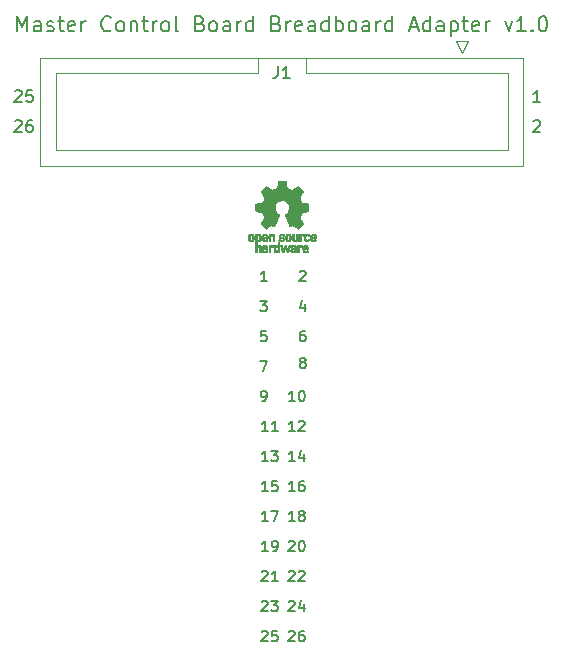
<source format=gto>
%TF.GenerationSoftware,KiCad,Pcbnew,(6.0.2)*%
%TF.CreationDate,2022-02-16T12:22:25-06:00*%
%TF.ProjectId,BreadboardAdapter26,42726561-6462-46f6-9172-644164617074,rev?*%
%TF.SameCoordinates,Original*%
%TF.FileFunction,Legend,Top*%
%TF.FilePolarity,Positive*%
%FSLAX46Y46*%
G04 Gerber Fmt 4.6, Leading zero omitted, Abs format (unit mm)*
G04 Created by KiCad (PCBNEW (6.0.2)) date 2022-02-16 12:22:25*
%MOMM*%
%LPD*%
G01*
G04 APERTURE LIST*
%ADD10C,0.150000*%
%ADD11C,0.010000*%
%ADD12C,0.120000*%
G04 APERTURE END LIST*
D10*
X157765714Y-39822380D02*
X157194285Y-39822380D01*
X157480000Y-39822380D02*
X157480000Y-38822380D01*
X157384761Y-38965238D01*
X157289523Y-39060476D01*
X157194285Y-39108095D01*
X136482666Y-77067833D02*
X136525000Y-77025500D01*
X136609666Y-76983166D01*
X136821333Y-76983166D01*
X136906000Y-77025500D01*
X136948333Y-77067833D01*
X136990666Y-77152500D01*
X136990666Y-77237166D01*
X136948333Y-77364166D01*
X136440333Y-77872166D01*
X136990666Y-77872166D01*
X137541000Y-76983166D02*
X137625666Y-76983166D01*
X137710333Y-77025500D01*
X137752666Y-77067833D01*
X137795000Y-77152500D01*
X137837333Y-77321833D01*
X137837333Y-77533500D01*
X137795000Y-77702833D01*
X137752666Y-77787500D01*
X137710333Y-77829833D01*
X137625666Y-77872166D01*
X137541000Y-77872166D01*
X137456333Y-77829833D01*
X137414000Y-77787500D01*
X137371666Y-77702833D01*
X137329333Y-77533500D01*
X137329333Y-77321833D01*
X137371666Y-77152500D01*
X137414000Y-77067833D01*
X137456333Y-77025500D01*
X137541000Y-76983166D01*
X136482666Y-79607833D02*
X136525000Y-79565500D01*
X136609666Y-79523166D01*
X136821333Y-79523166D01*
X136906000Y-79565500D01*
X136948333Y-79607833D01*
X136990666Y-79692500D01*
X136990666Y-79777166D01*
X136948333Y-79904166D01*
X136440333Y-80412166D01*
X136990666Y-80412166D01*
X137329333Y-79607833D02*
X137371666Y-79565500D01*
X137456333Y-79523166D01*
X137668000Y-79523166D01*
X137752666Y-79565500D01*
X137795000Y-79607833D01*
X137837333Y-79692500D01*
X137837333Y-79777166D01*
X137795000Y-79904166D01*
X137287000Y-80412166D01*
X137837333Y-80412166D01*
X134196666Y-82147833D02*
X134239000Y-82105500D01*
X134323666Y-82063166D01*
X134535333Y-82063166D01*
X134620000Y-82105500D01*
X134662333Y-82147833D01*
X134704666Y-82232500D01*
X134704666Y-82317166D01*
X134662333Y-82444166D01*
X134154333Y-82952166D01*
X134704666Y-82952166D01*
X135001000Y-82063166D02*
X135551333Y-82063166D01*
X135255000Y-82401833D01*
X135382000Y-82401833D01*
X135466666Y-82444166D01*
X135509000Y-82486500D01*
X135551333Y-82571166D01*
X135551333Y-82782833D01*
X135509000Y-82867500D01*
X135466666Y-82909833D01*
X135382000Y-82952166D01*
X135128000Y-82952166D01*
X135043333Y-82909833D01*
X135001000Y-82867500D01*
X136482666Y-82147833D02*
X136525000Y-82105500D01*
X136609666Y-82063166D01*
X136821333Y-82063166D01*
X136906000Y-82105500D01*
X136948333Y-82147833D01*
X136990666Y-82232500D01*
X136990666Y-82317166D01*
X136948333Y-82444166D01*
X136440333Y-82952166D01*
X136990666Y-82952166D01*
X137752666Y-82359500D02*
X137752666Y-82952166D01*
X137541000Y-82020833D02*
X137329333Y-82655833D01*
X137879666Y-82655833D01*
X134704666Y-77872166D02*
X134196666Y-77872166D01*
X134450666Y-77872166D02*
X134450666Y-76983166D01*
X134366000Y-77110166D01*
X134281333Y-77194833D01*
X134196666Y-77237166D01*
X135128000Y-77872166D02*
X135297333Y-77872166D01*
X135382000Y-77829833D01*
X135424333Y-77787500D01*
X135509000Y-77660500D01*
X135551333Y-77491166D01*
X135551333Y-77152500D01*
X135509000Y-77067833D01*
X135466666Y-77025500D01*
X135382000Y-76983166D01*
X135212666Y-76983166D01*
X135128000Y-77025500D01*
X135085666Y-77067833D01*
X135043333Y-77152500D01*
X135043333Y-77364166D01*
X135085666Y-77448833D01*
X135128000Y-77491166D01*
X135212666Y-77533500D01*
X135382000Y-77533500D01*
X135466666Y-77491166D01*
X135509000Y-77448833D01*
X135551333Y-77364166D01*
X134704666Y-67712166D02*
X134196666Y-67712166D01*
X134450666Y-67712166D02*
X134450666Y-66823166D01*
X134366000Y-66950166D01*
X134281333Y-67034833D01*
X134196666Y-67077166D01*
X135551333Y-67712166D02*
X135043333Y-67712166D01*
X135297333Y-67712166D02*
X135297333Y-66823166D01*
X135212666Y-66950166D01*
X135128000Y-67034833D01*
X135043333Y-67077166D01*
X134069666Y-56663166D02*
X134620000Y-56663166D01*
X134323666Y-57001833D01*
X134450666Y-57001833D01*
X134535333Y-57044166D01*
X134577666Y-57086500D01*
X134620000Y-57171166D01*
X134620000Y-57382833D01*
X134577666Y-57467500D01*
X134535333Y-57509833D01*
X134450666Y-57552166D01*
X134196666Y-57552166D01*
X134112000Y-57509833D01*
X134069666Y-57467500D01*
X134196666Y-79607833D02*
X134239000Y-79565500D01*
X134323666Y-79523166D01*
X134535333Y-79523166D01*
X134620000Y-79565500D01*
X134662333Y-79607833D01*
X134704666Y-79692500D01*
X134704666Y-79777166D01*
X134662333Y-79904166D01*
X134154333Y-80412166D01*
X134704666Y-80412166D01*
X135551333Y-80412166D02*
X135043333Y-80412166D01*
X135297333Y-80412166D02*
X135297333Y-79523166D01*
X135212666Y-79650166D01*
X135128000Y-79734833D01*
X135043333Y-79777166D01*
X137837333Y-56959500D02*
X137837333Y-57552166D01*
X137625666Y-56620833D02*
X137414000Y-57255833D01*
X137964333Y-57255833D01*
X137583333Y-61870166D02*
X137498666Y-61827833D01*
X137456333Y-61785500D01*
X137414000Y-61700833D01*
X137414000Y-61658500D01*
X137456333Y-61573833D01*
X137498666Y-61531500D01*
X137583333Y-61489166D01*
X137752666Y-61489166D01*
X137837333Y-61531500D01*
X137879666Y-61573833D01*
X137922000Y-61658500D01*
X137922000Y-61700833D01*
X137879666Y-61785500D01*
X137837333Y-61827833D01*
X137752666Y-61870166D01*
X137583333Y-61870166D01*
X137498666Y-61912500D01*
X137456333Y-61954833D01*
X137414000Y-62039500D01*
X137414000Y-62208833D01*
X137456333Y-62293500D01*
X137498666Y-62335833D01*
X137583333Y-62378166D01*
X137752666Y-62378166D01*
X137837333Y-62335833D01*
X137879666Y-62293500D01*
X137922000Y-62208833D01*
X137922000Y-62039500D01*
X137879666Y-61954833D01*
X137837333Y-61912500D01*
X137752666Y-61870166D01*
X134577666Y-59203166D02*
X134154333Y-59203166D01*
X134112000Y-59626500D01*
X134154333Y-59584166D01*
X134239000Y-59541833D01*
X134450666Y-59541833D01*
X134535333Y-59584166D01*
X134577666Y-59626500D01*
X134620000Y-59711166D01*
X134620000Y-59922833D01*
X134577666Y-60007500D01*
X134535333Y-60049833D01*
X134450666Y-60092166D01*
X134239000Y-60092166D01*
X134154333Y-60049833D01*
X134112000Y-60007500D01*
X136482666Y-84687833D02*
X136525000Y-84645500D01*
X136609666Y-84603166D01*
X136821333Y-84603166D01*
X136906000Y-84645500D01*
X136948333Y-84687833D01*
X136990666Y-84772500D01*
X136990666Y-84857166D01*
X136948333Y-84984166D01*
X136440333Y-85492166D01*
X136990666Y-85492166D01*
X137752666Y-84603166D02*
X137583333Y-84603166D01*
X137498666Y-84645500D01*
X137456333Y-84687833D01*
X137371666Y-84814833D01*
X137329333Y-84984166D01*
X137329333Y-85322833D01*
X137371666Y-85407500D01*
X137414000Y-85449833D01*
X137498666Y-85492166D01*
X137668000Y-85492166D01*
X137752666Y-85449833D01*
X137795000Y-85407500D01*
X137837333Y-85322833D01*
X137837333Y-85111166D01*
X137795000Y-85026500D01*
X137752666Y-84984166D01*
X137668000Y-84941833D01*
X137498666Y-84941833D01*
X137414000Y-84984166D01*
X137371666Y-85026500D01*
X137329333Y-85111166D01*
X134704666Y-70252166D02*
X134196666Y-70252166D01*
X134450666Y-70252166D02*
X134450666Y-69363166D01*
X134366000Y-69490166D01*
X134281333Y-69574833D01*
X134196666Y-69617166D01*
X135001000Y-69363166D02*
X135551333Y-69363166D01*
X135255000Y-69701833D01*
X135382000Y-69701833D01*
X135466666Y-69744166D01*
X135509000Y-69786500D01*
X135551333Y-69871166D01*
X135551333Y-70082833D01*
X135509000Y-70167500D01*
X135466666Y-70209833D01*
X135382000Y-70252166D01*
X135128000Y-70252166D01*
X135043333Y-70209833D01*
X135001000Y-70167500D01*
X134620000Y-55012166D02*
X134112000Y-55012166D01*
X134366000Y-55012166D02*
X134366000Y-54123166D01*
X134281333Y-54250166D01*
X134196666Y-54334833D01*
X134112000Y-54377166D01*
X136990666Y-75332166D02*
X136482666Y-75332166D01*
X136736666Y-75332166D02*
X136736666Y-74443166D01*
X136652000Y-74570166D01*
X136567333Y-74654833D01*
X136482666Y-74697166D01*
X137498666Y-74824166D02*
X137414000Y-74781833D01*
X137371666Y-74739500D01*
X137329333Y-74654833D01*
X137329333Y-74612500D01*
X137371666Y-74527833D01*
X137414000Y-74485500D01*
X137498666Y-74443166D01*
X137668000Y-74443166D01*
X137752666Y-74485500D01*
X137795000Y-74527833D01*
X137837333Y-74612500D01*
X137837333Y-74654833D01*
X137795000Y-74739500D01*
X137752666Y-74781833D01*
X137668000Y-74824166D01*
X137498666Y-74824166D01*
X137414000Y-74866500D01*
X137371666Y-74908833D01*
X137329333Y-74993500D01*
X137329333Y-75162833D01*
X137371666Y-75247500D01*
X137414000Y-75289833D01*
X137498666Y-75332166D01*
X137668000Y-75332166D01*
X137752666Y-75289833D01*
X137795000Y-75247500D01*
X137837333Y-75162833D01*
X137837333Y-74993500D01*
X137795000Y-74908833D01*
X137752666Y-74866500D01*
X137668000Y-74824166D01*
X113483571Y-33848523D02*
X113483571Y-32578523D01*
X113906904Y-33485666D01*
X114330238Y-32578523D01*
X114330238Y-33848523D01*
X115479285Y-33848523D02*
X115479285Y-33183285D01*
X115418809Y-33062333D01*
X115297857Y-33001857D01*
X115055952Y-33001857D01*
X114935000Y-33062333D01*
X115479285Y-33788047D02*
X115358333Y-33848523D01*
X115055952Y-33848523D01*
X114935000Y-33788047D01*
X114874523Y-33667095D01*
X114874523Y-33546142D01*
X114935000Y-33425190D01*
X115055952Y-33364714D01*
X115358333Y-33364714D01*
X115479285Y-33304238D01*
X116023571Y-33788047D02*
X116144523Y-33848523D01*
X116386428Y-33848523D01*
X116507380Y-33788047D01*
X116567857Y-33667095D01*
X116567857Y-33606619D01*
X116507380Y-33485666D01*
X116386428Y-33425190D01*
X116205000Y-33425190D01*
X116084047Y-33364714D01*
X116023571Y-33243761D01*
X116023571Y-33183285D01*
X116084047Y-33062333D01*
X116205000Y-33001857D01*
X116386428Y-33001857D01*
X116507380Y-33062333D01*
X116930714Y-33001857D02*
X117414523Y-33001857D01*
X117112142Y-32578523D02*
X117112142Y-33667095D01*
X117172619Y-33788047D01*
X117293571Y-33848523D01*
X117414523Y-33848523D01*
X118321666Y-33788047D02*
X118200714Y-33848523D01*
X117958809Y-33848523D01*
X117837857Y-33788047D01*
X117777380Y-33667095D01*
X117777380Y-33183285D01*
X117837857Y-33062333D01*
X117958809Y-33001857D01*
X118200714Y-33001857D01*
X118321666Y-33062333D01*
X118382142Y-33183285D01*
X118382142Y-33304238D01*
X117777380Y-33425190D01*
X118926428Y-33848523D02*
X118926428Y-33001857D01*
X118926428Y-33243761D02*
X118986904Y-33122809D01*
X119047380Y-33062333D01*
X119168333Y-33001857D01*
X119289285Y-33001857D01*
X121405952Y-33727571D02*
X121345476Y-33788047D01*
X121164047Y-33848523D01*
X121043095Y-33848523D01*
X120861666Y-33788047D01*
X120740714Y-33667095D01*
X120680238Y-33546142D01*
X120619761Y-33304238D01*
X120619761Y-33122809D01*
X120680238Y-32880904D01*
X120740714Y-32759952D01*
X120861666Y-32639000D01*
X121043095Y-32578523D01*
X121164047Y-32578523D01*
X121345476Y-32639000D01*
X121405952Y-32699476D01*
X122131666Y-33848523D02*
X122010714Y-33788047D01*
X121950238Y-33727571D01*
X121889761Y-33606619D01*
X121889761Y-33243761D01*
X121950238Y-33122809D01*
X122010714Y-33062333D01*
X122131666Y-33001857D01*
X122313095Y-33001857D01*
X122434047Y-33062333D01*
X122494523Y-33122809D01*
X122555000Y-33243761D01*
X122555000Y-33606619D01*
X122494523Y-33727571D01*
X122434047Y-33788047D01*
X122313095Y-33848523D01*
X122131666Y-33848523D01*
X123099285Y-33001857D02*
X123099285Y-33848523D01*
X123099285Y-33122809D02*
X123159761Y-33062333D01*
X123280714Y-33001857D01*
X123462142Y-33001857D01*
X123583095Y-33062333D01*
X123643571Y-33183285D01*
X123643571Y-33848523D01*
X124066904Y-33001857D02*
X124550714Y-33001857D01*
X124248333Y-32578523D02*
X124248333Y-33667095D01*
X124308809Y-33788047D01*
X124429761Y-33848523D01*
X124550714Y-33848523D01*
X124974047Y-33848523D02*
X124974047Y-33001857D01*
X124974047Y-33243761D02*
X125034523Y-33122809D01*
X125095000Y-33062333D01*
X125215952Y-33001857D01*
X125336904Y-33001857D01*
X125941666Y-33848523D02*
X125820714Y-33788047D01*
X125760238Y-33727571D01*
X125699761Y-33606619D01*
X125699761Y-33243761D01*
X125760238Y-33122809D01*
X125820714Y-33062333D01*
X125941666Y-33001857D01*
X126123095Y-33001857D01*
X126244047Y-33062333D01*
X126304523Y-33122809D01*
X126365000Y-33243761D01*
X126365000Y-33606619D01*
X126304523Y-33727571D01*
X126244047Y-33788047D01*
X126123095Y-33848523D01*
X125941666Y-33848523D01*
X127090714Y-33848523D02*
X126969761Y-33788047D01*
X126909285Y-33667095D01*
X126909285Y-32578523D01*
X128965476Y-33183285D02*
X129146904Y-33243761D01*
X129207380Y-33304238D01*
X129267857Y-33425190D01*
X129267857Y-33606619D01*
X129207380Y-33727571D01*
X129146904Y-33788047D01*
X129025952Y-33848523D01*
X128542142Y-33848523D01*
X128542142Y-32578523D01*
X128965476Y-32578523D01*
X129086428Y-32639000D01*
X129146904Y-32699476D01*
X129207380Y-32820428D01*
X129207380Y-32941380D01*
X129146904Y-33062333D01*
X129086428Y-33122809D01*
X128965476Y-33183285D01*
X128542142Y-33183285D01*
X129993571Y-33848523D02*
X129872619Y-33788047D01*
X129812142Y-33727571D01*
X129751666Y-33606619D01*
X129751666Y-33243761D01*
X129812142Y-33122809D01*
X129872619Y-33062333D01*
X129993571Y-33001857D01*
X130175000Y-33001857D01*
X130295952Y-33062333D01*
X130356428Y-33122809D01*
X130416904Y-33243761D01*
X130416904Y-33606619D01*
X130356428Y-33727571D01*
X130295952Y-33788047D01*
X130175000Y-33848523D01*
X129993571Y-33848523D01*
X131505476Y-33848523D02*
X131505476Y-33183285D01*
X131445000Y-33062333D01*
X131324047Y-33001857D01*
X131082142Y-33001857D01*
X130961190Y-33062333D01*
X131505476Y-33788047D02*
X131384523Y-33848523D01*
X131082142Y-33848523D01*
X130961190Y-33788047D01*
X130900714Y-33667095D01*
X130900714Y-33546142D01*
X130961190Y-33425190D01*
X131082142Y-33364714D01*
X131384523Y-33364714D01*
X131505476Y-33304238D01*
X132110238Y-33848523D02*
X132110238Y-33001857D01*
X132110238Y-33243761D02*
X132170714Y-33122809D01*
X132231190Y-33062333D01*
X132352142Y-33001857D01*
X132473095Y-33001857D01*
X133440714Y-33848523D02*
X133440714Y-32578523D01*
X133440714Y-33788047D02*
X133319761Y-33848523D01*
X133077857Y-33848523D01*
X132956904Y-33788047D01*
X132896428Y-33727571D01*
X132835952Y-33606619D01*
X132835952Y-33243761D01*
X132896428Y-33122809D01*
X132956904Y-33062333D01*
X133077857Y-33001857D01*
X133319761Y-33001857D01*
X133440714Y-33062333D01*
X135436428Y-33183285D02*
X135617857Y-33243761D01*
X135678333Y-33304238D01*
X135738809Y-33425190D01*
X135738809Y-33606619D01*
X135678333Y-33727571D01*
X135617857Y-33788047D01*
X135496904Y-33848523D01*
X135013095Y-33848523D01*
X135013095Y-32578523D01*
X135436428Y-32578523D01*
X135557380Y-32639000D01*
X135617857Y-32699476D01*
X135678333Y-32820428D01*
X135678333Y-32941380D01*
X135617857Y-33062333D01*
X135557380Y-33122809D01*
X135436428Y-33183285D01*
X135013095Y-33183285D01*
X136283095Y-33848523D02*
X136283095Y-33001857D01*
X136283095Y-33243761D02*
X136343571Y-33122809D01*
X136404047Y-33062333D01*
X136525000Y-33001857D01*
X136645952Y-33001857D01*
X137553095Y-33788047D02*
X137432142Y-33848523D01*
X137190238Y-33848523D01*
X137069285Y-33788047D01*
X137008809Y-33667095D01*
X137008809Y-33183285D01*
X137069285Y-33062333D01*
X137190238Y-33001857D01*
X137432142Y-33001857D01*
X137553095Y-33062333D01*
X137613571Y-33183285D01*
X137613571Y-33304238D01*
X137008809Y-33425190D01*
X138702142Y-33848523D02*
X138702142Y-33183285D01*
X138641666Y-33062333D01*
X138520714Y-33001857D01*
X138278809Y-33001857D01*
X138157857Y-33062333D01*
X138702142Y-33788047D02*
X138581190Y-33848523D01*
X138278809Y-33848523D01*
X138157857Y-33788047D01*
X138097380Y-33667095D01*
X138097380Y-33546142D01*
X138157857Y-33425190D01*
X138278809Y-33364714D01*
X138581190Y-33364714D01*
X138702142Y-33304238D01*
X139851190Y-33848523D02*
X139851190Y-32578523D01*
X139851190Y-33788047D02*
X139730238Y-33848523D01*
X139488333Y-33848523D01*
X139367380Y-33788047D01*
X139306904Y-33727571D01*
X139246428Y-33606619D01*
X139246428Y-33243761D01*
X139306904Y-33122809D01*
X139367380Y-33062333D01*
X139488333Y-33001857D01*
X139730238Y-33001857D01*
X139851190Y-33062333D01*
X140455952Y-33848523D02*
X140455952Y-32578523D01*
X140455952Y-33062333D02*
X140576904Y-33001857D01*
X140818809Y-33001857D01*
X140939761Y-33062333D01*
X141000238Y-33122809D01*
X141060714Y-33243761D01*
X141060714Y-33606619D01*
X141000238Y-33727571D01*
X140939761Y-33788047D01*
X140818809Y-33848523D01*
X140576904Y-33848523D01*
X140455952Y-33788047D01*
X141786428Y-33848523D02*
X141665476Y-33788047D01*
X141605000Y-33727571D01*
X141544523Y-33606619D01*
X141544523Y-33243761D01*
X141605000Y-33122809D01*
X141665476Y-33062333D01*
X141786428Y-33001857D01*
X141967857Y-33001857D01*
X142088809Y-33062333D01*
X142149285Y-33122809D01*
X142209761Y-33243761D01*
X142209761Y-33606619D01*
X142149285Y-33727571D01*
X142088809Y-33788047D01*
X141967857Y-33848523D01*
X141786428Y-33848523D01*
X143298333Y-33848523D02*
X143298333Y-33183285D01*
X143237857Y-33062333D01*
X143116904Y-33001857D01*
X142875000Y-33001857D01*
X142754047Y-33062333D01*
X143298333Y-33788047D02*
X143177380Y-33848523D01*
X142875000Y-33848523D01*
X142754047Y-33788047D01*
X142693571Y-33667095D01*
X142693571Y-33546142D01*
X142754047Y-33425190D01*
X142875000Y-33364714D01*
X143177380Y-33364714D01*
X143298333Y-33304238D01*
X143903095Y-33848523D02*
X143903095Y-33001857D01*
X143903095Y-33243761D02*
X143963571Y-33122809D01*
X144024047Y-33062333D01*
X144145000Y-33001857D01*
X144265952Y-33001857D01*
X145233571Y-33848523D02*
X145233571Y-32578523D01*
X145233571Y-33788047D02*
X145112619Y-33848523D01*
X144870714Y-33848523D01*
X144749761Y-33788047D01*
X144689285Y-33727571D01*
X144628809Y-33606619D01*
X144628809Y-33243761D01*
X144689285Y-33122809D01*
X144749761Y-33062333D01*
X144870714Y-33001857D01*
X145112619Y-33001857D01*
X145233571Y-33062333D01*
X146745476Y-33485666D02*
X147350238Y-33485666D01*
X146624523Y-33848523D02*
X147047857Y-32578523D01*
X147471190Y-33848523D01*
X148438809Y-33848523D02*
X148438809Y-32578523D01*
X148438809Y-33788047D02*
X148317857Y-33848523D01*
X148075952Y-33848523D01*
X147955000Y-33788047D01*
X147894523Y-33727571D01*
X147834047Y-33606619D01*
X147834047Y-33243761D01*
X147894523Y-33122809D01*
X147955000Y-33062333D01*
X148075952Y-33001857D01*
X148317857Y-33001857D01*
X148438809Y-33062333D01*
X149587857Y-33848523D02*
X149587857Y-33183285D01*
X149527380Y-33062333D01*
X149406428Y-33001857D01*
X149164523Y-33001857D01*
X149043571Y-33062333D01*
X149587857Y-33788047D02*
X149466904Y-33848523D01*
X149164523Y-33848523D01*
X149043571Y-33788047D01*
X148983095Y-33667095D01*
X148983095Y-33546142D01*
X149043571Y-33425190D01*
X149164523Y-33364714D01*
X149466904Y-33364714D01*
X149587857Y-33304238D01*
X150192619Y-33001857D02*
X150192619Y-34271857D01*
X150192619Y-33062333D02*
X150313571Y-33001857D01*
X150555476Y-33001857D01*
X150676428Y-33062333D01*
X150736904Y-33122809D01*
X150797380Y-33243761D01*
X150797380Y-33606619D01*
X150736904Y-33727571D01*
X150676428Y-33788047D01*
X150555476Y-33848523D01*
X150313571Y-33848523D01*
X150192619Y-33788047D01*
X151160238Y-33001857D02*
X151644047Y-33001857D01*
X151341666Y-32578523D02*
X151341666Y-33667095D01*
X151402142Y-33788047D01*
X151523095Y-33848523D01*
X151644047Y-33848523D01*
X152551190Y-33788047D02*
X152430238Y-33848523D01*
X152188333Y-33848523D01*
X152067380Y-33788047D01*
X152006904Y-33667095D01*
X152006904Y-33183285D01*
X152067380Y-33062333D01*
X152188333Y-33001857D01*
X152430238Y-33001857D01*
X152551190Y-33062333D01*
X152611666Y-33183285D01*
X152611666Y-33304238D01*
X152006904Y-33425190D01*
X153155952Y-33848523D02*
X153155952Y-33001857D01*
X153155952Y-33243761D02*
X153216428Y-33122809D01*
X153276904Y-33062333D01*
X153397857Y-33001857D01*
X153518809Y-33001857D01*
X154788809Y-33001857D02*
X155091190Y-33848523D01*
X155393571Y-33001857D01*
X156542619Y-33848523D02*
X155816904Y-33848523D01*
X156179761Y-33848523D02*
X156179761Y-32578523D01*
X156058809Y-32759952D01*
X155937857Y-32880904D01*
X155816904Y-32941380D01*
X157086904Y-33727571D02*
X157147380Y-33788047D01*
X157086904Y-33848523D01*
X157026428Y-33788047D01*
X157086904Y-33727571D01*
X157086904Y-33848523D01*
X157933571Y-32578523D02*
X158054523Y-32578523D01*
X158175476Y-32639000D01*
X158235952Y-32699476D01*
X158296428Y-32820428D01*
X158356904Y-33062333D01*
X158356904Y-33364714D01*
X158296428Y-33606619D01*
X158235952Y-33727571D01*
X158175476Y-33788047D01*
X158054523Y-33848523D01*
X157933571Y-33848523D01*
X157812619Y-33788047D01*
X157752142Y-33727571D01*
X157691666Y-33606619D01*
X157631190Y-33364714D01*
X157631190Y-33062333D01*
X157691666Y-32820428D01*
X157752142Y-32699476D01*
X157812619Y-32639000D01*
X157933571Y-32578523D01*
X113284095Y-41457619D02*
X113331714Y-41410000D01*
X113426952Y-41362380D01*
X113665047Y-41362380D01*
X113760285Y-41410000D01*
X113807904Y-41457619D01*
X113855523Y-41552857D01*
X113855523Y-41648095D01*
X113807904Y-41790952D01*
X113236476Y-42362380D01*
X113855523Y-42362380D01*
X114712666Y-41362380D02*
X114522190Y-41362380D01*
X114426952Y-41410000D01*
X114379333Y-41457619D01*
X114284095Y-41600476D01*
X114236476Y-41790952D01*
X114236476Y-42171904D01*
X114284095Y-42267142D01*
X114331714Y-42314761D01*
X114426952Y-42362380D01*
X114617428Y-42362380D01*
X114712666Y-42314761D01*
X114760285Y-42267142D01*
X114807904Y-42171904D01*
X114807904Y-41933809D01*
X114760285Y-41838571D01*
X114712666Y-41790952D01*
X114617428Y-41743333D01*
X114426952Y-41743333D01*
X114331714Y-41790952D01*
X114284095Y-41838571D01*
X114236476Y-41933809D01*
X134704666Y-75332166D02*
X134196666Y-75332166D01*
X134450666Y-75332166D02*
X134450666Y-74443166D01*
X134366000Y-74570166D01*
X134281333Y-74654833D01*
X134196666Y-74697166D01*
X135001000Y-74443166D02*
X135593666Y-74443166D01*
X135212666Y-75332166D01*
X134069666Y-61743166D02*
X134662333Y-61743166D01*
X134281333Y-62632166D01*
X136990666Y-67712166D02*
X136482666Y-67712166D01*
X136736666Y-67712166D02*
X136736666Y-66823166D01*
X136652000Y-66950166D01*
X136567333Y-67034833D01*
X136482666Y-67077166D01*
X137329333Y-66907833D02*
X137371666Y-66865500D01*
X137456333Y-66823166D01*
X137668000Y-66823166D01*
X137752666Y-66865500D01*
X137795000Y-66907833D01*
X137837333Y-66992500D01*
X137837333Y-67077166D01*
X137795000Y-67204166D01*
X137287000Y-67712166D01*
X137837333Y-67712166D01*
X134704666Y-72792166D02*
X134196666Y-72792166D01*
X134450666Y-72792166D02*
X134450666Y-71903166D01*
X134366000Y-72030166D01*
X134281333Y-72114833D01*
X134196666Y-72157166D01*
X135509000Y-71903166D02*
X135085666Y-71903166D01*
X135043333Y-72326500D01*
X135085666Y-72284166D01*
X135170333Y-72241833D01*
X135382000Y-72241833D01*
X135466666Y-72284166D01*
X135509000Y-72326500D01*
X135551333Y-72411166D01*
X135551333Y-72622833D01*
X135509000Y-72707500D01*
X135466666Y-72749833D01*
X135382000Y-72792166D01*
X135170333Y-72792166D01*
X135085666Y-72749833D01*
X135043333Y-72707500D01*
X136990666Y-65172166D02*
X136482666Y-65172166D01*
X136736666Y-65172166D02*
X136736666Y-64283166D01*
X136652000Y-64410166D01*
X136567333Y-64494833D01*
X136482666Y-64537166D01*
X137541000Y-64283166D02*
X137625666Y-64283166D01*
X137710333Y-64325500D01*
X137752666Y-64367833D01*
X137795000Y-64452500D01*
X137837333Y-64621833D01*
X137837333Y-64833500D01*
X137795000Y-65002833D01*
X137752666Y-65087500D01*
X137710333Y-65129833D01*
X137625666Y-65172166D01*
X137541000Y-65172166D01*
X137456333Y-65129833D01*
X137414000Y-65087500D01*
X137371666Y-65002833D01*
X137329333Y-64833500D01*
X137329333Y-64621833D01*
X137371666Y-64452500D01*
X137414000Y-64367833D01*
X137456333Y-64325500D01*
X137541000Y-64283166D01*
X136990666Y-70252166D02*
X136482666Y-70252166D01*
X136736666Y-70252166D02*
X136736666Y-69363166D01*
X136652000Y-69490166D01*
X136567333Y-69574833D01*
X136482666Y-69617166D01*
X137752666Y-69659500D02*
X137752666Y-70252166D01*
X137541000Y-69320833D02*
X137329333Y-69955833D01*
X137879666Y-69955833D01*
X134196666Y-84687833D02*
X134239000Y-84645500D01*
X134323666Y-84603166D01*
X134535333Y-84603166D01*
X134620000Y-84645500D01*
X134662333Y-84687833D01*
X134704666Y-84772500D01*
X134704666Y-84857166D01*
X134662333Y-84984166D01*
X134154333Y-85492166D01*
X134704666Y-85492166D01*
X135509000Y-84603166D02*
X135085666Y-84603166D01*
X135043333Y-85026500D01*
X135085666Y-84984166D01*
X135170333Y-84941833D01*
X135382000Y-84941833D01*
X135466666Y-84984166D01*
X135509000Y-85026500D01*
X135551333Y-85111166D01*
X135551333Y-85322833D01*
X135509000Y-85407500D01*
X135466666Y-85449833D01*
X135382000Y-85492166D01*
X135170333Y-85492166D01*
X135085666Y-85449833D01*
X135043333Y-85407500D01*
X136990666Y-72792166D02*
X136482666Y-72792166D01*
X136736666Y-72792166D02*
X136736666Y-71903166D01*
X136652000Y-72030166D01*
X136567333Y-72114833D01*
X136482666Y-72157166D01*
X137752666Y-71903166D02*
X137583333Y-71903166D01*
X137498666Y-71945500D01*
X137456333Y-71987833D01*
X137371666Y-72114833D01*
X137329333Y-72284166D01*
X137329333Y-72622833D01*
X137371666Y-72707500D01*
X137414000Y-72749833D01*
X137498666Y-72792166D01*
X137668000Y-72792166D01*
X137752666Y-72749833D01*
X137795000Y-72707500D01*
X137837333Y-72622833D01*
X137837333Y-72411166D01*
X137795000Y-72326500D01*
X137752666Y-72284166D01*
X137668000Y-72241833D01*
X137498666Y-72241833D01*
X137414000Y-72284166D01*
X137371666Y-72326500D01*
X137329333Y-72411166D01*
X134196666Y-65172166D02*
X134366000Y-65172166D01*
X134450666Y-65129833D01*
X134493000Y-65087500D01*
X134577666Y-64960500D01*
X134620000Y-64791166D01*
X134620000Y-64452500D01*
X134577666Y-64367833D01*
X134535333Y-64325500D01*
X134450666Y-64283166D01*
X134281333Y-64283166D01*
X134196666Y-64325500D01*
X134154333Y-64367833D01*
X134112000Y-64452500D01*
X134112000Y-64664166D01*
X134154333Y-64748833D01*
X134196666Y-64791166D01*
X134281333Y-64833500D01*
X134450666Y-64833500D01*
X134535333Y-64791166D01*
X134577666Y-64748833D01*
X134620000Y-64664166D01*
X157194285Y-41457619D02*
X157241904Y-41410000D01*
X157337142Y-41362380D01*
X157575238Y-41362380D01*
X157670476Y-41410000D01*
X157718095Y-41457619D01*
X157765714Y-41552857D01*
X157765714Y-41648095D01*
X157718095Y-41790952D01*
X157146666Y-42362380D01*
X157765714Y-42362380D01*
X113284095Y-38917619D02*
X113331714Y-38870000D01*
X113426952Y-38822380D01*
X113665047Y-38822380D01*
X113760285Y-38870000D01*
X113807904Y-38917619D01*
X113855523Y-39012857D01*
X113855523Y-39108095D01*
X113807904Y-39250952D01*
X113236476Y-39822380D01*
X113855523Y-39822380D01*
X114760285Y-38822380D02*
X114284095Y-38822380D01*
X114236476Y-39298571D01*
X114284095Y-39250952D01*
X114379333Y-39203333D01*
X114617428Y-39203333D01*
X114712666Y-39250952D01*
X114760285Y-39298571D01*
X114807904Y-39393809D01*
X114807904Y-39631904D01*
X114760285Y-39727142D01*
X114712666Y-39774761D01*
X114617428Y-39822380D01*
X114379333Y-39822380D01*
X114284095Y-39774761D01*
X114236476Y-39727142D01*
X137837333Y-59203166D02*
X137668000Y-59203166D01*
X137583333Y-59245500D01*
X137541000Y-59287833D01*
X137456333Y-59414833D01*
X137414000Y-59584166D01*
X137414000Y-59922833D01*
X137456333Y-60007500D01*
X137498666Y-60049833D01*
X137583333Y-60092166D01*
X137752666Y-60092166D01*
X137837333Y-60049833D01*
X137879666Y-60007500D01*
X137922000Y-59922833D01*
X137922000Y-59711166D01*
X137879666Y-59626500D01*
X137837333Y-59584166D01*
X137752666Y-59541833D01*
X137583333Y-59541833D01*
X137498666Y-59584166D01*
X137456333Y-59626500D01*
X137414000Y-59711166D01*
X137414000Y-54207833D02*
X137456333Y-54165500D01*
X137541000Y-54123166D01*
X137752666Y-54123166D01*
X137837333Y-54165500D01*
X137879666Y-54207833D01*
X137922000Y-54292500D01*
X137922000Y-54377166D01*
X137879666Y-54504166D01*
X137371666Y-55012166D01*
X137922000Y-55012166D01*
%TO.C,J1*%
X135556666Y-36790380D02*
X135556666Y-37504666D01*
X135509047Y-37647523D01*
X135413809Y-37742761D01*
X135270952Y-37790380D01*
X135175714Y-37790380D01*
X136556666Y-37790380D02*
X135985238Y-37790380D01*
X136270952Y-37790380D02*
X136270952Y-36790380D01*
X136175714Y-36933238D01*
X136080476Y-37028476D01*
X135985238Y-37076095D01*
D11*
%TO.C,REF\u002A\u002A*%
X136928411Y-51935417D02*
X136981411Y-51948290D01*
X136981411Y-51948290D02*
X136996731Y-51955110D01*
X136996731Y-51955110D02*
X137026428Y-51972974D01*
X137026428Y-51972974D02*
X137049220Y-51993093D01*
X137049220Y-51993093D02*
X137066083Y-52018962D01*
X137066083Y-52018962D02*
X137077998Y-52054073D01*
X137077998Y-52054073D02*
X137085942Y-52101920D01*
X137085942Y-52101920D02*
X137090894Y-52165996D01*
X137090894Y-52165996D02*
X137093831Y-52249794D01*
X137093831Y-52249794D02*
X137094947Y-52305768D01*
X137094947Y-52305768D02*
X137099052Y-52547822D01*
X137099052Y-52547822D02*
X137028932Y-52547822D01*
X137028932Y-52547822D02*
X136986393Y-52546038D01*
X136986393Y-52546038D02*
X136964476Y-52539942D01*
X136964476Y-52539942D02*
X136958812Y-52529706D01*
X136958812Y-52529706D02*
X136955821Y-52518637D01*
X136955821Y-52518637D02*
X136942451Y-52520754D01*
X136942451Y-52520754D02*
X136924233Y-52529629D01*
X136924233Y-52529629D02*
X136878624Y-52543233D01*
X136878624Y-52543233D02*
X136820007Y-52546899D01*
X136820007Y-52546899D02*
X136758354Y-52540903D01*
X136758354Y-52540903D02*
X136703638Y-52525521D01*
X136703638Y-52525521D02*
X136698730Y-52523386D01*
X136698730Y-52523386D02*
X136648723Y-52488255D01*
X136648723Y-52488255D02*
X136615756Y-52439419D01*
X136615756Y-52439419D02*
X136600587Y-52382333D01*
X136600587Y-52382333D02*
X136601746Y-52361824D01*
X136601746Y-52361824D02*
X136725508Y-52361824D01*
X136725508Y-52361824D02*
X136736413Y-52389425D01*
X136736413Y-52389425D02*
X136768745Y-52409204D01*
X136768745Y-52409204D02*
X136820910Y-52419819D01*
X136820910Y-52419819D02*
X136848787Y-52421228D01*
X136848787Y-52421228D02*
X136895247Y-52417620D01*
X136895247Y-52417620D02*
X136926129Y-52403597D01*
X136926129Y-52403597D02*
X136933664Y-52396931D01*
X136933664Y-52396931D02*
X136954076Y-52360666D01*
X136954076Y-52360666D02*
X136958812Y-52327773D01*
X136958812Y-52327773D02*
X136958812Y-52283763D01*
X136958812Y-52283763D02*
X136897513Y-52283763D01*
X136897513Y-52283763D02*
X136826256Y-52287395D01*
X136826256Y-52287395D02*
X136776276Y-52298818D01*
X136776276Y-52298818D02*
X136744696Y-52318824D01*
X136744696Y-52318824D02*
X136737626Y-52327743D01*
X136737626Y-52327743D02*
X136725508Y-52361824D01*
X136725508Y-52361824D02*
X136601746Y-52361824D01*
X136601746Y-52361824D02*
X136603971Y-52322456D01*
X136603971Y-52322456D02*
X136626663Y-52265244D01*
X136626663Y-52265244D02*
X136657624Y-52226580D01*
X136657624Y-52226580D02*
X136676376Y-52209864D01*
X136676376Y-52209864D02*
X136694733Y-52198878D01*
X136694733Y-52198878D02*
X136718619Y-52192180D01*
X136718619Y-52192180D02*
X136753957Y-52188326D01*
X136753957Y-52188326D02*
X136806669Y-52185873D01*
X136806669Y-52185873D02*
X136827577Y-52185168D01*
X136827577Y-52185168D02*
X136958812Y-52180879D01*
X136958812Y-52180879D02*
X136958620Y-52141158D01*
X136958620Y-52141158D02*
X136953537Y-52099405D01*
X136953537Y-52099405D02*
X136935162Y-52074158D01*
X136935162Y-52074158D02*
X136898039Y-52058030D01*
X136898039Y-52058030D02*
X136897043Y-52057742D01*
X136897043Y-52057742D02*
X136844410Y-52051400D01*
X136844410Y-52051400D02*
X136792906Y-52059684D01*
X136792906Y-52059684D02*
X136754630Y-52079827D01*
X136754630Y-52079827D02*
X136739272Y-52089773D01*
X136739272Y-52089773D02*
X136722730Y-52088397D01*
X136722730Y-52088397D02*
X136697275Y-52073987D01*
X136697275Y-52073987D02*
X136682328Y-52063817D01*
X136682328Y-52063817D02*
X136653091Y-52042088D01*
X136653091Y-52042088D02*
X136634980Y-52025800D01*
X136634980Y-52025800D02*
X136632074Y-52021137D01*
X136632074Y-52021137D02*
X136644040Y-51997005D01*
X136644040Y-51997005D02*
X136679396Y-51968185D01*
X136679396Y-51968185D02*
X136694753Y-51958461D01*
X136694753Y-51958461D02*
X136738901Y-51941714D01*
X136738901Y-51941714D02*
X136798398Y-51932227D01*
X136798398Y-51932227D02*
X136864487Y-51930095D01*
X136864487Y-51930095D02*
X136928411Y-51935417D01*
X136928411Y-51935417D02*
X136928411Y-51935417D01*
G36*
X136626663Y-52265244D02*
G01*
X136657624Y-52226580D01*
X136676376Y-52209864D01*
X136694733Y-52198878D01*
X136718619Y-52192180D01*
X136753957Y-52188326D01*
X136806669Y-52185873D01*
X136827577Y-52185168D01*
X136958812Y-52180879D01*
X136958620Y-52141158D01*
X136953537Y-52099405D01*
X136935162Y-52074158D01*
X136898039Y-52058030D01*
X136897043Y-52057742D01*
X136844410Y-52051400D01*
X136792906Y-52059684D01*
X136754630Y-52079827D01*
X136739272Y-52089773D01*
X136722730Y-52088397D01*
X136697275Y-52073987D01*
X136682328Y-52063817D01*
X136653091Y-52042088D01*
X136634980Y-52025800D01*
X136632074Y-52021137D01*
X136644040Y-51997005D01*
X136679396Y-51968185D01*
X136694753Y-51958461D01*
X136738901Y-51941714D01*
X136798398Y-51932227D01*
X136864487Y-51930095D01*
X136928411Y-51935417D01*
X136981411Y-51948290D01*
X136996731Y-51955110D01*
X137026428Y-51972974D01*
X137049220Y-51993093D01*
X137066083Y-52018962D01*
X137077998Y-52054073D01*
X137085942Y-52101920D01*
X137090894Y-52165996D01*
X137093831Y-52249794D01*
X137094947Y-52305768D01*
X137099052Y-52547822D01*
X137028932Y-52547822D01*
X136986393Y-52546038D01*
X136964476Y-52539942D01*
X136958812Y-52529706D01*
X136955821Y-52518637D01*
X136942451Y-52520754D01*
X136924233Y-52529629D01*
X136878624Y-52543233D01*
X136820007Y-52546899D01*
X136758354Y-52540903D01*
X136703638Y-52525521D01*
X136698730Y-52523386D01*
X136648723Y-52488255D01*
X136615756Y-52439419D01*
X136600587Y-52382333D01*
X136601746Y-52361824D01*
X136725508Y-52361824D01*
X136736413Y-52389425D01*
X136768745Y-52409204D01*
X136820910Y-52419819D01*
X136848787Y-52421228D01*
X136895247Y-52417620D01*
X136926129Y-52403597D01*
X136933664Y-52396931D01*
X136954076Y-52360666D01*
X136958812Y-52327773D01*
X136958812Y-52283763D01*
X136897513Y-52283763D01*
X136826256Y-52287395D01*
X136776276Y-52298818D01*
X136744696Y-52318824D01*
X136737626Y-52327743D01*
X136725508Y-52361824D01*
X136601746Y-52361824D01*
X136603971Y-52322456D01*
X136626663Y-52265244D01*
G37*
X136626663Y-52265244D02*
X136657624Y-52226580D01*
X136676376Y-52209864D01*
X136694733Y-52198878D01*
X136718619Y-52192180D01*
X136753957Y-52188326D01*
X136806669Y-52185873D01*
X136827577Y-52185168D01*
X136958812Y-52180879D01*
X136958620Y-52141158D01*
X136953537Y-52099405D01*
X136935162Y-52074158D01*
X136898039Y-52058030D01*
X136897043Y-52057742D01*
X136844410Y-52051400D01*
X136792906Y-52059684D01*
X136754630Y-52079827D01*
X136739272Y-52089773D01*
X136722730Y-52088397D01*
X136697275Y-52073987D01*
X136682328Y-52063817D01*
X136653091Y-52042088D01*
X136634980Y-52025800D01*
X136632074Y-52021137D01*
X136644040Y-51997005D01*
X136679396Y-51968185D01*
X136694753Y-51958461D01*
X136738901Y-51941714D01*
X136798398Y-51932227D01*
X136864487Y-51930095D01*
X136928411Y-51935417D01*
X136981411Y-51948290D01*
X136996731Y-51955110D01*
X137026428Y-51972974D01*
X137049220Y-51993093D01*
X137066083Y-52018962D01*
X137077998Y-52054073D01*
X137085942Y-52101920D01*
X137090894Y-52165996D01*
X137093831Y-52249794D01*
X137094947Y-52305768D01*
X137099052Y-52547822D01*
X137028932Y-52547822D01*
X136986393Y-52546038D01*
X136964476Y-52539942D01*
X136958812Y-52529706D01*
X136955821Y-52518637D01*
X136942451Y-52520754D01*
X136924233Y-52529629D01*
X136878624Y-52543233D01*
X136820007Y-52546899D01*
X136758354Y-52540903D01*
X136703638Y-52525521D01*
X136698730Y-52523386D01*
X136648723Y-52488255D01*
X136615756Y-52439419D01*
X136600587Y-52382333D01*
X136601746Y-52361824D01*
X136725508Y-52361824D01*
X136736413Y-52389425D01*
X136768745Y-52409204D01*
X136820910Y-52419819D01*
X136848787Y-52421228D01*
X136895247Y-52417620D01*
X136926129Y-52403597D01*
X136933664Y-52396931D01*
X136954076Y-52360666D01*
X136958812Y-52327773D01*
X136958812Y-52283763D01*
X136897513Y-52283763D01*
X136826256Y-52287395D01*
X136776276Y-52298818D01*
X136744696Y-52318824D01*
X136737626Y-52327743D01*
X136725508Y-52361824D01*
X136601746Y-52361824D01*
X136603971Y-52322456D01*
X136626663Y-52265244D01*
X136500762Y-50996055D02*
X136564363Y-51030692D01*
X136564363Y-51030692D02*
X136614123Y-51085372D01*
X136614123Y-51085372D02*
X136637568Y-51129842D01*
X136637568Y-51129842D02*
X136647634Y-51169121D01*
X136647634Y-51169121D02*
X136654156Y-51225116D01*
X136654156Y-51225116D02*
X136656951Y-51289621D01*
X136656951Y-51289621D02*
X136655836Y-51354429D01*
X136655836Y-51354429D02*
X136650626Y-51411334D01*
X136650626Y-51411334D02*
X136644541Y-51441727D01*
X136644541Y-51441727D02*
X136624014Y-51483306D01*
X136624014Y-51483306D02*
X136588463Y-51527468D01*
X136588463Y-51527468D02*
X136545619Y-51566087D01*
X136545619Y-51566087D02*
X136503211Y-51591034D01*
X136503211Y-51591034D02*
X136502177Y-51591430D01*
X136502177Y-51591430D02*
X136449553Y-51602331D01*
X136449553Y-51602331D02*
X136387188Y-51602601D01*
X136387188Y-51602601D02*
X136327924Y-51592676D01*
X136327924Y-51592676D02*
X136305040Y-51584722D01*
X136305040Y-51584722D02*
X136246102Y-51551300D01*
X136246102Y-51551300D02*
X136203890Y-51507511D01*
X136203890Y-51507511D02*
X136176156Y-51449538D01*
X136176156Y-51449538D02*
X136160651Y-51373565D01*
X136160651Y-51373565D02*
X136157143Y-51333771D01*
X136157143Y-51333771D02*
X136157590Y-51283766D01*
X136157590Y-51283766D02*
X136292376Y-51283766D01*
X136292376Y-51283766D02*
X136296917Y-51356732D01*
X136296917Y-51356732D02*
X136309986Y-51412334D01*
X136309986Y-51412334D02*
X136330756Y-51447861D01*
X136330756Y-51447861D02*
X136345552Y-51458020D01*
X136345552Y-51458020D02*
X136383464Y-51465104D01*
X136383464Y-51465104D02*
X136428527Y-51463007D01*
X136428527Y-51463007D02*
X136467487Y-51452812D01*
X136467487Y-51452812D02*
X136477704Y-51447204D01*
X136477704Y-51447204D02*
X136504659Y-51414538D01*
X136504659Y-51414538D02*
X136522451Y-51364545D01*
X136522451Y-51364545D02*
X136530024Y-51303705D01*
X136530024Y-51303705D02*
X136526325Y-51238497D01*
X136526325Y-51238497D02*
X136518057Y-51199253D01*
X136518057Y-51199253D02*
X136494320Y-51153805D01*
X136494320Y-51153805D02*
X136456849Y-51125396D01*
X136456849Y-51125396D02*
X136411720Y-51115573D01*
X136411720Y-51115573D02*
X136365011Y-51125887D01*
X136365011Y-51125887D02*
X136329132Y-51151112D01*
X136329132Y-51151112D02*
X136310277Y-51171925D01*
X136310277Y-51171925D02*
X136299272Y-51192439D01*
X136299272Y-51192439D02*
X136294026Y-51220203D01*
X136294026Y-51220203D02*
X136292449Y-51262762D01*
X136292449Y-51262762D02*
X136292376Y-51283766D01*
X136292376Y-51283766D02*
X136157590Y-51283766D01*
X136157590Y-51283766D02*
X136158094Y-51227580D01*
X136158094Y-51227580D02*
X136175388Y-51140501D01*
X136175388Y-51140501D02*
X136209029Y-51072530D01*
X136209029Y-51072530D02*
X136259018Y-51023664D01*
X136259018Y-51023664D02*
X136325356Y-50993899D01*
X136325356Y-50993899D02*
X136339601Y-50990448D01*
X136339601Y-50990448D02*
X136425210Y-50982345D01*
X136425210Y-50982345D02*
X136500762Y-50996055D01*
X136500762Y-50996055D02*
X136500762Y-50996055D01*
G36*
X136175388Y-51140501D02*
G01*
X136209029Y-51072530D01*
X136259018Y-51023664D01*
X136325356Y-50993899D01*
X136339601Y-50990448D01*
X136425210Y-50982345D01*
X136500762Y-50996055D01*
X136564363Y-51030692D01*
X136614123Y-51085372D01*
X136637568Y-51129842D01*
X136647634Y-51169121D01*
X136654156Y-51225116D01*
X136656951Y-51289621D01*
X136655836Y-51354429D01*
X136650626Y-51411334D01*
X136644541Y-51441727D01*
X136624014Y-51483306D01*
X136588463Y-51527468D01*
X136545619Y-51566087D01*
X136503211Y-51591034D01*
X136502177Y-51591430D01*
X136449553Y-51602331D01*
X136387188Y-51602601D01*
X136327924Y-51592676D01*
X136305040Y-51584722D01*
X136246102Y-51551300D01*
X136203890Y-51507511D01*
X136176156Y-51449538D01*
X136160651Y-51373565D01*
X136157143Y-51333771D01*
X136157590Y-51283766D01*
X136292376Y-51283766D01*
X136296917Y-51356732D01*
X136309986Y-51412334D01*
X136330756Y-51447861D01*
X136345552Y-51458020D01*
X136383464Y-51465104D01*
X136428527Y-51463007D01*
X136467487Y-51452812D01*
X136477704Y-51447204D01*
X136504659Y-51414538D01*
X136522451Y-51364545D01*
X136530024Y-51303705D01*
X136526325Y-51238497D01*
X136518057Y-51199253D01*
X136494320Y-51153805D01*
X136456849Y-51125396D01*
X136411720Y-51115573D01*
X136365011Y-51125887D01*
X136329132Y-51151112D01*
X136310277Y-51171925D01*
X136299272Y-51192439D01*
X136294026Y-51220203D01*
X136292449Y-51262762D01*
X136292376Y-51283766D01*
X136157590Y-51283766D01*
X136158094Y-51227580D01*
X136175388Y-51140501D01*
G37*
X136175388Y-51140501D02*
X136209029Y-51072530D01*
X136259018Y-51023664D01*
X136325356Y-50993899D01*
X136339601Y-50990448D01*
X136425210Y-50982345D01*
X136500762Y-50996055D01*
X136564363Y-51030692D01*
X136614123Y-51085372D01*
X136637568Y-51129842D01*
X136647634Y-51169121D01*
X136654156Y-51225116D01*
X136656951Y-51289621D01*
X136655836Y-51354429D01*
X136650626Y-51411334D01*
X136644541Y-51441727D01*
X136624014Y-51483306D01*
X136588463Y-51527468D01*
X136545619Y-51566087D01*
X136503211Y-51591034D01*
X136502177Y-51591430D01*
X136449553Y-51602331D01*
X136387188Y-51602601D01*
X136327924Y-51592676D01*
X136305040Y-51584722D01*
X136246102Y-51551300D01*
X136203890Y-51507511D01*
X136176156Y-51449538D01*
X136160651Y-51373565D01*
X136157143Y-51333771D01*
X136157590Y-51283766D01*
X136292376Y-51283766D01*
X136296917Y-51356732D01*
X136309986Y-51412334D01*
X136330756Y-51447861D01*
X136345552Y-51458020D01*
X136383464Y-51465104D01*
X136428527Y-51463007D01*
X136467487Y-51452812D01*
X136477704Y-51447204D01*
X136504659Y-51414538D01*
X136522451Y-51364545D01*
X136530024Y-51303705D01*
X136526325Y-51238497D01*
X136518057Y-51199253D01*
X136494320Y-51153805D01*
X136456849Y-51125396D01*
X136411720Y-51115573D01*
X136365011Y-51125887D01*
X136329132Y-51151112D01*
X136310277Y-51171925D01*
X136299272Y-51192439D01*
X136294026Y-51220203D01*
X136292449Y-51262762D01*
X136292376Y-51283766D01*
X136157590Y-51283766D01*
X136158094Y-51227580D01*
X136175388Y-51140501D01*
X136171524Y-51934237D02*
X136221255Y-51937971D01*
X136221255Y-51937971D02*
X136351291Y-52327773D01*
X136351291Y-52327773D02*
X136371678Y-52258614D01*
X136371678Y-52258614D02*
X136383946Y-52215874D01*
X136383946Y-52215874D02*
X136400085Y-52158115D01*
X136400085Y-52158115D02*
X136417512Y-52094625D01*
X136417512Y-52094625D02*
X136426726Y-52060570D01*
X136426726Y-52060570D02*
X136461388Y-51931683D01*
X136461388Y-51931683D02*
X136604391Y-51931683D01*
X136604391Y-51931683D02*
X136561646Y-52066857D01*
X136561646Y-52066857D02*
X136540596Y-52133342D01*
X136540596Y-52133342D02*
X136515167Y-52213539D01*
X136515167Y-52213539D02*
X136488610Y-52297193D01*
X136488610Y-52297193D02*
X136464902Y-52371782D01*
X136464902Y-52371782D02*
X136410902Y-52541535D01*
X136410902Y-52541535D02*
X136352598Y-52545328D01*
X136352598Y-52545328D02*
X136294295Y-52549122D01*
X136294295Y-52549122D02*
X136262679Y-52444734D01*
X136262679Y-52444734D02*
X136243182Y-52379889D01*
X136243182Y-52379889D02*
X136221904Y-52308400D01*
X136221904Y-52308400D02*
X136203308Y-52245263D01*
X136203308Y-52245263D02*
X136202574Y-52242750D01*
X136202574Y-52242750D02*
X136188684Y-52199969D01*
X136188684Y-52199969D02*
X136176429Y-52170779D01*
X136176429Y-52170779D02*
X136167846Y-52159741D01*
X136167846Y-52159741D02*
X136166082Y-52161018D01*
X136166082Y-52161018D02*
X136159891Y-52178130D01*
X136159891Y-52178130D02*
X136148128Y-52214787D01*
X136148128Y-52214787D02*
X136132225Y-52266378D01*
X136132225Y-52266378D02*
X136113614Y-52328294D01*
X136113614Y-52328294D02*
X136103543Y-52362352D01*
X136103543Y-52362352D02*
X136049007Y-52547822D01*
X136049007Y-52547822D02*
X135933264Y-52547822D01*
X135933264Y-52547822D02*
X135840737Y-52255471D01*
X135840737Y-52255471D02*
X135814744Y-52173462D01*
X135814744Y-52173462D02*
X135791066Y-52098987D01*
X135791066Y-52098987D02*
X135770820Y-52035544D01*
X135770820Y-52035544D02*
X135755126Y-51986632D01*
X135755126Y-51986632D02*
X135745102Y-51955749D01*
X135745102Y-51955749D02*
X135742055Y-51946726D01*
X135742055Y-51946726D02*
X135744467Y-51937487D01*
X135744467Y-51937487D02*
X135763408Y-51933441D01*
X135763408Y-51933441D02*
X135802823Y-51933846D01*
X135802823Y-51933846D02*
X135808993Y-51934152D01*
X135808993Y-51934152D02*
X135882086Y-51937971D01*
X135882086Y-51937971D02*
X135929957Y-52114010D01*
X135929957Y-52114010D02*
X135947553Y-52178211D01*
X135947553Y-52178211D02*
X135963277Y-52234649D01*
X135963277Y-52234649D02*
X135975746Y-52278422D01*
X135975746Y-52278422D02*
X135983574Y-52304630D01*
X135983574Y-52304630D02*
X135985020Y-52308903D01*
X135985020Y-52308903D02*
X135991014Y-52303990D01*
X135991014Y-52303990D02*
X136003101Y-52278532D01*
X136003101Y-52278532D02*
X136019893Y-52235997D01*
X136019893Y-52235997D02*
X136040003Y-52179850D01*
X136040003Y-52179850D02*
X136057003Y-52129130D01*
X136057003Y-52129130D02*
X136121794Y-51930504D01*
X136121794Y-51930504D02*
X136171524Y-51934237D01*
X136171524Y-51934237D02*
X136171524Y-51934237D01*
G36*
X136171524Y-51934237D02*
G01*
X136221255Y-51937971D01*
X136351291Y-52327773D01*
X136371678Y-52258614D01*
X136383946Y-52215874D01*
X136400085Y-52158115D01*
X136417512Y-52094625D01*
X136426726Y-52060570D01*
X136461388Y-51931683D01*
X136604391Y-51931683D01*
X136561646Y-52066857D01*
X136540596Y-52133342D01*
X136515167Y-52213539D01*
X136488610Y-52297193D01*
X136464902Y-52371782D01*
X136410902Y-52541535D01*
X136352598Y-52545328D01*
X136294295Y-52549122D01*
X136262679Y-52444734D01*
X136243182Y-52379889D01*
X136221904Y-52308400D01*
X136203308Y-52245263D01*
X136202574Y-52242750D01*
X136188684Y-52199969D01*
X136176429Y-52170779D01*
X136167846Y-52159741D01*
X136166082Y-52161018D01*
X136159891Y-52178130D01*
X136148128Y-52214787D01*
X136132225Y-52266378D01*
X136113614Y-52328294D01*
X136103543Y-52362352D01*
X136049007Y-52547822D01*
X135933264Y-52547822D01*
X135840737Y-52255471D01*
X135814744Y-52173462D01*
X135791066Y-52098987D01*
X135770820Y-52035544D01*
X135755126Y-51986632D01*
X135745102Y-51955749D01*
X135742055Y-51946726D01*
X135744467Y-51937487D01*
X135763408Y-51933441D01*
X135802823Y-51933846D01*
X135808993Y-51934152D01*
X135882086Y-51937971D01*
X135929957Y-52114010D01*
X135947553Y-52178211D01*
X135963277Y-52234649D01*
X135975746Y-52278422D01*
X135983574Y-52304630D01*
X135985020Y-52308903D01*
X135991014Y-52303990D01*
X136003101Y-52278532D01*
X136019893Y-52235997D01*
X136040003Y-52179850D01*
X136057003Y-52129130D01*
X136121794Y-51930504D01*
X136171524Y-51934237D01*
G37*
X136171524Y-51934237D02*
X136221255Y-51937971D01*
X136351291Y-52327773D01*
X136371678Y-52258614D01*
X136383946Y-52215874D01*
X136400085Y-52158115D01*
X136417512Y-52094625D01*
X136426726Y-52060570D01*
X136461388Y-51931683D01*
X136604391Y-51931683D01*
X136561646Y-52066857D01*
X136540596Y-52133342D01*
X136515167Y-52213539D01*
X136488610Y-52297193D01*
X136464902Y-52371782D01*
X136410902Y-52541535D01*
X136352598Y-52545328D01*
X136294295Y-52549122D01*
X136262679Y-52444734D01*
X136243182Y-52379889D01*
X136221904Y-52308400D01*
X136203308Y-52245263D01*
X136202574Y-52242750D01*
X136188684Y-52199969D01*
X136176429Y-52170779D01*
X136167846Y-52159741D01*
X136166082Y-52161018D01*
X136159891Y-52178130D01*
X136148128Y-52214787D01*
X136132225Y-52266378D01*
X136113614Y-52328294D01*
X136103543Y-52362352D01*
X136049007Y-52547822D01*
X135933264Y-52547822D01*
X135840737Y-52255471D01*
X135814744Y-52173462D01*
X135791066Y-52098987D01*
X135770820Y-52035544D01*
X135755126Y-51986632D01*
X135745102Y-51955749D01*
X135742055Y-51946726D01*
X135744467Y-51937487D01*
X135763408Y-51933441D01*
X135802823Y-51933846D01*
X135808993Y-51934152D01*
X135882086Y-51937971D01*
X135929957Y-52114010D01*
X135947553Y-52178211D01*
X135963277Y-52234649D01*
X135975746Y-52278422D01*
X135983574Y-52304630D01*
X135985020Y-52308903D01*
X135991014Y-52303990D01*
X136003101Y-52278532D01*
X136019893Y-52235997D01*
X136040003Y-52179850D01*
X136057003Y-52129130D01*
X136121794Y-51930504D01*
X136171524Y-51934237D01*
X134505790Y-51936555D02*
X134564945Y-51952339D01*
X134564945Y-51952339D02*
X134609977Y-51980948D01*
X134609977Y-51980948D02*
X134641754Y-52018419D01*
X134641754Y-52018419D02*
X134651634Y-52034411D01*
X134651634Y-52034411D02*
X134658927Y-52051163D01*
X134658927Y-52051163D02*
X134664026Y-52072592D01*
X134664026Y-52072592D02*
X134667321Y-52102616D01*
X134667321Y-52102616D02*
X134669203Y-52145154D01*
X134669203Y-52145154D02*
X134670063Y-52204122D01*
X134670063Y-52204122D02*
X134670293Y-52283440D01*
X134670293Y-52283440D02*
X134670297Y-52304484D01*
X134670297Y-52304484D02*
X134670297Y-52547822D01*
X134670297Y-52547822D02*
X134609941Y-52547822D01*
X134609941Y-52547822D02*
X134571443Y-52545126D01*
X134571443Y-52545126D02*
X134542977Y-52538295D01*
X134542977Y-52538295D02*
X134535845Y-52534083D01*
X134535845Y-52534083D02*
X134516348Y-52526813D01*
X134516348Y-52526813D02*
X134496434Y-52534083D01*
X134496434Y-52534083D02*
X134463647Y-52543160D01*
X134463647Y-52543160D02*
X134416022Y-52546813D01*
X134416022Y-52546813D02*
X134363236Y-52545228D01*
X134363236Y-52545228D02*
X134314964Y-52538589D01*
X134314964Y-52538589D02*
X134286782Y-52530072D01*
X134286782Y-52530072D02*
X134232247Y-52495063D01*
X134232247Y-52495063D02*
X134198165Y-52446479D01*
X134198165Y-52446479D02*
X134182843Y-52381882D01*
X134182843Y-52381882D02*
X134182701Y-52380223D01*
X134182701Y-52380223D02*
X134184045Y-52351566D01*
X134184045Y-52351566D02*
X134305644Y-52351566D01*
X134305644Y-52351566D02*
X134316274Y-52384161D01*
X134316274Y-52384161D02*
X134333590Y-52402505D01*
X134333590Y-52402505D02*
X134368348Y-52416379D01*
X134368348Y-52416379D02*
X134414227Y-52421917D01*
X134414227Y-52421917D02*
X134461012Y-52419191D01*
X134461012Y-52419191D02*
X134498486Y-52408274D01*
X134498486Y-52408274D02*
X134508985Y-52401269D01*
X134508985Y-52401269D02*
X134527332Y-52368904D01*
X134527332Y-52368904D02*
X134531980Y-52332111D01*
X134531980Y-52332111D02*
X134531980Y-52283763D01*
X134531980Y-52283763D02*
X134462418Y-52283763D01*
X134462418Y-52283763D02*
X134396333Y-52288850D01*
X134396333Y-52288850D02*
X134346236Y-52303263D01*
X134346236Y-52303263D02*
X134315071Y-52325729D01*
X134315071Y-52325729D02*
X134305644Y-52351566D01*
X134305644Y-52351566D02*
X134184045Y-52351566D01*
X134184045Y-52351566D02*
X134186013Y-52309647D01*
X134186013Y-52309647D02*
X134209290Y-52253845D01*
X134209290Y-52253845D02*
X134253052Y-52211647D01*
X134253052Y-52211647D02*
X134259101Y-52207808D01*
X134259101Y-52207808D02*
X134285093Y-52195309D01*
X134285093Y-52195309D02*
X134317265Y-52187740D01*
X134317265Y-52187740D02*
X134362240Y-52184061D01*
X134362240Y-52184061D02*
X134415669Y-52183216D01*
X134415669Y-52183216D02*
X134531980Y-52183169D01*
X134531980Y-52183169D02*
X134531980Y-52134411D01*
X134531980Y-52134411D02*
X134527047Y-52096581D01*
X134527047Y-52096581D02*
X134514457Y-52071236D01*
X134514457Y-52071236D02*
X134512983Y-52069887D01*
X134512983Y-52069887D02*
X134484966Y-52058800D01*
X134484966Y-52058800D02*
X134442674Y-52054503D01*
X134442674Y-52054503D02*
X134395936Y-52056615D01*
X134395936Y-52056615D02*
X134354582Y-52064756D01*
X134354582Y-52064756D02*
X134330043Y-52076965D01*
X134330043Y-52076965D02*
X134316747Y-52086746D01*
X134316747Y-52086746D02*
X134302706Y-52088613D01*
X134302706Y-52088613D02*
X134283329Y-52080600D01*
X134283329Y-52080600D02*
X134254024Y-52060739D01*
X134254024Y-52060739D02*
X134210197Y-52027063D01*
X134210197Y-52027063D02*
X134206175Y-52023909D01*
X134206175Y-52023909D02*
X134208236Y-52012236D01*
X134208236Y-52012236D02*
X134225432Y-51992822D01*
X134225432Y-51992822D02*
X134251567Y-51971248D01*
X134251567Y-51971248D02*
X134280448Y-51953096D01*
X134280448Y-51953096D02*
X134289522Y-51948809D01*
X134289522Y-51948809D02*
X134322620Y-51940256D01*
X134322620Y-51940256D02*
X134371120Y-51934155D01*
X134371120Y-51934155D02*
X134425305Y-51931708D01*
X134425305Y-51931708D02*
X134427839Y-51931703D01*
X134427839Y-51931703D02*
X134505790Y-51936555D01*
X134505790Y-51936555D02*
X134505790Y-51936555D01*
G36*
X134209290Y-52253845D02*
G01*
X134253052Y-52211647D01*
X134259101Y-52207808D01*
X134285093Y-52195309D01*
X134317265Y-52187740D01*
X134362240Y-52184061D01*
X134415669Y-52183216D01*
X134531980Y-52183169D01*
X134531980Y-52134411D01*
X134527047Y-52096581D01*
X134514457Y-52071236D01*
X134512983Y-52069887D01*
X134484966Y-52058800D01*
X134442674Y-52054503D01*
X134395936Y-52056615D01*
X134354582Y-52064756D01*
X134330043Y-52076965D01*
X134316747Y-52086746D01*
X134302706Y-52088613D01*
X134283329Y-52080600D01*
X134254024Y-52060739D01*
X134210197Y-52027063D01*
X134206175Y-52023909D01*
X134208236Y-52012236D01*
X134225432Y-51992822D01*
X134251567Y-51971248D01*
X134280448Y-51953096D01*
X134289522Y-51948809D01*
X134322620Y-51940256D01*
X134371120Y-51934155D01*
X134425305Y-51931708D01*
X134427839Y-51931703D01*
X134505790Y-51936555D01*
X134564945Y-51952339D01*
X134609977Y-51980948D01*
X134641754Y-52018419D01*
X134651634Y-52034411D01*
X134658927Y-52051163D01*
X134664026Y-52072592D01*
X134667321Y-52102616D01*
X134669203Y-52145154D01*
X134670063Y-52204122D01*
X134670293Y-52283440D01*
X134670297Y-52304484D01*
X134670297Y-52547822D01*
X134609941Y-52547822D01*
X134571443Y-52545126D01*
X134542977Y-52538295D01*
X134535845Y-52534083D01*
X134516348Y-52526813D01*
X134496434Y-52534083D01*
X134463647Y-52543160D01*
X134416022Y-52546813D01*
X134363236Y-52545228D01*
X134314964Y-52538589D01*
X134286782Y-52530072D01*
X134232247Y-52495063D01*
X134198165Y-52446479D01*
X134182843Y-52381882D01*
X134182701Y-52380223D01*
X134184045Y-52351566D01*
X134305644Y-52351566D01*
X134316274Y-52384161D01*
X134333590Y-52402505D01*
X134368348Y-52416379D01*
X134414227Y-52421917D01*
X134461012Y-52419191D01*
X134498486Y-52408274D01*
X134508985Y-52401269D01*
X134527332Y-52368904D01*
X134531980Y-52332111D01*
X134531980Y-52283763D01*
X134462418Y-52283763D01*
X134396333Y-52288850D01*
X134346236Y-52303263D01*
X134315071Y-52325729D01*
X134305644Y-52351566D01*
X134184045Y-52351566D01*
X134186013Y-52309647D01*
X134209290Y-52253845D01*
G37*
X134209290Y-52253845D02*
X134253052Y-52211647D01*
X134259101Y-52207808D01*
X134285093Y-52195309D01*
X134317265Y-52187740D01*
X134362240Y-52184061D01*
X134415669Y-52183216D01*
X134531980Y-52183169D01*
X134531980Y-52134411D01*
X134527047Y-52096581D01*
X134514457Y-52071236D01*
X134512983Y-52069887D01*
X134484966Y-52058800D01*
X134442674Y-52054503D01*
X134395936Y-52056615D01*
X134354582Y-52064756D01*
X134330043Y-52076965D01*
X134316747Y-52086746D01*
X134302706Y-52088613D01*
X134283329Y-52080600D01*
X134254024Y-52060739D01*
X134210197Y-52027063D01*
X134206175Y-52023909D01*
X134208236Y-52012236D01*
X134225432Y-51992822D01*
X134251567Y-51971248D01*
X134280448Y-51953096D01*
X134289522Y-51948809D01*
X134322620Y-51940256D01*
X134371120Y-51934155D01*
X134425305Y-51931708D01*
X134427839Y-51931703D01*
X134505790Y-51936555D01*
X134564945Y-51952339D01*
X134609977Y-51980948D01*
X134641754Y-52018419D01*
X134651634Y-52034411D01*
X134658927Y-52051163D01*
X134664026Y-52072592D01*
X134667321Y-52102616D01*
X134669203Y-52145154D01*
X134670063Y-52204122D01*
X134670293Y-52283440D01*
X134670297Y-52304484D01*
X134670297Y-52547822D01*
X134609941Y-52547822D01*
X134571443Y-52545126D01*
X134542977Y-52538295D01*
X134535845Y-52534083D01*
X134516348Y-52526813D01*
X134496434Y-52534083D01*
X134463647Y-52543160D01*
X134416022Y-52546813D01*
X134363236Y-52545228D01*
X134314964Y-52538589D01*
X134286782Y-52530072D01*
X134232247Y-52495063D01*
X134198165Y-52446479D01*
X134182843Y-52381882D01*
X134182701Y-52380223D01*
X134184045Y-52351566D01*
X134305644Y-52351566D01*
X134316274Y-52384161D01*
X134333590Y-52402505D01*
X134368348Y-52416379D01*
X134414227Y-52421917D01*
X134461012Y-52419191D01*
X134498486Y-52408274D01*
X134508985Y-52401269D01*
X134527332Y-52368904D01*
X134531980Y-52332111D01*
X134531980Y-52283763D01*
X134462418Y-52283763D01*
X134396333Y-52288850D01*
X134346236Y-52303263D01*
X134315071Y-52325729D01*
X134305644Y-52351566D01*
X134184045Y-52351566D01*
X134186013Y-52309647D01*
X134209290Y-52253845D01*
X135688812Y-52547822D02*
X135619654Y-52547822D01*
X135619654Y-52547822D02*
X135579512Y-52546645D01*
X135579512Y-52546645D02*
X135558606Y-52541772D01*
X135558606Y-52541772D02*
X135551078Y-52531186D01*
X135551078Y-52531186D02*
X135550495Y-52524029D01*
X135550495Y-52524029D02*
X135549226Y-52509676D01*
X135549226Y-52509676D02*
X135541221Y-52506923D01*
X135541221Y-52506923D02*
X135520185Y-52515771D01*
X135520185Y-52515771D02*
X135503827Y-52524029D01*
X135503827Y-52524029D02*
X135441023Y-52543597D01*
X135441023Y-52543597D02*
X135372752Y-52544729D01*
X135372752Y-52544729D02*
X135317248Y-52530135D01*
X135317248Y-52530135D02*
X135265562Y-52494877D01*
X135265562Y-52494877D02*
X135226162Y-52442835D01*
X135226162Y-52442835D02*
X135204587Y-52381450D01*
X135204587Y-52381450D02*
X135204038Y-52378018D01*
X135204038Y-52378018D02*
X135200833Y-52340571D01*
X135200833Y-52340571D02*
X135199239Y-52286813D01*
X135199239Y-52286813D02*
X135199367Y-52246155D01*
X135199367Y-52246155D02*
X135336721Y-52246155D01*
X135336721Y-52246155D02*
X135339903Y-52300194D01*
X135339903Y-52300194D02*
X135347141Y-52344735D01*
X135347141Y-52344735D02*
X135356940Y-52369888D01*
X135356940Y-52369888D02*
X135394011Y-52404260D01*
X135394011Y-52404260D02*
X135438026Y-52416582D01*
X135438026Y-52416582D02*
X135483416Y-52406618D01*
X135483416Y-52406618D02*
X135522203Y-52376895D01*
X135522203Y-52376895D02*
X135536892Y-52356905D01*
X135536892Y-52356905D02*
X135545481Y-52333050D01*
X135545481Y-52333050D02*
X135549504Y-52298230D01*
X135549504Y-52298230D02*
X135550495Y-52245930D01*
X135550495Y-52245930D02*
X135548722Y-52194139D01*
X135548722Y-52194139D02*
X135544037Y-52148634D01*
X135544037Y-52148634D02*
X135537397Y-52118181D01*
X135537397Y-52118181D02*
X135536290Y-52115452D01*
X135536290Y-52115452D02*
X135509509Y-52083000D01*
X135509509Y-52083000D02*
X135470421Y-52065183D01*
X135470421Y-52065183D02*
X135426685Y-52062306D01*
X135426685Y-52062306D02*
X135385962Y-52074674D01*
X135385962Y-52074674D02*
X135355913Y-52102593D01*
X135355913Y-52102593D02*
X135352796Y-52108148D01*
X135352796Y-52108148D02*
X135343039Y-52142022D01*
X135343039Y-52142022D02*
X135337723Y-52190728D01*
X135337723Y-52190728D02*
X135336721Y-52246155D01*
X135336721Y-52246155D02*
X135199367Y-52246155D01*
X135199367Y-52246155D02*
X135199432Y-52225540D01*
X135199432Y-52225540D02*
X135200336Y-52192563D01*
X135200336Y-52192563D02*
X135206486Y-52110981D01*
X135206486Y-52110981D02*
X135219267Y-52049730D01*
X135219267Y-52049730D02*
X135240529Y-52004449D01*
X135240529Y-52004449D02*
X135272122Y-51970779D01*
X135272122Y-51970779D02*
X135302793Y-51951014D01*
X135302793Y-51951014D02*
X135345646Y-51937120D01*
X135345646Y-51937120D02*
X135398944Y-51932354D01*
X135398944Y-51932354D02*
X135453520Y-51936236D01*
X135453520Y-51936236D02*
X135500208Y-51948282D01*
X135500208Y-51948282D02*
X135524876Y-51962693D01*
X135524876Y-51962693D02*
X135550495Y-51985878D01*
X135550495Y-51985878D02*
X135550495Y-51692773D01*
X135550495Y-51692773D02*
X135688812Y-51692773D01*
X135688812Y-51692773D02*
X135688812Y-52547822D01*
X135688812Y-52547822D02*
X135688812Y-52547822D01*
G36*
X135200336Y-52192563D02*
G01*
X135206486Y-52110981D01*
X135219267Y-52049730D01*
X135240529Y-52004449D01*
X135272122Y-51970779D01*
X135302793Y-51951014D01*
X135345646Y-51937120D01*
X135398944Y-51932354D01*
X135453520Y-51936236D01*
X135500208Y-51948282D01*
X135524876Y-51962693D01*
X135550495Y-51985878D01*
X135550495Y-51692773D01*
X135688812Y-51692773D01*
X135688812Y-52547822D01*
X135619654Y-52547822D01*
X135579512Y-52546645D01*
X135558606Y-52541772D01*
X135551078Y-52531186D01*
X135550495Y-52524029D01*
X135549226Y-52509676D01*
X135541221Y-52506923D01*
X135520185Y-52515771D01*
X135503827Y-52524029D01*
X135441023Y-52543597D01*
X135372752Y-52544729D01*
X135317248Y-52530135D01*
X135265562Y-52494877D01*
X135226162Y-52442835D01*
X135204587Y-52381450D01*
X135204038Y-52378018D01*
X135200833Y-52340571D01*
X135199239Y-52286813D01*
X135199367Y-52246155D01*
X135336721Y-52246155D01*
X135339903Y-52300194D01*
X135347141Y-52344735D01*
X135356940Y-52369888D01*
X135394011Y-52404260D01*
X135438026Y-52416582D01*
X135483416Y-52406618D01*
X135522203Y-52376895D01*
X135536892Y-52356905D01*
X135545481Y-52333050D01*
X135549504Y-52298230D01*
X135550495Y-52245930D01*
X135548722Y-52194139D01*
X135544037Y-52148634D01*
X135537397Y-52118181D01*
X135536290Y-52115452D01*
X135509509Y-52083000D01*
X135470421Y-52065183D01*
X135426685Y-52062306D01*
X135385962Y-52074674D01*
X135355913Y-52102593D01*
X135352796Y-52108148D01*
X135343039Y-52142022D01*
X135337723Y-52190728D01*
X135336721Y-52246155D01*
X135199367Y-52246155D01*
X135199432Y-52225540D01*
X135200336Y-52192563D01*
G37*
X135200336Y-52192563D02*
X135206486Y-52110981D01*
X135219267Y-52049730D01*
X135240529Y-52004449D01*
X135272122Y-51970779D01*
X135302793Y-51951014D01*
X135345646Y-51937120D01*
X135398944Y-51932354D01*
X135453520Y-51936236D01*
X135500208Y-51948282D01*
X135524876Y-51962693D01*
X135550495Y-51985878D01*
X135550495Y-51692773D01*
X135688812Y-51692773D01*
X135688812Y-52547822D01*
X135619654Y-52547822D01*
X135579512Y-52546645D01*
X135558606Y-52541772D01*
X135551078Y-52531186D01*
X135550495Y-52524029D01*
X135549226Y-52509676D01*
X135541221Y-52506923D01*
X135520185Y-52515771D01*
X135503827Y-52524029D01*
X135441023Y-52543597D01*
X135372752Y-52544729D01*
X135317248Y-52530135D01*
X135265562Y-52494877D01*
X135226162Y-52442835D01*
X135204587Y-52381450D01*
X135204038Y-52378018D01*
X135200833Y-52340571D01*
X135199239Y-52286813D01*
X135199367Y-52246155D01*
X135336721Y-52246155D01*
X135339903Y-52300194D01*
X135347141Y-52344735D01*
X135356940Y-52369888D01*
X135394011Y-52404260D01*
X135438026Y-52416582D01*
X135483416Y-52406618D01*
X135522203Y-52376895D01*
X135536892Y-52356905D01*
X135545481Y-52333050D01*
X135549504Y-52298230D01*
X135550495Y-52245930D01*
X135548722Y-52194139D01*
X135544037Y-52148634D01*
X135537397Y-52118181D01*
X135536290Y-52115452D01*
X135509509Y-52083000D01*
X135470421Y-52065183D01*
X135426685Y-52062306D01*
X135385962Y-52074674D01*
X135355913Y-52102593D01*
X135352796Y-52108148D01*
X135343039Y-52142022D01*
X135337723Y-52190728D01*
X135336721Y-52246155D01*
X135199367Y-52246155D01*
X135199432Y-52225540D01*
X135200336Y-52192563D01*
X136883367Y-51184342D02*
X136884555Y-51276563D01*
X136884555Y-51276563D02*
X136888897Y-51346610D01*
X136888897Y-51346610D02*
X136897558Y-51397381D01*
X136897558Y-51397381D02*
X136911704Y-51431772D01*
X136911704Y-51431772D02*
X136932500Y-51452679D01*
X136932500Y-51452679D02*
X136961110Y-51463000D01*
X136961110Y-51463000D02*
X136996535Y-51465636D01*
X136996535Y-51465636D02*
X137033636Y-51462682D01*
X137033636Y-51462682D02*
X137061818Y-51451889D01*
X137061818Y-51451889D02*
X137082243Y-51430360D01*
X137082243Y-51430360D02*
X137096079Y-51395199D01*
X137096079Y-51395199D02*
X137104491Y-51343510D01*
X137104491Y-51343510D02*
X137108643Y-51272394D01*
X137108643Y-51272394D02*
X137109703Y-51184342D01*
X137109703Y-51184342D02*
X137109703Y-50988614D01*
X137109703Y-50988614D02*
X137248020Y-50988614D01*
X137248020Y-50988614D02*
X137248020Y-51592179D01*
X137248020Y-51592179D02*
X137178862Y-51592179D01*
X137178862Y-51592179D02*
X137137170Y-51590489D01*
X137137170Y-51590489D02*
X137115701Y-51584556D01*
X137115701Y-51584556D02*
X137109703Y-51573293D01*
X137109703Y-51573293D02*
X137106091Y-51563261D01*
X137106091Y-51563261D02*
X137091714Y-51565383D01*
X137091714Y-51565383D02*
X137062736Y-51579580D01*
X137062736Y-51579580D02*
X136996319Y-51601480D01*
X136996319Y-51601480D02*
X136925875Y-51599928D01*
X136925875Y-51599928D02*
X136858377Y-51576147D01*
X136858377Y-51576147D02*
X136826233Y-51557362D01*
X136826233Y-51557362D02*
X136801715Y-51537022D01*
X136801715Y-51537022D02*
X136783804Y-51511573D01*
X136783804Y-51511573D02*
X136771479Y-51477458D01*
X136771479Y-51477458D02*
X136763723Y-51431121D01*
X136763723Y-51431121D02*
X136759516Y-51369007D01*
X136759516Y-51369007D02*
X136757840Y-51287561D01*
X136757840Y-51287561D02*
X136757624Y-51224578D01*
X136757624Y-51224578D02*
X136757624Y-50988614D01*
X136757624Y-50988614D02*
X136883367Y-50988614D01*
X136883367Y-50988614D02*
X136883367Y-51184342D01*
X136883367Y-51184342D02*
X136883367Y-51184342D01*
G36*
X136883367Y-51184342D02*
G01*
X136884555Y-51276563D01*
X136888897Y-51346610D01*
X136897558Y-51397381D01*
X136911704Y-51431772D01*
X136932500Y-51452679D01*
X136961110Y-51463000D01*
X136996535Y-51465636D01*
X137033636Y-51462682D01*
X137061818Y-51451889D01*
X137082243Y-51430360D01*
X137096079Y-51395199D01*
X137104491Y-51343510D01*
X137108643Y-51272394D01*
X137109703Y-51184342D01*
X137109703Y-50988614D01*
X137248020Y-50988614D01*
X137248020Y-51592179D01*
X137178862Y-51592179D01*
X137137170Y-51590489D01*
X137115701Y-51584556D01*
X137109703Y-51573293D01*
X137106091Y-51563261D01*
X137091714Y-51565383D01*
X137062736Y-51579580D01*
X136996319Y-51601480D01*
X136925875Y-51599928D01*
X136858377Y-51576147D01*
X136826233Y-51557362D01*
X136801715Y-51537022D01*
X136783804Y-51511573D01*
X136771479Y-51477458D01*
X136763723Y-51431121D01*
X136759516Y-51369007D01*
X136757840Y-51287561D01*
X136757624Y-51224578D01*
X136757624Y-50988614D01*
X136883367Y-50988614D01*
X136883367Y-51184342D01*
G37*
X136883367Y-51184342D02*
X136884555Y-51276563D01*
X136888897Y-51346610D01*
X136897558Y-51397381D01*
X136911704Y-51431772D01*
X136932500Y-51452679D01*
X136961110Y-51463000D01*
X136996535Y-51465636D01*
X137033636Y-51462682D01*
X137061818Y-51451889D01*
X137082243Y-51430360D01*
X137096079Y-51395199D01*
X137104491Y-51343510D01*
X137108643Y-51272394D01*
X137109703Y-51184342D01*
X137109703Y-50988614D01*
X137248020Y-50988614D01*
X137248020Y-51592179D01*
X137178862Y-51592179D01*
X137137170Y-51590489D01*
X137115701Y-51584556D01*
X137109703Y-51573293D01*
X137106091Y-51563261D01*
X137091714Y-51565383D01*
X137062736Y-51579580D01*
X136996319Y-51601480D01*
X136925875Y-51599928D01*
X136858377Y-51576147D01*
X136826233Y-51557362D01*
X136801715Y-51537022D01*
X136783804Y-51511573D01*
X136771479Y-51477458D01*
X136763723Y-51431121D01*
X136759516Y-51369007D01*
X136757840Y-51287561D01*
X136757624Y-51224578D01*
X136757624Y-50988614D01*
X136883367Y-50988614D01*
X136883367Y-51184342D01*
X135904017Y-50986452D02*
X135951634Y-50995482D01*
X135951634Y-50995482D02*
X136001034Y-51014370D01*
X136001034Y-51014370D02*
X136006312Y-51016777D01*
X136006312Y-51016777D02*
X136043774Y-51036476D01*
X136043774Y-51036476D02*
X136069717Y-51054781D01*
X136069717Y-51054781D02*
X136078103Y-51066508D01*
X136078103Y-51066508D02*
X136070117Y-51085632D01*
X136070117Y-51085632D02*
X136050720Y-51113850D01*
X136050720Y-51113850D02*
X136042110Y-51124384D01*
X136042110Y-51124384D02*
X136006628Y-51165847D01*
X136006628Y-51165847D02*
X135960885Y-51138858D01*
X135960885Y-51138858D02*
X135917350Y-51120878D01*
X135917350Y-51120878D02*
X135867050Y-51111267D01*
X135867050Y-51111267D02*
X135818812Y-51110660D01*
X135818812Y-51110660D02*
X135781467Y-51119691D01*
X135781467Y-51119691D02*
X135772505Y-51125327D01*
X135772505Y-51125327D02*
X135755437Y-51151171D01*
X135755437Y-51151171D02*
X135753363Y-51180941D01*
X135753363Y-51180941D02*
X135766134Y-51204197D01*
X135766134Y-51204197D02*
X135773688Y-51208708D01*
X135773688Y-51208708D02*
X135796325Y-51214309D01*
X135796325Y-51214309D02*
X135836115Y-51220892D01*
X135836115Y-51220892D02*
X135885166Y-51227183D01*
X135885166Y-51227183D02*
X135894215Y-51228170D01*
X135894215Y-51228170D02*
X135972996Y-51241798D01*
X135972996Y-51241798D02*
X136030136Y-51264946D01*
X136030136Y-51264946D02*
X136068030Y-51299752D01*
X136068030Y-51299752D02*
X136089079Y-51348354D01*
X136089079Y-51348354D02*
X136095635Y-51407718D01*
X136095635Y-51407718D02*
X136086577Y-51475198D01*
X136086577Y-51475198D02*
X136057164Y-51528188D01*
X136057164Y-51528188D02*
X136007278Y-51566783D01*
X136007278Y-51566783D02*
X135936800Y-51591081D01*
X135936800Y-51591081D02*
X135858565Y-51600667D01*
X135858565Y-51600667D02*
X135794766Y-51600552D01*
X135794766Y-51600552D02*
X135743016Y-51591845D01*
X135743016Y-51591845D02*
X135707673Y-51579825D01*
X135707673Y-51579825D02*
X135663017Y-51558880D01*
X135663017Y-51558880D02*
X135621747Y-51534574D01*
X135621747Y-51534574D02*
X135607079Y-51523876D01*
X135607079Y-51523876D02*
X135569357Y-51493084D01*
X135569357Y-51493084D02*
X135614852Y-51447049D01*
X135614852Y-51447049D02*
X135660347Y-51401013D01*
X135660347Y-51401013D02*
X135712072Y-51435243D01*
X135712072Y-51435243D02*
X135763952Y-51460952D01*
X135763952Y-51460952D02*
X135819351Y-51474399D01*
X135819351Y-51474399D02*
X135872605Y-51475818D01*
X135872605Y-51475818D02*
X135918049Y-51465443D01*
X135918049Y-51465443D02*
X135950016Y-51443507D01*
X135950016Y-51443507D02*
X135960338Y-51424998D01*
X135960338Y-51424998D02*
X135958789Y-51395314D01*
X135958789Y-51395314D02*
X135933140Y-51372615D01*
X135933140Y-51372615D02*
X135883460Y-51356940D01*
X135883460Y-51356940D02*
X135829031Y-51349695D01*
X135829031Y-51349695D02*
X135745264Y-51335873D01*
X135745264Y-51335873D02*
X135683033Y-51309796D01*
X135683033Y-51309796D02*
X135641507Y-51270699D01*
X135641507Y-51270699D02*
X135619853Y-51217820D01*
X135619853Y-51217820D02*
X135616853Y-51155126D01*
X135616853Y-51155126D02*
X135631671Y-51089642D01*
X135631671Y-51089642D02*
X135665454Y-51040144D01*
X135665454Y-51040144D02*
X135718505Y-51006408D01*
X135718505Y-51006408D02*
X135791126Y-50988207D01*
X135791126Y-50988207D02*
X135844928Y-50984639D01*
X135844928Y-50984639D02*
X135904017Y-50986452D01*
X135904017Y-50986452D02*
X135904017Y-50986452D01*
G36*
X135904017Y-50986452D02*
G01*
X135951634Y-50995482D01*
X136001034Y-51014370D01*
X136006312Y-51016777D01*
X136043774Y-51036476D01*
X136069717Y-51054781D01*
X136078103Y-51066508D01*
X136070117Y-51085632D01*
X136050720Y-51113850D01*
X136042110Y-51124384D01*
X136006628Y-51165847D01*
X135960885Y-51138858D01*
X135917350Y-51120878D01*
X135867050Y-51111267D01*
X135818812Y-51110660D01*
X135781467Y-51119691D01*
X135772505Y-51125327D01*
X135755437Y-51151171D01*
X135753363Y-51180941D01*
X135766134Y-51204197D01*
X135773688Y-51208708D01*
X135796325Y-51214309D01*
X135836115Y-51220892D01*
X135885166Y-51227183D01*
X135894215Y-51228170D01*
X135972996Y-51241798D01*
X136030136Y-51264946D01*
X136068030Y-51299752D01*
X136089079Y-51348354D01*
X136095635Y-51407718D01*
X136086577Y-51475198D01*
X136057164Y-51528188D01*
X136007278Y-51566783D01*
X135936800Y-51591081D01*
X135858565Y-51600667D01*
X135794766Y-51600552D01*
X135743016Y-51591845D01*
X135707673Y-51579825D01*
X135663017Y-51558880D01*
X135621747Y-51534574D01*
X135607079Y-51523876D01*
X135569357Y-51493084D01*
X135614852Y-51447049D01*
X135660347Y-51401013D01*
X135712072Y-51435243D01*
X135763952Y-51460952D01*
X135819351Y-51474399D01*
X135872605Y-51475818D01*
X135918049Y-51465443D01*
X135950016Y-51443507D01*
X135960338Y-51424998D01*
X135958789Y-51395314D01*
X135933140Y-51372615D01*
X135883460Y-51356940D01*
X135829031Y-51349695D01*
X135745264Y-51335873D01*
X135683033Y-51309796D01*
X135641507Y-51270699D01*
X135619853Y-51217820D01*
X135616853Y-51155126D01*
X135631671Y-51089642D01*
X135665454Y-51040144D01*
X135718505Y-51006408D01*
X135791126Y-50988207D01*
X135844928Y-50984639D01*
X135904017Y-50986452D01*
G37*
X135904017Y-50986452D02*
X135951634Y-50995482D01*
X136001034Y-51014370D01*
X136006312Y-51016777D01*
X136043774Y-51036476D01*
X136069717Y-51054781D01*
X136078103Y-51066508D01*
X136070117Y-51085632D01*
X136050720Y-51113850D01*
X136042110Y-51124384D01*
X136006628Y-51165847D01*
X135960885Y-51138858D01*
X135917350Y-51120878D01*
X135867050Y-51111267D01*
X135818812Y-51110660D01*
X135781467Y-51119691D01*
X135772505Y-51125327D01*
X135755437Y-51151171D01*
X135753363Y-51180941D01*
X135766134Y-51204197D01*
X135773688Y-51208708D01*
X135796325Y-51214309D01*
X135836115Y-51220892D01*
X135885166Y-51227183D01*
X135894215Y-51228170D01*
X135972996Y-51241798D01*
X136030136Y-51264946D01*
X136068030Y-51299752D01*
X136089079Y-51348354D01*
X136095635Y-51407718D01*
X136086577Y-51475198D01*
X136057164Y-51528188D01*
X136007278Y-51566783D01*
X135936800Y-51591081D01*
X135858565Y-51600667D01*
X135794766Y-51600552D01*
X135743016Y-51591845D01*
X135707673Y-51579825D01*
X135663017Y-51558880D01*
X135621747Y-51534574D01*
X135607079Y-51523876D01*
X135569357Y-51493084D01*
X135614852Y-51447049D01*
X135660347Y-51401013D01*
X135712072Y-51435243D01*
X135763952Y-51460952D01*
X135819351Y-51474399D01*
X135872605Y-51475818D01*
X135918049Y-51465443D01*
X135950016Y-51443507D01*
X135960338Y-51424998D01*
X135958789Y-51395314D01*
X135933140Y-51372615D01*
X135883460Y-51356940D01*
X135829031Y-51349695D01*
X135745264Y-51335873D01*
X135683033Y-51309796D01*
X135641507Y-51270699D01*
X135619853Y-51217820D01*
X135616853Y-51155126D01*
X135631671Y-51089642D01*
X135665454Y-51040144D01*
X135718505Y-51006408D01*
X135791126Y-50988207D01*
X135844928Y-50984639D01*
X135904017Y-50986452D01*
X133981241Y-50999184D02*
X134007753Y-51012282D01*
X134007753Y-51012282D02*
X134040447Y-51035106D01*
X134040447Y-51035106D02*
X134064275Y-51059996D01*
X134064275Y-51059996D02*
X134080594Y-51091249D01*
X134080594Y-51091249D02*
X134090760Y-51133166D01*
X134090760Y-51133166D02*
X134096128Y-51190044D01*
X134096128Y-51190044D02*
X134098056Y-51266184D01*
X134098056Y-51266184D02*
X134098169Y-51298917D01*
X134098169Y-51298917D02*
X134097839Y-51370656D01*
X134097839Y-51370656D02*
X134096473Y-51421927D01*
X134096473Y-51421927D02*
X134093500Y-51457404D01*
X134093500Y-51457404D02*
X134088351Y-51481763D01*
X134088351Y-51481763D02*
X134080457Y-51499680D01*
X134080457Y-51499680D02*
X134072243Y-51511902D01*
X134072243Y-51511902D02*
X134019813Y-51563905D01*
X134019813Y-51563905D02*
X133958070Y-51595184D01*
X133958070Y-51595184D02*
X133891464Y-51604592D01*
X133891464Y-51604592D02*
X133824442Y-51590980D01*
X133824442Y-51590980D02*
X133803208Y-51581354D01*
X133803208Y-51581354D02*
X133752376Y-51554859D01*
X133752376Y-51554859D02*
X133752376Y-51970052D01*
X133752376Y-51970052D02*
X133789475Y-51950868D01*
X133789475Y-51950868D02*
X133838357Y-51936025D01*
X133838357Y-51936025D02*
X133898439Y-51932222D01*
X133898439Y-51932222D02*
X133958436Y-51939243D01*
X133958436Y-51939243D02*
X134003744Y-51955013D01*
X134003744Y-51955013D02*
X134041325Y-51985047D01*
X134041325Y-51985047D02*
X134073436Y-52028024D01*
X134073436Y-52028024D02*
X134075850Y-52032436D01*
X134075850Y-52032436D02*
X134086033Y-52053221D01*
X134086033Y-52053221D02*
X134093470Y-52074170D01*
X134093470Y-52074170D02*
X134098589Y-52099548D01*
X134098589Y-52099548D02*
X134101819Y-52133618D01*
X134101819Y-52133618D02*
X134103587Y-52180641D01*
X134103587Y-52180641D02*
X134104323Y-52244882D01*
X134104323Y-52244882D02*
X134104456Y-52317176D01*
X134104456Y-52317176D02*
X134104456Y-52547822D01*
X134104456Y-52547822D02*
X133966139Y-52547822D01*
X133966139Y-52547822D02*
X133966139Y-52122533D01*
X133966139Y-52122533D02*
X133927451Y-52089979D01*
X133927451Y-52089979D02*
X133887262Y-52063940D01*
X133887262Y-52063940D02*
X133849203Y-52059205D01*
X133849203Y-52059205D02*
X133810934Y-52071389D01*
X133810934Y-52071389D02*
X133790538Y-52083320D01*
X133790538Y-52083320D02*
X133775358Y-52100313D01*
X133775358Y-52100313D02*
X133764562Y-52125995D01*
X133764562Y-52125995D02*
X133757317Y-52163991D01*
X133757317Y-52163991D02*
X133752792Y-52217926D01*
X133752792Y-52217926D02*
X133750156Y-52291425D01*
X133750156Y-52291425D02*
X133749228Y-52340347D01*
X133749228Y-52340347D02*
X133746089Y-52541535D01*
X133746089Y-52541535D02*
X133680074Y-52545336D01*
X133680074Y-52545336D02*
X133614060Y-52549136D01*
X133614060Y-52549136D02*
X133614060Y-51300650D01*
X133614060Y-51300650D02*
X133752376Y-51300650D01*
X133752376Y-51300650D02*
X133755903Y-51370254D01*
X133755903Y-51370254D02*
X133767785Y-51418569D01*
X133767785Y-51418569D02*
X133789980Y-51448631D01*
X133789980Y-51448631D02*
X133824441Y-51463471D01*
X133824441Y-51463471D02*
X133859258Y-51466436D01*
X133859258Y-51466436D02*
X133898671Y-51463028D01*
X133898671Y-51463028D02*
X133924829Y-51449617D01*
X133924829Y-51449617D02*
X133941186Y-51431896D01*
X133941186Y-51431896D02*
X133954063Y-51412835D01*
X133954063Y-51412835D02*
X133961728Y-51391601D01*
X133961728Y-51391601D02*
X133965139Y-51361849D01*
X133965139Y-51361849D02*
X133965251Y-51317236D01*
X133965251Y-51317236D02*
X133964103Y-51279880D01*
X133964103Y-51279880D02*
X133961468Y-51223604D01*
X133961468Y-51223604D02*
X133957544Y-51186658D01*
X133957544Y-51186658D02*
X133950937Y-51163223D01*
X133950937Y-51163223D02*
X133940251Y-51147480D01*
X133940251Y-51147480D02*
X133930167Y-51138380D01*
X133930167Y-51138380D02*
X133888030Y-51118537D01*
X133888030Y-51118537D02*
X133838160Y-51115332D01*
X133838160Y-51115332D02*
X133809524Y-51122168D01*
X133809524Y-51122168D02*
X133781172Y-51146464D01*
X133781172Y-51146464D02*
X133762391Y-51193728D01*
X133762391Y-51193728D02*
X133753288Y-51263624D01*
X133753288Y-51263624D02*
X133752376Y-51300650D01*
X133752376Y-51300650D02*
X133614060Y-51300650D01*
X133614060Y-51300650D02*
X133614060Y-50988614D01*
X133614060Y-50988614D02*
X133683218Y-50988614D01*
X133683218Y-50988614D02*
X133724740Y-50990256D01*
X133724740Y-50990256D02*
X133746162Y-50996087D01*
X133746162Y-50996087D02*
X133752374Y-51007461D01*
X133752374Y-51007461D02*
X133752376Y-51007798D01*
X133752376Y-51007798D02*
X133755258Y-51018938D01*
X133755258Y-51018938D02*
X133767970Y-51017673D01*
X133767970Y-51017673D02*
X133793243Y-51005433D01*
X133793243Y-51005433D02*
X133852131Y-50986707D01*
X133852131Y-50986707D02*
X133918385Y-50984739D01*
X133918385Y-50984739D02*
X133981241Y-50999184D01*
X133981241Y-50999184D02*
X133981241Y-50999184D01*
G36*
X133683218Y-50988614D02*
G01*
X133724740Y-50990256D01*
X133746162Y-50996087D01*
X133752374Y-51007461D01*
X133752376Y-51007798D01*
X133755258Y-51018938D01*
X133767970Y-51017673D01*
X133793243Y-51005433D01*
X133852131Y-50986707D01*
X133918385Y-50984739D01*
X133981241Y-50999184D01*
X134007753Y-51012282D01*
X134040447Y-51035106D01*
X134064275Y-51059996D01*
X134080594Y-51091249D01*
X134090760Y-51133166D01*
X134096128Y-51190044D01*
X134098056Y-51266184D01*
X134098169Y-51298917D01*
X134097839Y-51370656D01*
X134096473Y-51421927D01*
X134093500Y-51457404D01*
X134088351Y-51481763D01*
X134080457Y-51499680D01*
X134072243Y-51511902D01*
X134019813Y-51563905D01*
X133958070Y-51595184D01*
X133891464Y-51604592D01*
X133824442Y-51590980D01*
X133803208Y-51581354D01*
X133752376Y-51554859D01*
X133752376Y-51970052D01*
X133789475Y-51950868D01*
X133838357Y-51936025D01*
X133898439Y-51932222D01*
X133958436Y-51939243D01*
X134003744Y-51955013D01*
X134041325Y-51985047D01*
X134073436Y-52028024D01*
X134075850Y-52032436D01*
X134086033Y-52053221D01*
X134093470Y-52074170D01*
X134098589Y-52099548D01*
X134101819Y-52133618D01*
X134103587Y-52180641D01*
X134104323Y-52244882D01*
X134104456Y-52317176D01*
X134104456Y-52547822D01*
X133966139Y-52547822D01*
X133966139Y-52122533D01*
X133927451Y-52089979D01*
X133887262Y-52063940D01*
X133849203Y-52059205D01*
X133810934Y-52071389D01*
X133790538Y-52083320D01*
X133775358Y-52100313D01*
X133764562Y-52125995D01*
X133757317Y-52163991D01*
X133752792Y-52217926D01*
X133750156Y-52291425D01*
X133749228Y-52340347D01*
X133746089Y-52541535D01*
X133680074Y-52545336D01*
X133614060Y-52549136D01*
X133614060Y-51300650D01*
X133752376Y-51300650D01*
X133755903Y-51370254D01*
X133767785Y-51418569D01*
X133789980Y-51448631D01*
X133824441Y-51463471D01*
X133859258Y-51466436D01*
X133898671Y-51463028D01*
X133924829Y-51449617D01*
X133941186Y-51431896D01*
X133954063Y-51412835D01*
X133961728Y-51391601D01*
X133965139Y-51361849D01*
X133965251Y-51317236D01*
X133964103Y-51279880D01*
X133961468Y-51223604D01*
X133957544Y-51186658D01*
X133950937Y-51163223D01*
X133940251Y-51147480D01*
X133930167Y-51138380D01*
X133888030Y-51118537D01*
X133838160Y-51115332D01*
X133809524Y-51122168D01*
X133781172Y-51146464D01*
X133762391Y-51193728D01*
X133753288Y-51263624D01*
X133752376Y-51300650D01*
X133614060Y-51300650D01*
X133614060Y-50988614D01*
X133683218Y-50988614D01*
G37*
X133683218Y-50988614D02*
X133724740Y-50990256D01*
X133746162Y-50996087D01*
X133752374Y-51007461D01*
X133752376Y-51007798D01*
X133755258Y-51018938D01*
X133767970Y-51017673D01*
X133793243Y-51005433D01*
X133852131Y-50986707D01*
X133918385Y-50984739D01*
X133981241Y-50999184D01*
X134007753Y-51012282D01*
X134040447Y-51035106D01*
X134064275Y-51059996D01*
X134080594Y-51091249D01*
X134090760Y-51133166D01*
X134096128Y-51190044D01*
X134098056Y-51266184D01*
X134098169Y-51298917D01*
X134097839Y-51370656D01*
X134096473Y-51421927D01*
X134093500Y-51457404D01*
X134088351Y-51481763D01*
X134080457Y-51499680D01*
X134072243Y-51511902D01*
X134019813Y-51563905D01*
X133958070Y-51595184D01*
X133891464Y-51604592D01*
X133824442Y-51590980D01*
X133803208Y-51581354D01*
X133752376Y-51554859D01*
X133752376Y-51970052D01*
X133789475Y-51950868D01*
X133838357Y-51936025D01*
X133898439Y-51932222D01*
X133958436Y-51939243D01*
X134003744Y-51955013D01*
X134041325Y-51985047D01*
X134073436Y-52028024D01*
X134075850Y-52032436D01*
X134086033Y-52053221D01*
X134093470Y-52074170D01*
X134098589Y-52099548D01*
X134101819Y-52133618D01*
X134103587Y-52180641D01*
X134104323Y-52244882D01*
X134104456Y-52317176D01*
X134104456Y-52547822D01*
X133966139Y-52547822D01*
X133966139Y-52122533D01*
X133927451Y-52089979D01*
X133887262Y-52063940D01*
X133849203Y-52059205D01*
X133810934Y-52071389D01*
X133790538Y-52083320D01*
X133775358Y-52100313D01*
X133764562Y-52125995D01*
X133757317Y-52163991D01*
X133752792Y-52217926D01*
X133750156Y-52291425D01*
X133749228Y-52340347D01*
X133746089Y-52541535D01*
X133680074Y-52545336D01*
X133614060Y-52549136D01*
X133614060Y-51300650D01*
X133752376Y-51300650D01*
X133755903Y-51370254D01*
X133767785Y-51418569D01*
X133789980Y-51448631D01*
X133824441Y-51463471D01*
X133859258Y-51466436D01*
X133898671Y-51463028D01*
X133924829Y-51449617D01*
X133941186Y-51431896D01*
X133954063Y-51412835D01*
X133961728Y-51391601D01*
X133965139Y-51361849D01*
X133965251Y-51317236D01*
X133964103Y-51279880D01*
X133961468Y-51223604D01*
X133957544Y-51186658D01*
X133950937Y-51163223D01*
X133940251Y-51147480D01*
X133930167Y-51138380D01*
X133888030Y-51118537D01*
X133838160Y-51115332D01*
X133809524Y-51122168D01*
X133781172Y-51146464D01*
X133762391Y-51193728D01*
X133753288Y-51263624D01*
X133752376Y-51300650D01*
X133614060Y-51300650D01*
X133614060Y-50988614D01*
X133683218Y-50988614D01*
X134896644Y-51933020D02*
X134915461Y-51938660D01*
X134915461Y-51938660D02*
X134921527Y-51951053D01*
X134921527Y-51951053D02*
X134921782Y-51956647D01*
X134921782Y-51956647D02*
X134922871Y-51972230D01*
X134922871Y-51972230D02*
X134930368Y-51974676D01*
X134930368Y-51974676D02*
X134950619Y-51963993D01*
X134950619Y-51963993D02*
X134962649Y-51956694D01*
X134962649Y-51956694D02*
X135000600Y-51941063D01*
X135000600Y-51941063D02*
X135045928Y-51933334D01*
X135045928Y-51933334D02*
X135093456Y-51932740D01*
X135093456Y-51932740D02*
X135138005Y-51938513D01*
X135138005Y-51938513D02*
X135174398Y-51949884D01*
X135174398Y-51949884D02*
X135197457Y-51966088D01*
X135197457Y-51966088D02*
X135202004Y-51986355D01*
X135202004Y-51986355D02*
X135199709Y-51991843D01*
X135199709Y-51991843D02*
X135182980Y-52014626D01*
X135182980Y-52014626D02*
X135157037Y-52042647D01*
X135157037Y-52042647D02*
X135152345Y-52047177D01*
X135152345Y-52047177D02*
X135127617Y-52068005D01*
X135127617Y-52068005D02*
X135106282Y-52074735D01*
X135106282Y-52074735D02*
X135076445Y-52070038D01*
X135076445Y-52070038D02*
X135064492Y-52066917D01*
X135064492Y-52066917D02*
X135027295Y-52059421D01*
X135027295Y-52059421D02*
X135001141Y-52062792D01*
X135001141Y-52062792D02*
X134979054Y-52074681D01*
X134979054Y-52074681D02*
X134958822Y-52090635D01*
X134958822Y-52090635D02*
X134943921Y-52110700D01*
X134943921Y-52110700D02*
X134933566Y-52138702D01*
X134933566Y-52138702D02*
X134926971Y-52178467D01*
X134926971Y-52178467D02*
X134923351Y-52233823D01*
X134923351Y-52233823D02*
X134921922Y-52308594D01*
X134921922Y-52308594D02*
X134921782Y-52353740D01*
X134921782Y-52353740D02*
X134921782Y-52547822D01*
X134921782Y-52547822D02*
X134796040Y-52547822D01*
X134796040Y-52547822D02*
X134796040Y-51931683D01*
X134796040Y-51931683D02*
X134858911Y-51931683D01*
X134858911Y-51931683D02*
X134896644Y-51933020D01*
X134896644Y-51933020D02*
X134896644Y-51933020D01*
G36*
X134896644Y-51933020D02*
G01*
X134915461Y-51938660D01*
X134921527Y-51951053D01*
X134921782Y-51956647D01*
X134922871Y-51972230D01*
X134930368Y-51974676D01*
X134950619Y-51963993D01*
X134962649Y-51956694D01*
X135000600Y-51941063D01*
X135045928Y-51933334D01*
X135093456Y-51932740D01*
X135138005Y-51938513D01*
X135174398Y-51949884D01*
X135197457Y-51966088D01*
X135202004Y-51986355D01*
X135199709Y-51991843D01*
X135182980Y-52014626D01*
X135157037Y-52042647D01*
X135152345Y-52047177D01*
X135127617Y-52068005D01*
X135106282Y-52074735D01*
X135076445Y-52070038D01*
X135064492Y-52066917D01*
X135027295Y-52059421D01*
X135001141Y-52062792D01*
X134979054Y-52074681D01*
X134958822Y-52090635D01*
X134943921Y-52110700D01*
X134933566Y-52138702D01*
X134926971Y-52178467D01*
X134923351Y-52233823D01*
X134921922Y-52308594D01*
X134921782Y-52353740D01*
X134921782Y-52547822D01*
X134796040Y-52547822D01*
X134796040Y-51931683D01*
X134858911Y-51931683D01*
X134896644Y-51933020D01*
G37*
X134896644Y-51933020D02*
X134915461Y-51938660D01*
X134921527Y-51951053D01*
X134921782Y-51956647D01*
X134922871Y-51972230D01*
X134930368Y-51974676D01*
X134950619Y-51963993D01*
X134962649Y-51956694D01*
X135000600Y-51941063D01*
X135045928Y-51933334D01*
X135093456Y-51932740D01*
X135138005Y-51938513D01*
X135174398Y-51949884D01*
X135197457Y-51966088D01*
X135202004Y-51986355D01*
X135199709Y-51991843D01*
X135182980Y-52014626D01*
X135157037Y-52042647D01*
X135152345Y-52047177D01*
X135127617Y-52068005D01*
X135106282Y-52074735D01*
X135076445Y-52070038D01*
X135064492Y-52066917D01*
X135027295Y-52059421D01*
X135001141Y-52062792D01*
X134979054Y-52074681D01*
X134958822Y-52090635D01*
X134943921Y-52110700D01*
X134933566Y-52138702D01*
X134926971Y-52178467D01*
X134923351Y-52233823D01*
X134921922Y-52308594D01*
X134921782Y-52353740D01*
X134921782Y-52547822D01*
X134796040Y-52547822D01*
X134796040Y-51931683D01*
X134858911Y-51931683D01*
X134896644Y-51933020D01*
X134533301Y-51002614D02*
X134545832Y-51008514D01*
X134545832Y-51008514D02*
X134589201Y-51040283D01*
X134589201Y-51040283D02*
X134630210Y-51086646D01*
X134630210Y-51086646D02*
X134660832Y-51137696D01*
X134660832Y-51137696D02*
X134669541Y-51161166D01*
X134669541Y-51161166D02*
X134677488Y-51203091D01*
X134677488Y-51203091D02*
X134682226Y-51253757D01*
X134682226Y-51253757D02*
X134682801Y-51274679D01*
X134682801Y-51274679D02*
X134682871Y-51340693D01*
X134682871Y-51340693D02*
X134302917Y-51340693D01*
X134302917Y-51340693D02*
X134311017Y-51375273D01*
X134311017Y-51375273D02*
X134330896Y-51416170D01*
X134330896Y-51416170D02*
X134365653Y-51451514D01*
X134365653Y-51451514D02*
X134407002Y-51474282D01*
X134407002Y-51474282D02*
X134433351Y-51479010D01*
X134433351Y-51479010D02*
X134469084Y-51473273D01*
X134469084Y-51473273D02*
X134511718Y-51458882D01*
X134511718Y-51458882D02*
X134526201Y-51452262D01*
X134526201Y-51452262D02*
X134579760Y-51425513D01*
X134579760Y-51425513D02*
X134625467Y-51460376D01*
X134625467Y-51460376D02*
X134651842Y-51483955D01*
X134651842Y-51483955D02*
X134665876Y-51503417D01*
X134665876Y-51503417D02*
X134666586Y-51509129D01*
X134666586Y-51509129D02*
X134654049Y-51522973D01*
X134654049Y-51522973D02*
X134626572Y-51544012D01*
X134626572Y-51544012D02*
X134601634Y-51560425D01*
X134601634Y-51560425D02*
X134534336Y-51589930D01*
X134534336Y-51589930D02*
X134458890Y-51603284D01*
X134458890Y-51603284D02*
X134384112Y-51599812D01*
X134384112Y-51599812D02*
X134324505Y-51581663D01*
X134324505Y-51581663D02*
X134263059Y-51542784D01*
X134263059Y-51542784D02*
X134219392Y-51491595D01*
X134219392Y-51491595D02*
X134192074Y-51425367D01*
X134192074Y-51425367D02*
X134179678Y-51341371D01*
X134179678Y-51341371D02*
X134178579Y-51302936D01*
X134178579Y-51302936D02*
X134182978Y-51214861D01*
X134182978Y-51214861D02*
X134183518Y-51212299D01*
X134183518Y-51212299D02*
X134309418Y-51212299D01*
X134309418Y-51212299D02*
X134312885Y-51220558D01*
X134312885Y-51220558D02*
X134327137Y-51225113D01*
X134327137Y-51225113D02*
X134356530Y-51227065D01*
X134356530Y-51227065D02*
X134405425Y-51227517D01*
X134405425Y-51227517D02*
X134424252Y-51227525D01*
X134424252Y-51227525D02*
X134481533Y-51226843D01*
X134481533Y-51226843D02*
X134517859Y-51224364D01*
X134517859Y-51224364D02*
X134537396Y-51219443D01*
X134537396Y-51219443D02*
X134544310Y-51211434D01*
X134544310Y-51211434D02*
X134544555Y-51208862D01*
X134544555Y-51208862D02*
X134536664Y-51188423D01*
X134536664Y-51188423D02*
X134516915Y-51159789D01*
X134516915Y-51159789D02*
X134508425Y-51149763D01*
X134508425Y-51149763D02*
X134476906Y-51121408D01*
X134476906Y-51121408D02*
X134444051Y-51110259D01*
X134444051Y-51110259D02*
X134426349Y-51109327D01*
X134426349Y-51109327D02*
X134378461Y-51120981D01*
X134378461Y-51120981D02*
X134338301Y-51152285D01*
X134338301Y-51152285D02*
X134312827Y-51197752D01*
X134312827Y-51197752D02*
X134312375Y-51199233D01*
X134312375Y-51199233D02*
X134309418Y-51212299D01*
X134309418Y-51212299D02*
X134183518Y-51212299D01*
X134183518Y-51212299D02*
X134197608Y-51145510D01*
X134197608Y-51145510D02*
X134223962Y-51090025D01*
X134223962Y-51090025D02*
X134256193Y-51050639D01*
X134256193Y-51050639D02*
X134315783Y-51007931D01*
X134315783Y-51007931D02*
X134385832Y-50985109D01*
X134385832Y-50985109D02*
X134460339Y-50983046D01*
X134460339Y-50983046D02*
X134533301Y-51002614D01*
X134533301Y-51002614D02*
X134533301Y-51002614D01*
G36*
X134223962Y-51090025D02*
G01*
X134256193Y-51050639D01*
X134315783Y-51007931D01*
X134385832Y-50985109D01*
X134460339Y-50983046D01*
X134533301Y-51002614D01*
X134545832Y-51008514D01*
X134589201Y-51040283D01*
X134630210Y-51086646D01*
X134660832Y-51137696D01*
X134669541Y-51161166D01*
X134677488Y-51203091D01*
X134682226Y-51253757D01*
X134682801Y-51274679D01*
X134682871Y-51340693D01*
X134302917Y-51340693D01*
X134311017Y-51375273D01*
X134330896Y-51416170D01*
X134365653Y-51451514D01*
X134407002Y-51474282D01*
X134433351Y-51479010D01*
X134469084Y-51473273D01*
X134511718Y-51458882D01*
X134526201Y-51452262D01*
X134579760Y-51425513D01*
X134625467Y-51460376D01*
X134651842Y-51483955D01*
X134665876Y-51503417D01*
X134666586Y-51509129D01*
X134654049Y-51522973D01*
X134626572Y-51544012D01*
X134601634Y-51560425D01*
X134534336Y-51589930D01*
X134458890Y-51603284D01*
X134384112Y-51599812D01*
X134324505Y-51581663D01*
X134263059Y-51542784D01*
X134219392Y-51491595D01*
X134192074Y-51425367D01*
X134179678Y-51341371D01*
X134178579Y-51302936D01*
X134182978Y-51214861D01*
X134183518Y-51212299D01*
X134309418Y-51212299D01*
X134312885Y-51220558D01*
X134327137Y-51225113D01*
X134356530Y-51227065D01*
X134405425Y-51227517D01*
X134424252Y-51227525D01*
X134481533Y-51226843D01*
X134517859Y-51224364D01*
X134537396Y-51219443D01*
X134544310Y-51211434D01*
X134544555Y-51208862D01*
X134536664Y-51188423D01*
X134516915Y-51159789D01*
X134508425Y-51149763D01*
X134476906Y-51121408D01*
X134444051Y-51110259D01*
X134426349Y-51109327D01*
X134378461Y-51120981D01*
X134338301Y-51152285D01*
X134312827Y-51197752D01*
X134312375Y-51199233D01*
X134309418Y-51212299D01*
X134183518Y-51212299D01*
X134197608Y-51145510D01*
X134223962Y-51090025D01*
G37*
X134223962Y-51090025D02*
X134256193Y-51050639D01*
X134315783Y-51007931D01*
X134385832Y-50985109D01*
X134460339Y-50983046D01*
X134533301Y-51002614D01*
X134545832Y-51008514D01*
X134589201Y-51040283D01*
X134630210Y-51086646D01*
X134660832Y-51137696D01*
X134669541Y-51161166D01*
X134677488Y-51203091D01*
X134682226Y-51253757D01*
X134682801Y-51274679D01*
X134682871Y-51340693D01*
X134302917Y-51340693D01*
X134311017Y-51375273D01*
X134330896Y-51416170D01*
X134365653Y-51451514D01*
X134407002Y-51474282D01*
X134433351Y-51479010D01*
X134469084Y-51473273D01*
X134511718Y-51458882D01*
X134526201Y-51452262D01*
X134579760Y-51425513D01*
X134625467Y-51460376D01*
X134651842Y-51483955D01*
X134665876Y-51503417D01*
X134666586Y-51509129D01*
X134654049Y-51522973D01*
X134626572Y-51544012D01*
X134601634Y-51560425D01*
X134534336Y-51589930D01*
X134458890Y-51603284D01*
X134384112Y-51599812D01*
X134324505Y-51581663D01*
X134263059Y-51542784D01*
X134219392Y-51491595D01*
X134192074Y-51425367D01*
X134179678Y-51341371D01*
X134178579Y-51302936D01*
X134182978Y-51214861D01*
X134183518Y-51212299D01*
X134309418Y-51212299D01*
X134312885Y-51220558D01*
X134327137Y-51225113D01*
X134356530Y-51227065D01*
X134405425Y-51227517D01*
X134424252Y-51227525D01*
X134481533Y-51226843D01*
X134517859Y-51224364D01*
X134537396Y-51219443D01*
X134544310Y-51211434D01*
X134544555Y-51208862D01*
X134536664Y-51188423D01*
X134516915Y-51159789D01*
X134508425Y-51149763D01*
X134476906Y-51121408D01*
X134444051Y-51110259D01*
X134426349Y-51109327D01*
X134378461Y-51120981D01*
X134338301Y-51152285D01*
X134312827Y-51197752D01*
X134312375Y-51199233D01*
X134309418Y-51212299D01*
X134183518Y-51212299D01*
X134197608Y-51145510D01*
X134223962Y-51090025D01*
X136266964Y-46820018D02*
X136323812Y-47121570D01*
X136323812Y-47121570D02*
X136743338Y-47294512D01*
X136743338Y-47294512D02*
X136994984Y-47123395D01*
X136994984Y-47123395D02*
X137065458Y-47075750D01*
X137065458Y-47075750D02*
X137129163Y-47033210D01*
X137129163Y-47033210D02*
X137183126Y-46997715D01*
X137183126Y-46997715D02*
X137224373Y-46971210D01*
X137224373Y-46971210D02*
X137249934Y-46955636D01*
X137249934Y-46955636D02*
X137256895Y-46952278D01*
X137256895Y-46952278D02*
X137269435Y-46960914D01*
X137269435Y-46960914D02*
X137296231Y-46984792D01*
X137296231Y-46984792D02*
X137334280Y-47020859D01*
X137334280Y-47020859D02*
X137380579Y-47066067D01*
X137380579Y-47066067D02*
X137432123Y-47117364D01*
X137432123Y-47117364D02*
X137485909Y-47171701D01*
X137485909Y-47171701D02*
X137538935Y-47226028D01*
X137538935Y-47226028D02*
X137588195Y-47277295D01*
X137588195Y-47277295D02*
X137630687Y-47322451D01*
X137630687Y-47322451D02*
X137663407Y-47358446D01*
X137663407Y-47358446D02*
X137683351Y-47382230D01*
X137683351Y-47382230D02*
X137688119Y-47390190D01*
X137688119Y-47390190D02*
X137681257Y-47404865D01*
X137681257Y-47404865D02*
X137662020Y-47437014D01*
X137662020Y-47437014D02*
X137632430Y-47483492D01*
X137632430Y-47483492D02*
X137594510Y-47541156D01*
X137594510Y-47541156D02*
X137550282Y-47606860D01*
X137550282Y-47606860D02*
X137524654Y-47644336D01*
X137524654Y-47644336D02*
X137477941Y-47712768D01*
X137477941Y-47712768D02*
X137436432Y-47774520D01*
X137436432Y-47774520D02*
X137402140Y-47826519D01*
X137402140Y-47826519D02*
X137377080Y-47865692D01*
X137377080Y-47865692D02*
X137363264Y-47888965D01*
X137363264Y-47888965D02*
X137361188Y-47893855D01*
X137361188Y-47893855D02*
X137365895Y-47907755D01*
X137365895Y-47907755D02*
X137378723Y-47940150D01*
X137378723Y-47940150D02*
X137397738Y-47986485D01*
X137397738Y-47986485D02*
X137421003Y-48042206D01*
X137421003Y-48042206D02*
X137446584Y-48102758D01*
X137446584Y-48102758D02*
X137472545Y-48163586D01*
X137472545Y-48163586D02*
X137496950Y-48220136D01*
X137496950Y-48220136D02*
X137517863Y-48267852D01*
X137517863Y-48267852D02*
X137533349Y-48302181D01*
X137533349Y-48302181D02*
X137541472Y-48318568D01*
X137541472Y-48318568D02*
X137541952Y-48319212D01*
X137541952Y-48319212D02*
X137554707Y-48322341D01*
X137554707Y-48322341D02*
X137588677Y-48329321D01*
X137588677Y-48329321D02*
X137640340Y-48339467D01*
X137640340Y-48339467D02*
X137706176Y-48352092D01*
X137706176Y-48352092D02*
X137782664Y-48366509D01*
X137782664Y-48366509D02*
X137827290Y-48374823D01*
X137827290Y-48374823D02*
X137909021Y-48390384D01*
X137909021Y-48390384D02*
X137982843Y-48405192D01*
X137982843Y-48405192D02*
X138045021Y-48418436D01*
X138045021Y-48418436D02*
X138091822Y-48429305D01*
X138091822Y-48429305D02*
X138119509Y-48436989D01*
X138119509Y-48436989D02*
X138125074Y-48439427D01*
X138125074Y-48439427D02*
X138130526Y-48455930D01*
X138130526Y-48455930D02*
X138134924Y-48493200D01*
X138134924Y-48493200D02*
X138138272Y-48546880D01*
X138138272Y-48546880D02*
X138140574Y-48612612D01*
X138140574Y-48612612D02*
X138141832Y-48686037D01*
X138141832Y-48686037D02*
X138142048Y-48762796D01*
X138142048Y-48762796D02*
X138141227Y-48838532D01*
X138141227Y-48838532D02*
X138139371Y-48908886D01*
X138139371Y-48908886D02*
X138136482Y-48969500D01*
X138136482Y-48969500D02*
X138132565Y-49016016D01*
X138132565Y-49016016D02*
X138127622Y-49044075D01*
X138127622Y-49044075D02*
X138124657Y-49049916D01*
X138124657Y-49049916D02*
X138106934Y-49056917D01*
X138106934Y-49056917D02*
X138069381Y-49066927D01*
X138069381Y-49066927D02*
X138016964Y-49078769D01*
X138016964Y-49078769D02*
X137954652Y-49091267D01*
X137954652Y-49091267D02*
X137932900Y-49095310D01*
X137932900Y-49095310D02*
X137828024Y-49114520D01*
X137828024Y-49114520D02*
X137745180Y-49129991D01*
X137745180Y-49129991D02*
X137681630Y-49142337D01*
X137681630Y-49142337D02*
X137634637Y-49152173D01*
X137634637Y-49152173D02*
X137601463Y-49160114D01*
X137601463Y-49160114D02*
X137579371Y-49166776D01*
X137579371Y-49166776D02*
X137565624Y-49172773D01*
X137565624Y-49172773D02*
X137557484Y-49178719D01*
X137557484Y-49178719D02*
X137556345Y-49179894D01*
X137556345Y-49179894D02*
X137544977Y-49198826D01*
X137544977Y-49198826D02*
X137527635Y-49235669D01*
X137527635Y-49235669D02*
X137506050Y-49285913D01*
X137506050Y-49285913D02*
X137481954Y-49345046D01*
X137481954Y-49345046D02*
X137457079Y-49408556D01*
X137457079Y-49408556D02*
X137433157Y-49471932D01*
X137433157Y-49471932D02*
X137411919Y-49530662D01*
X137411919Y-49530662D02*
X137395097Y-49580235D01*
X137395097Y-49580235D02*
X137384422Y-49616139D01*
X137384422Y-49616139D02*
X137381627Y-49633862D01*
X137381627Y-49633862D02*
X137381860Y-49634483D01*
X137381860Y-49634483D02*
X137391331Y-49648970D01*
X137391331Y-49648970D02*
X137412818Y-49680844D01*
X137412818Y-49680844D02*
X137444063Y-49726789D01*
X137444063Y-49726789D02*
X137482807Y-49783485D01*
X137482807Y-49783485D02*
X137526793Y-49847617D01*
X137526793Y-49847617D02*
X137539319Y-49865842D01*
X137539319Y-49865842D02*
X137583984Y-49931914D01*
X137583984Y-49931914D02*
X137623288Y-49992200D01*
X137623288Y-49992200D02*
X137655088Y-50043235D01*
X137655088Y-50043235D02*
X137677245Y-50081560D01*
X137677245Y-50081560D02*
X137687617Y-50103711D01*
X137687617Y-50103711D02*
X137688119Y-50106432D01*
X137688119Y-50106432D02*
X137679405Y-50120736D01*
X137679405Y-50120736D02*
X137655325Y-50149072D01*
X137655325Y-50149072D02*
X137618976Y-50188396D01*
X137618976Y-50188396D02*
X137573453Y-50235661D01*
X137573453Y-50235661D02*
X137521852Y-50287823D01*
X137521852Y-50287823D02*
X137467267Y-50341835D01*
X137467267Y-50341835D02*
X137412794Y-50394653D01*
X137412794Y-50394653D02*
X137361529Y-50443231D01*
X137361529Y-50443231D02*
X137316567Y-50484523D01*
X137316567Y-50484523D02*
X137281004Y-50515485D01*
X137281004Y-50515485D02*
X137257935Y-50533070D01*
X137257935Y-50533070D02*
X137251554Y-50535941D01*
X137251554Y-50535941D02*
X137236699Y-50529178D01*
X137236699Y-50529178D02*
X137206286Y-50510939D01*
X137206286Y-50510939D02*
X137165268Y-50484297D01*
X137165268Y-50484297D02*
X137133709Y-50462852D01*
X137133709Y-50462852D02*
X137076525Y-50423503D01*
X137076525Y-50423503D02*
X137008806Y-50377171D01*
X137008806Y-50377171D02*
X136940880Y-50330913D01*
X136940880Y-50330913D02*
X136904361Y-50306155D01*
X136904361Y-50306155D02*
X136780752Y-50222547D01*
X136780752Y-50222547D02*
X136676991Y-50278650D01*
X136676991Y-50278650D02*
X136629720Y-50303228D01*
X136629720Y-50303228D02*
X136589523Y-50322331D01*
X136589523Y-50322331D02*
X136562326Y-50333227D01*
X136562326Y-50333227D02*
X136555402Y-50334743D01*
X136555402Y-50334743D02*
X136547077Y-50323549D01*
X136547077Y-50323549D02*
X136530654Y-50291917D01*
X136530654Y-50291917D02*
X136507357Y-50242765D01*
X136507357Y-50242765D02*
X136478414Y-50179010D01*
X136478414Y-50179010D02*
X136445050Y-50103571D01*
X136445050Y-50103571D02*
X136408491Y-50019364D01*
X136408491Y-50019364D02*
X136369964Y-49929308D01*
X136369964Y-49929308D02*
X136330694Y-49836321D01*
X136330694Y-49836321D02*
X136291908Y-49743320D01*
X136291908Y-49743320D02*
X136254830Y-49653223D01*
X136254830Y-49653223D02*
X136220689Y-49568948D01*
X136220689Y-49568948D02*
X136190708Y-49493413D01*
X136190708Y-49493413D02*
X136166116Y-49429534D01*
X136166116Y-49429534D02*
X136148136Y-49380231D01*
X136148136Y-49380231D02*
X136137997Y-49348421D01*
X136137997Y-49348421D02*
X136136366Y-49337496D01*
X136136366Y-49337496D02*
X136149291Y-49323561D01*
X136149291Y-49323561D02*
X136177589Y-49300940D01*
X136177589Y-49300940D02*
X136215346Y-49274333D01*
X136215346Y-49274333D02*
X136218515Y-49272228D01*
X136218515Y-49272228D02*
X136316100Y-49194114D01*
X136316100Y-49194114D02*
X136394786Y-49102982D01*
X136394786Y-49102982D02*
X136453891Y-49001745D01*
X136453891Y-49001745D02*
X136492732Y-48893318D01*
X136492732Y-48893318D02*
X136510628Y-48780614D01*
X136510628Y-48780614D02*
X136506897Y-48666548D01*
X136506897Y-48666548D02*
X136480857Y-48554034D01*
X136480857Y-48554034D02*
X136431825Y-48445985D01*
X136431825Y-48445985D02*
X136417400Y-48422345D01*
X136417400Y-48422345D02*
X136342369Y-48326887D01*
X136342369Y-48326887D02*
X136253730Y-48250232D01*
X136253730Y-48250232D02*
X136154549Y-48192780D01*
X136154549Y-48192780D02*
X136047895Y-48154929D01*
X136047895Y-48154929D02*
X135936836Y-48137078D01*
X135936836Y-48137078D02*
X135824439Y-48139625D01*
X135824439Y-48139625D02*
X135713773Y-48162970D01*
X135713773Y-48162970D02*
X135607906Y-48207510D01*
X135607906Y-48207510D02*
X135509905Y-48273645D01*
X135509905Y-48273645D02*
X135479590Y-48300487D01*
X135479590Y-48300487D02*
X135402438Y-48384512D01*
X135402438Y-48384512D02*
X135346218Y-48472966D01*
X135346218Y-48472966D02*
X135307653Y-48572115D01*
X135307653Y-48572115D02*
X135286174Y-48670303D01*
X135286174Y-48670303D02*
X135280872Y-48780697D01*
X135280872Y-48780697D02*
X135298552Y-48891640D01*
X135298552Y-48891640D02*
X135337419Y-48999381D01*
X135337419Y-48999381D02*
X135395677Y-49100169D01*
X135395677Y-49100169D02*
X135471531Y-49190256D01*
X135471531Y-49190256D02*
X135563183Y-49265892D01*
X135563183Y-49265892D02*
X135575228Y-49273864D01*
X135575228Y-49273864D02*
X135613389Y-49299974D01*
X135613389Y-49299974D02*
X135642399Y-49322595D01*
X135642399Y-49322595D02*
X135656268Y-49337039D01*
X135656268Y-49337039D02*
X135656469Y-49337496D01*
X135656469Y-49337496D02*
X135653492Y-49353121D01*
X135653492Y-49353121D02*
X135641689Y-49388582D01*
X135641689Y-49388582D02*
X135622286Y-49440962D01*
X135622286Y-49440962D02*
X135596512Y-49507345D01*
X135596512Y-49507345D02*
X135565591Y-49584814D01*
X135565591Y-49584814D02*
X135530751Y-49670450D01*
X135530751Y-49670450D02*
X135493217Y-49761337D01*
X135493217Y-49761337D02*
X135454217Y-49854559D01*
X135454217Y-49854559D02*
X135414977Y-49947197D01*
X135414977Y-49947197D02*
X135376724Y-50036335D01*
X135376724Y-50036335D02*
X135340683Y-50119055D01*
X135340683Y-50119055D02*
X135308083Y-50192441D01*
X135308083Y-50192441D02*
X135280148Y-50253575D01*
X135280148Y-50253575D02*
X135258105Y-50299541D01*
X135258105Y-50299541D02*
X135243182Y-50327421D01*
X135243182Y-50327421D02*
X135237172Y-50334743D01*
X135237172Y-50334743D02*
X135218809Y-50329041D01*
X135218809Y-50329041D02*
X135184448Y-50313749D01*
X135184448Y-50313749D02*
X135140016Y-50291599D01*
X135140016Y-50291599D02*
X135115583Y-50278650D01*
X135115583Y-50278650D02*
X135011822Y-50222547D01*
X135011822Y-50222547D02*
X134888213Y-50306155D01*
X134888213Y-50306155D02*
X134825114Y-50348987D01*
X134825114Y-50348987D02*
X134756030Y-50396122D01*
X134756030Y-50396122D02*
X134691293Y-50440503D01*
X134691293Y-50440503D02*
X134658866Y-50462852D01*
X134658866Y-50462852D02*
X134613259Y-50493477D01*
X134613259Y-50493477D02*
X134574640Y-50517747D01*
X134574640Y-50517747D02*
X134548048Y-50532587D01*
X134548048Y-50532587D02*
X134539410Y-50535724D01*
X134539410Y-50535724D02*
X134526839Y-50527261D01*
X134526839Y-50527261D02*
X134499016Y-50503636D01*
X134499016Y-50503636D02*
X134458639Y-50467302D01*
X134458639Y-50467302D02*
X134408405Y-50420711D01*
X134408405Y-50420711D02*
X134351012Y-50366317D01*
X134351012Y-50366317D02*
X134314714Y-50331392D01*
X134314714Y-50331392D02*
X134251210Y-50268996D01*
X134251210Y-50268996D02*
X134196327Y-50213188D01*
X134196327Y-50213188D02*
X134152286Y-50166354D01*
X134152286Y-50166354D02*
X134121305Y-50130882D01*
X134121305Y-50130882D02*
X134105602Y-50109161D01*
X134105602Y-50109161D02*
X134104095Y-50104752D01*
X134104095Y-50104752D02*
X134111086Y-50087985D01*
X134111086Y-50087985D02*
X134130406Y-50054082D01*
X134130406Y-50054082D02*
X134159909Y-50006476D01*
X134159909Y-50006476D02*
X134197455Y-49948599D01*
X134197455Y-49948599D02*
X134240900Y-49883884D01*
X134240900Y-49883884D02*
X134253255Y-49865842D01*
X134253255Y-49865842D02*
X134298273Y-49800267D01*
X134298273Y-49800267D02*
X134338660Y-49741228D01*
X134338660Y-49741228D02*
X134372160Y-49692042D01*
X134372160Y-49692042D02*
X134396514Y-49656028D01*
X134396514Y-49656028D02*
X134409464Y-49636502D01*
X134409464Y-49636502D02*
X134410715Y-49634483D01*
X134410715Y-49634483D02*
X134408844Y-49618922D01*
X134408844Y-49618922D02*
X134398913Y-49584709D01*
X134398913Y-49584709D02*
X134382653Y-49536355D01*
X134382653Y-49536355D02*
X134361795Y-49478371D01*
X134361795Y-49478371D02*
X134338073Y-49415270D01*
X134338073Y-49415270D02*
X134313216Y-49351563D01*
X134313216Y-49351563D02*
X134288958Y-49291761D01*
X134288958Y-49291761D02*
X134267029Y-49240376D01*
X134267029Y-49240376D02*
X134249162Y-49201919D01*
X134249162Y-49201919D02*
X134237087Y-49180902D01*
X134237087Y-49180902D02*
X134236229Y-49179894D01*
X134236229Y-49179894D02*
X134228846Y-49173888D01*
X134228846Y-49173888D02*
X134216375Y-49167948D01*
X134216375Y-49167948D02*
X134196080Y-49161460D01*
X134196080Y-49161460D02*
X134165222Y-49153809D01*
X134165222Y-49153809D02*
X134121066Y-49144380D01*
X134121066Y-49144380D02*
X134060874Y-49132559D01*
X134060874Y-49132559D02*
X133981907Y-49117729D01*
X133981907Y-49117729D02*
X133881430Y-49099277D01*
X133881430Y-49099277D02*
X133859675Y-49095310D01*
X133859675Y-49095310D02*
X133795198Y-49082853D01*
X133795198Y-49082853D02*
X133738989Y-49070666D01*
X133738989Y-49070666D02*
X133696013Y-49059926D01*
X133696013Y-49059926D02*
X133671240Y-49051809D01*
X133671240Y-49051809D02*
X133667918Y-49049916D01*
X133667918Y-49049916D02*
X133662444Y-49033138D01*
X133662444Y-49033138D02*
X133657994Y-48995645D01*
X133657994Y-48995645D02*
X133654572Y-48941794D01*
X133654572Y-48941794D02*
X133652181Y-48875944D01*
X133652181Y-48875944D02*
X133650823Y-48802453D01*
X133650823Y-48802453D02*
X133650501Y-48725680D01*
X133650501Y-48725680D02*
X133651219Y-48649983D01*
X133651219Y-48649983D02*
X133652979Y-48579720D01*
X133652979Y-48579720D02*
X133655784Y-48519250D01*
X133655784Y-48519250D02*
X133659638Y-48472930D01*
X133659638Y-48472930D02*
X133664543Y-48445119D01*
X133664543Y-48445119D02*
X133667500Y-48439427D01*
X133667500Y-48439427D02*
X133683963Y-48433686D01*
X133683963Y-48433686D02*
X133721449Y-48424345D01*
X133721449Y-48424345D02*
X133776225Y-48412215D01*
X133776225Y-48412215D02*
X133844555Y-48398107D01*
X133844555Y-48398107D02*
X133922706Y-48382830D01*
X133922706Y-48382830D02*
X133965284Y-48374823D01*
X133965284Y-48374823D02*
X134046071Y-48359721D01*
X134046071Y-48359721D02*
X134118113Y-48346040D01*
X134118113Y-48346040D02*
X134177889Y-48334467D01*
X134177889Y-48334467D02*
X134221879Y-48325687D01*
X134221879Y-48325687D02*
X134246561Y-48320387D01*
X134246561Y-48320387D02*
X134250623Y-48319212D01*
X134250623Y-48319212D02*
X134257489Y-48305965D01*
X134257489Y-48305965D02*
X134272002Y-48274057D01*
X134272002Y-48274057D02*
X134292229Y-48228047D01*
X134292229Y-48228047D02*
X134316234Y-48172492D01*
X134316234Y-48172492D02*
X134342082Y-48111953D01*
X134342082Y-48111953D02*
X134367840Y-48050986D01*
X134367840Y-48050986D02*
X134391573Y-47994151D01*
X134391573Y-47994151D02*
X134411346Y-47946006D01*
X134411346Y-47946006D02*
X134425224Y-47911110D01*
X134425224Y-47911110D02*
X134431274Y-47894021D01*
X134431274Y-47894021D02*
X134431386Y-47893274D01*
X134431386Y-47893274D02*
X134424528Y-47879793D01*
X134424528Y-47879793D02*
X134405302Y-47848770D01*
X134405302Y-47848770D02*
X134375728Y-47803289D01*
X134375728Y-47803289D02*
X134337827Y-47746432D01*
X134337827Y-47746432D02*
X134293620Y-47681283D01*
X134293620Y-47681283D02*
X134267921Y-47643862D01*
X134267921Y-47643862D02*
X134221093Y-47575247D01*
X134221093Y-47575247D02*
X134179501Y-47512952D01*
X134179501Y-47512952D02*
X134145175Y-47460129D01*
X134145175Y-47460129D02*
X134120143Y-47419927D01*
X134120143Y-47419927D02*
X134106435Y-47395500D01*
X134106435Y-47395500D02*
X134104456Y-47390024D01*
X134104456Y-47390024D02*
X134112966Y-47377278D01*
X134112966Y-47377278D02*
X134136493Y-47350063D01*
X134136493Y-47350063D02*
X134172032Y-47311428D01*
X134172032Y-47311428D02*
X134216577Y-47264423D01*
X134216577Y-47264423D02*
X134267123Y-47212095D01*
X134267123Y-47212095D02*
X134320664Y-47157495D01*
X134320664Y-47157495D02*
X134374195Y-47103670D01*
X134374195Y-47103670D02*
X134424711Y-47053670D01*
X134424711Y-47053670D02*
X134469206Y-47010543D01*
X134469206Y-47010543D02*
X134504675Y-46977339D01*
X134504675Y-46977339D02*
X134528113Y-46957106D01*
X134528113Y-46957106D02*
X134535954Y-46952278D01*
X134535954Y-46952278D02*
X134548720Y-46959067D01*
X134548720Y-46959067D02*
X134579256Y-46978142D01*
X134579256Y-46978142D02*
X134624590Y-47007561D01*
X134624590Y-47007561D02*
X134681756Y-47045381D01*
X134681756Y-47045381D02*
X134747784Y-47089661D01*
X134747784Y-47089661D02*
X134797590Y-47123395D01*
X134797590Y-47123395D02*
X135049236Y-47294512D01*
X135049236Y-47294512D02*
X135258999Y-47208041D01*
X135258999Y-47208041D02*
X135468763Y-47121570D01*
X135468763Y-47121570D02*
X135525611Y-46820018D01*
X135525611Y-46820018D02*
X135582460Y-46518466D01*
X135582460Y-46518466D02*
X136210115Y-46518466D01*
X136210115Y-46518466D02*
X136266964Y-46820018D01*
X136266964Y-46820018D02*
X136266964Y-46820018D01*
G36*
X136266964Y-46820018D02*
G01*
X136323812Y-47121570D01*
X136743338Y-47294512D01*
X136994984Y-47123395D01*
X137065458Y-47075750D01*
X137129163Y-47033210D01*
X137183126Y-46997715D01*
X137224373Y-46971210D01*
X137249934Y-46955636D01*
X137256895Y-46952278D01*
X137269435Y-46960914D01*
X137296231Y-46984792D01*
X137334280Y-47020859D01*
X137380579Y-47066067D01*
X137432123Y-47117364D01*
X137485909Y-47171701D01*
X137538935Y-47226028D01*
X137588195Y-47277295D01*
X137630687Y-47322451D01*
X137663407Y-47358446D01*
X137683351Y-47382230D01*
X137688119Y-47390190D01*
X137681257Y-47404865D01*
X137662020Y-47437014D01*
X137632430Y-47483492D01*
X137594510Y-47541156D01*
X137550282Y-47606860D01*
X137524654Y-47644336D01*
X137477941Y-47712768D01*
X137436432Y-47774520D01*
X137402140Y-47826519D01*
X137377080Y-47865692D01*
X137363264Y-47888965D01*
X137361188Y-47893855D01*
X137365895Y-47907755D01*
X137378723Y-47940150D01*
X137397738Y-47986485D01*
X137421003Y-48042206D01*
X137446584Y-48102758D01*
X137472545Y-48163586D01*
X137496950Y-48220136D01*
X137517863Y-48267852D01*
X137533349Y-48302181D01*
X137541472Y-48318568D01*
X137541952Y-48319212D01*
X137554707Y-48322341D01*
X137588677Y-48329321D01*
X137640340Y-48339467D01*
X137706176Y-48352092D01*
X137782664Y-48366509D01*
X137827290Y-48374823D01*
X137909021Y-48390384D01*
X137982843Y-48405192D01*
X138045021Y-48418436D01*
X138091822Y-48429305D01*
X138119509Y-48436989D01*
X138125074Y-48439427D01*
X138130526Y-48455930D01*
X138134924Y-48493200D01*
X138138272Y-48546880D01*
X138140574Y-48612612D01*
X138141832Y-48686037D01*
X138142048Y-48762796D01*
X138141227Y-48838532D01*
X138139371Y-48908886D01*
X138136482Y-48969500D01*
X138132565Y-49016016D01*
X138127622Y-49044075D01*
X138124657Y-49049916D01*
X138106934Y-49056917D01*
X138069381Y-49066927D01*
X138016964Y-49078769D01*
X137954652Y-49091267D01*
X137932900Y-49095310D01*
X137828024Y-49114520D01*
X137745180Y-49129991D01*
X137681630Y-49142337D01*
X137634637Y-49152173D01*
X137601463Y-49160114D01*
X137579371Y-49166776D01*
X137565624Y-49172773D01*
X137557484Y-49178719D01*
X137556345Y-49179894D01*
X137544977Y-49198826D01*
X137527635Y-49235669D01*
X137506050Y-49285913D01*
X137481954Y-49345046D01*
X137457079Y-49408556D01*
X137433157Y-49471932D01*
X137411919Y-49530662D01*
X137395097Y-49580235D01*
X137384422Y-49616139D01*
X137381627Y-49633862D01*
X137381860Y-49634483D01*
X137391331Y-49648970D01*
X137412818Y-49680844D01*
X137444063Y-49726789D01*
X137482807Y-49783485D01*
X137526793Y-49847617D01*
X137539319Y-49865842D01*
X137583984Y-49931914D01*
X137623288Y-49992200D01*
X137655088Y-50043235D01*
X137677245Y-50081560D01*
X137687617Y-50103711D01*
X137688119Y-50106432D01*
X137679405Y-50120736D01*
X137655325Y-50149072D01*
X137618976Y-50188396D01*
X137573453Y-50235661D01*
X137521852Y-50287823D01*
X137467267Y-50341835D01*
X137412794Y-50394653D01*
X137361529Y-50443231D01*
X137316567Y-50484523D01*
X137281004Y-50515485D01*
X137257935Y-50533070D01*
X137251554Y-50535941D01*
X137236699Y-50529178D01*
X137206286Y-50510939D01*
X137165268Y-50484297D01*
X137133709Y-50462852D01*
X137076525Y-50423503D01*
X137008806Y-50377171D01*
X136940880Y-50330913D01*
X136904361Y-50306155D01*
X136780752Y-50222547D01*
X136676991Y-50278650D01*
X136629720Y-50303228D01*
X136589523Y-50322331D01*
X136562326Y-50333227D01*
X136555402Y-50334743D01*
X136547077Y-50323549D01*
X136530654Y-50291917D01*
X136507357Y-50242765D01*
X136478414Y-50179010D01*
X136445050Y-50103571D01*
X136408491Y-50019364D01*
X136369964Y-49929308D01*
X136330694Y-49836321D01*
X136291908Y-49743320D01*
X136254830Y-49653223D01*
X136220689Y-49568948D01*
X136190708Y-49493413D01*
X136166116Y-49429534D01*
X136148136Y-49380231D01*
X136137997Y-49348421D01*
X136136366Y-49337496D01*
X136149291Y-49323561D01*
X136177589Y-49300940D01*
X136215346Y-49274333D01*
X136218515Y-49272228D01*
X136316100Y-49194114D01*
X136394786Y-49102982D01*
X136453891Y-49001745D01*
X136492732Y-48893318D01*
X136510628Y-48780614D01*
X136506897Y-48666548D01*
X136480857Y-48554034D01*
X136431825Y-48445985D01*
X136417400Y-48422345D01*
X136342369Y-48326887D01*
X136253730Y-48250232D01*
X136154549Y-48192780D01*
X136047895Y-48154929D01*
X135936836Y-48137078D01*
X135824439Y-48139625D01*
X135713773Y-48162970D01*
X135607906Y-48207510D01*
X135509905Y-48273645D01*
X135479590Y-48300487D01*
X135402438Y-48384512D01*
X135346218Y-48472966D01*
X135307653Y-48572115D01*
X135286174Y-48670303D01*
X135280872Y-48780697D01*
X135298552Y-48891640D01*
X135337419Y-48999381D01*
X135395677Y-49100169D01*
X135471531Y-49190256D01*
X135563183Y-49265892D01*
X135575228Y-49273864D01*
X135613389Y-49299974D01*
X135642399Y-49322595D01*
X135656268Y-49337039D01*
X135656469Y-49337496D01*
X135653492Y-49353121D01*
X135641689Y-49388582D01*
X135622286Y-49440962D01*
X135596512Y-49507345D01*
X135565591Y-49584814D01*
X135530751Y-49670450D01*
X135493217Y-49761337D01*
X135454217Y-49854559D01*
X135414977Y-49947197D01*
X135376724Y-50036335D01*
X135340683Y-50119055D01*
X135308083Y-50192441D01*
X135280148Y-50253575D01*
X135258105Y-50299541D01*
X135243182Y-50327421D01*
X135237172Y-50334743D01*
X135218809Y-50329041D01*
X135184448Y-50313749D01*
X135140016Y-50291599D01*
X135115583Y-50278650D01*
X135011822Y-50222547D01*
X134888213Y-50306155D01*
X134825114Y-50348987D01*
X134756030Y-50396122D01*
X134691293Y-50440503D01*
X134658866Y-50462852D01*
X134613259Y-50493477D01*
X134574640Y-50517747D01*
X134548048Y-50532587D01*
X134539410Y-50535724D01*
X134526839Y-50527261D01*
X134499016Y-50503636D01*
X134458639Y-50467302D01*
X134408405Y-50420711D01*
X134351012Y-50366317D01*
X134314714Y-50331392D01*
X134251210Y-50268996D01*
X134196327Y-50213188D01*
X134152286Y-50166354D01*
X134121305Y-50130882D01*
X134105602Y-50109161D01*
X134104095Y-50104752D01*
X134111086Y-50087985D01*
X134130406Y-50054082D01*
X134159909Y-50006476D01*
X134197455Y-49948599D01*
X134240900Y-49883884D01*
X134253255Y-49865842D01*
X134298273Y-49800267D01*
X134338660Y-49741228D01*
X134372160Y-49692042D01*
X134396514Y-49656028D01*
X134409464Y-49636502D01*
X134410715Y-49634483D01*
X134408844Y-49618922D01*
X134398913Y-49584709D01*
X134382653Y-49536355D01*
X134361795Y-49478371D01*
X134338073Y-49415270D01*
X134313216Y-49351563D01*
X134288958Y-49291761D01*
X134267029Y-49240376D01*
X134249162Y-49201919D01*
X134237087Y-49180902D01*
X134236229Y-49179894D01*
X134228846Y-49173888D01*
X134216375Y-49167948D01*
X134196080Y-49161460D01*
X134165222Y-49153809D01*
X134121066Y-49144380D01*
X134060874Y-49132559D01*
X133981907Y-49117729D01*
X133881430Y-49099277D01*
X133859675Y-49095310D01*
X133795198Y-49082853D01*
X133738989Y-49070666D01*
X133696013Y-49059926D01*
X133671240Y-49051809D01*
X133667918Y-49049916D01*
X133662444Y-49033138D01*
X133657994Y-48995645D01*
X133654572Y-48941794D01*
X133652181Y-48875944D01*
X133650823Y-48802453D01*
X133650501Y-48725680D01*
X133651219Y-48649983D01*
X133652979Y-48579720D01*
X133655784Y-48519250D01*
X133659638Y-48472930D01*
X133664543Y-48445119D01*
X133667500Y-48439427D01*
X133683963Y-48433686D01*
X133721449Y-48424345D01*
X133776225Y-48412215D01*
X133844555Y-48398107D01*
X133922706Y-48382830D01*
X133965284Y-48374823D01*
X134046071Y-48359721D01*
X134118113Y-48346040D01*
X134177889Y-48334467D01*
X134221879Y-48325687D01*
X134246561Y-48320387D01*
X134250623Y-48319212D01*
X134257489Y-48305965D01*
X134272002Y-48274057D01*
X134292229Y-48228047D01*
X134316234Y-48172492D01*
X134342082Y-48111953D01*
X134367840Y-48050986D01*
X134391573Y-47994151D01*
X134411346Y-47946006D01*
X134425224Y-47911110D01*
X134431274Y-47894021D01*
X134431386Y-47893274D01*
X134424528Y-47879793D01*
X134405302Y-47848770D01*
X134375728Y-47803289D01*
X134337827Y-47746432D01*
X134293620Y-47681283D01*
X134267921Y-47643862D01*
X134221093Y-47575247D01*
X134179501Y-47512952D01*
X134145175Y-47460129D01*
X134120143Y-47419927D01*
X134106435Y-47395500D01*
X134104456Y-47390024D01*
X134112966Y-47377278D01*
X134136493Y-47350063D01*
X134172032Y-47311428D01*
X134216577Y-47264423D01*
X134267123Y-47212095D01*
X134320664Y-47157495D01*
X134374195Y-47103670D01*
X134424711Y-47053670D01*
X134469206Y-47010543D01*
X134504675Y-46977339D01*
X134528113Y-46957106D01*
X134535954Y-46952278D01*
X134548720Y-46959067D01*
X134579256Y-46978142D01*
X134624590Y-47007561D01*
X134681756Y-47045381D01*
X134747784Y-47089661D01*
X134797590Y-47123395D01*
X135049236Y-47294512D01*
X135258999Y-47208041D01*
X135468763Y-47121570D01*
X135525611Y-46820018D01*
X135582460Y-46518466D01*
X136210115Y-46518466D01*
X136266964Y-46820018D01*
G37*
X136266964Y-46820018D02*
X136323812Y-47121570D01*
X136743338Y-47294512D01*
X136994984Y-47123395D01*
X137065458Y-47075750D01*
X137129163Y-47033210D01*
X137183126Y-46997715D01*
X137224373Y-46971210D01*
X137249934Y-46955636D01*
X137256895Y-46952278D01*
X137269435Y-46960914D01*
X137296231Y-46984792D01*
X137334280Y-47020859D01*
X137380579Y-47066067D01*
X137432123Y-47117364D01*
X137485909Y-47171701D01*
X137538935Y-47226028D01*
X137588195Y-47277295D01*
X137630687Y-47322451D01*
X137663407Y-47358446D01*
X137683351Y-47382230D01*
X137688119Y-47390190D01*
X137681257Y-47404865D01*
X137662020Y-47437014D01*
X137632430Y-47483492D01*
X137594510Y-47541156D01*
X137550282Y-47606860D01*
X137524654Y-47644336D01*
X137477941Y-47712768D01*
X137436432Y-47774520D01*
X137402140Y-47826519D01*
X137377080Y-47865692D01*
X137363264Y-47888965D01*
X137361188Y-47893855D01*
X137365895Y-47907755D01*
X137378723Y-47940150D01*
X137397738Y-47986485D01*
X137421003Y-48042206D01*
X137446584Y-48102758D01*
X137472545Y-48163586D01*
X137496950Y-48220136D01*
X137517863Y-48267852D01*
X137533349Y-48302181D01*
X137541472Y-48318568D01*
X137541952Y-48319212D01*
X137554707Y-48322341D01*
X137588677Y-48329321D01*
X137640340Y-48339467D01*
X137706176Y-48352092D01*
X137782664Y-48366509D01*
X137827290Y-48374823D01*
X137909021Y-48390384D01*
X137982843Y-48405192D01*
X138045021Y-48418436D01*
X138091822Y-48429305D01*
X138119509Y-48436989D01*
X138125074Y-48439427D01*
X138130526Y-48455930D01*
X138134924Y-48493200D01*
X138138272Y-48546880D01*
X138140574Y-48612612D01*
X138141832Y-48686037D01*
X138142048Y-48762796D01*
X138141227Y-48838532D01*
X138139371Y-48908886D01*
X138136482Y-48969500D01*
X138132565Y-49016016D01*
X138127622Y-49044075D01*
X138124657Y-49049916D01*
X138106934Y-49056917D01*
X138069381Y-49066927D01*
X138016964Y-49078769D01*
X137954652Y-49091267D01*
X137932900Y-49095310D01*
X137828024Y-49114520D01*
X137745180Y-49129991D01*
X137681630Y-49142337D01*
X137634637Y-49152173D01*
X137601463Y-49160114D01*
X137579371Y-49166776D01*
X137565624Y-49172773D01*
X137557484Y-49178719D01*
X137556345Y-49179894D01*
X137544977Y-49198826D01*
X137527635Y-49235669D01*
X137506050Y-49285913D01*
X137481954Y-49345046D01*
X137457079Y-49408556D01*
X137433157Y-49471932D01*
X137411919Y-49530662D01*
X137395097Y-49580235D01*
X137384422Y-49616139D01*
X137381627Y-49633862D01*
X137381860Y-49634483D01*
X137391331Y-49648970D01*
X137412818Y-49680844D01*
X137444063Y-49726789D01*
X137482807Y-49783485D01*
X137526793Y-49847617D01*
X137539319Y-49865842D01*
X137583984Y-49931914D01*
X137623288Y-49992200D01*
X137655088Y-50043235D01*
X137677245Y-50081560D01*
X137687617Y-50103711D01*
X137688119Y-50106432D01*
X137679405Y-50120736D01*
X137655325Y-50149072D01*
X137618976Y-50188396D01*
X137573453Y-50235661D01*
X137521852Y-50287823D01*
X137467267Y-50341835D01*
X137412794Y-50394653D01*
X137361529Y-50443231D01*
X137316567Y-50484523D01*
X137281004Y-50515485D01*
X137257935Y-50533070D01*
X137251554Y-50535941D01*
X137236699Y-50529178D01*
X137206286Y-50510939D01*
X137165268Y-50484297D01*
X137133709Y-50462852D01*
X137076525Y-50423503D01*
X137008806Y-50377171D01*
X136940880Y-50330913D01*
X136904361Y-50306155D01*
X136780752Y-50222547D01*
X136676991Y-50278650D01*
X136629720Y-50303228D01*
X136589523Y-50322331D01*
X136562326Y-50333227D01*
X136555402Y-50334743D01*
X136547077Y-50323549D01*
X136530654Y-50291917D01*
X136507357Y-50242765D01*
X136478414Y-50179010D01*
X136445050Y-50103571D01*
X136408491Y-50019364D01*
X136369964Y-49929308D01*
X136330694Y-49836321D01*
X136291908Y-49743320D01*
X136254830Y-49653223D01*
X136220689Y-49568948D01*
X136190708Y-49493413D01*
X136166116Y-49429534D01*
X136148136Y-49380231D01*
X136137997Y-49348421D01*
X136136366Y-49337496D01*
X136149291Y-49323561D01*
X136177589Y-49300940D01*
X136215346Y-49274333D01*
X136218515Y-49272228D01*
X136316100Y-49194114D01*
X136394786Y-49102982D01*
X136453891Y-49001745D01*
X136492732Y-48893318D01*
X136510628Y-48780614D01*
X136506897Y-48666548D01*
X136480857Y-48554034D01*
X136431825Y-48445985D01*
X136417400Y-48422345D01*
X136342369Y-48326887D01*
X136253730Y-48250232D01*
X136154549Y-48192780D01*
X136047895Y-48154929D01*
X135936836Y-48137078D01*
X135824439Y-48139625D01*
X135713773Y-48162970D01*
X135607906Y-48207510D01*
X135509905Y-48273645D01*
X135479590Y-48300487D01*
X135402438Y-48384512D01*
X135346218Y-48472966D01*
X135307653Y-48572115D01*
X135286174Y-48670303D01*
X135280872Y-48780697D01*
X135298552Y-48891640D01*
X135337419Y-48999381D01*
X135395677Y-49100169D01*
X135471531Y-49190256D01*
X135563183Y-49265892D01*
X135575228Y-49273864D01*
X135613389Y-49299974D01*
X135642399Y-49322595D01*
X135656268Y-49337039D01*
X135656469Y-49337496D01*
X135653492Y-49353121D01*
X135641689Y-49388582D01*
X135622286Y-49440962D01*
X135596512Y-49507345D01*
X135565591Y-49584814D01*
X135530751Y-49670450D01*
X135493217Y-49761337D01*
X135454217Y-49854559D01*
X135414977Y-49947197D01*
X135376724Y-50036335D01*
X135340683Y-50119055D01*
X135308083Y-50192441D01*
X135280148Y-50253575D01*
X135258105Y-50299541D01*
X135243182Y-50327421D01*
X135237172Y-50334743D01*
X135218809Y-50329041D01*
X135184448Y-50313749D01*
X135140016Y-50291599D01*
X135115583Y-50278650D01*
X135011822Y-50222547D01*
X134888213Y-50306155D01*
X134825114Y-50348987D01*
X134756030Y-50396122D01*
X134691293Y-50440503D01*
X134658866Y-50462852D01*
X134613259Y-50493477D01*
X134574640Y-50517747D01*
X134548048Y-50532587D01*
X134539410Y-50535724D01*
X134526839Y-50527261D01*
X134499016Y-50503636D01*
X134458639Y-50467302D01*
X134408405Y-50420711D01*
X134351012Y-50366317D01*
X134314714Y-50331392D01*
X134251210Y-50268996D01*
X134196327Y-50213188D01*
X134152286Y-50166354D01*
X134121305Y-50130882D01*
X134105602Y-50109161D01*
X134104095Y-50104752D01*
X134111086Y-50087985D01*
X134130406Y-50054082D01*
X134159909Y-50006476D01*
X134197455Y-49948599D01*
X134240900Y-49883884D01*
X134253255Y-49865842D01*
X134298273Y-49800267D01*
X134338660Y-49741228D01*
X134372160Y-49692042D01*
X134396514Y-49656028D01*
X134409464Y-49636502D01*
X134410715Y-49634483D01*
X134408844Y-49618922D01*
X134398913Y-49584709D01*
X134382653Y-49536355D01*
X134361795Y-49478371D01*
X134338073Y-49415270D01*
X134313216Y-49351563D01*
X134288958Y-49291761D01*
X134267029Y-49240376D01*
X134249162Y-49201919D01*
X134237087Y-49180902D01*
X134236229Y-49179894D01*
X134228846Y-49173888D01*
X134216375Y-49167948D01*
X134196080Y-49161460D01*
X134165222Y-49153809D01*
X134121066Y-49144380D01*
X134060874Y-49132559D01*
X133981907Y-49117729D01*
X133881430Y-49099277D01*
X133859675Y-49095310D01*
X133795198Y-49082853D01*
X133738989Y-49070666D01*
X133696013Y-49059926D01*
X133671240Y-49051809D01*
X133667918Y-49049916D01*
X133662444Y-49033138D01*
X133657994Y-48995645D01*
X133654572Y-48941794D01*
X133652181Y-48875944D01*
X133650823Y-48802453D01*
X133650501Y-48725680D01*
X133651219Y-48649983D01*
X133652979Y-48579720D01*
X133655784Y-48519250D01*
X133659638Y-48472930D01*
X133664543Y-48445119D01*
X133667500Y-48439427D01*
X133683963Y-48433686D01*
X133721449Y-48424345D01*
X133776225Y-48412215D01*
X133844555Y-48398107D01*
X133922706Y-48382830D01*
X133965284Y-48374823D01*
X134046071Y-48359721D01*
X134118113Y-48346040D01*
X134177889Y-48334467D01*
X134221879Y-48325687D01*
X134246561Y-48320387D01*
X134250623Y-48319212D01*
X134257489Y-48305965D01*
X134272002Y-48274057D01*
X134292229Y-48228047D01*
X134316234Y-48172492D01*
X134342082Y-48111953D01*
X134367840Y-48050986D01*
X134391573Y-47994151D01*
X134411346Y-47946006D01*
X134425224Y-47911110D01*
X134431274Y-47894021D01*
X134431386Y-47893274D01*
X134424528Y-47879793D01*
X134405302Y-47848770D01*
X134375728Y-47803289D01*
X134337827Y-47746432D01*
X134293620Y-47681283D01*
X134267921Y-47643862D01*
X134221093Y-47575247D01*
X134179501Y-47512952D01*
X134145175Y-47460129D01*
X134120143Y-47419927D01*
X134106435Y-47395500D01*
X134104456Y-47390024D01*
X134112966Y-47377278D01*
X134136493Y-47350063D01*
X134172032Y-47311428D01*
X134216577Y-47264423D01*
X134267123Y-47212095D01*
X134320664Y-47157495D01*
X134374195Y-47103670D01*
X134424711Y-47053670D01*
X134469206Y-47010543D01*
X134504675Y-46977339D01*
X134528113Y-46957106D01*
X134535954Y-46952278D01*
X134548720Y-46959067D01*
X134579256Y-46978142D01*
X134624590Y-47007561D01*
X134681756Y-47045381D01*
X134747784Y-47089661D01*
X134797590Y-47123395D01*
X135049236Y-47294512D01*
X135258999Y-47208041D01*
X135468763Y-47121570D01*
X135525611Y-46820018D01*
X135582460Y-46518466D01*
X136210115Y-46518466D01*
X136266964Y-46820018D01*
X138107226Y-50993880D02*
X138180080Y-51024830D01*
X138180080Y-51024830D02*
X138203027Y-51039895D01*
X138203027Y-51039895D02*
X138232354Y-51063048D01*
X138232354Y-51063048D02*
X138250764Y-51081253D01*
X138250764Y-51081253D02*
X138253961Y-51087183D01*
X138253961Y-51087183D02*
X138244935Y-51100340D01*
X138244935Y-51100340D02*
X138221837Y-51122667D01*
X138221837Y-51122667D02*
X138203344Y-51138250D01*
X138203344Y-51138250D02*
X138152728Y-51178926D01*
X138152728Y-51178926D02*
X138112760Y-51145295D01*
X138112760Y-51145295D02*
X138081874Y-51123584D01*
X138081874Y-51123584D02*
X138051759Y-51116090D01*
X138051759Y-51116090D02*
X138017292Y-51117920D01*
X138017292Y-51117920D02*
X137962561Y-51131528D01*
X137962561Y-51131528D02*
X137924886Y-51159772D01*
X137924886Y-51159772D02*
X137901991Y-51205433D01*
X137901991Y-51205433D02*
X137891597Y-51271289D01*
X137891597Y-51271289D02*
X137891595Y-51271331D01*
X137891595Y-51271331D02*
X137892494Y-51344939D01*
X137892494Y-51344939D02*
X137906463Y-51398946D01*
X137906463Y-51398946D02*
X137934328Y-51435716D01*
X137934328Y-51435716D02*
X137953325Y-51448168D01*
X137953325Y-51448168D02*
X138003776Y-51463673D01*
X138003776Y-51463673D02*
X138057663Y-51463683D01*
X138057663Y-51463683D02*
X138104546Y-51448638D01*
X138104546Y-51448638D02*
X138115644Y-51441287D01*
X138115644Y-51441287D02*
X138143476Y-51422511D01*
X138143476Y-51422511D02*
X138165236Y-51419434D01*
X138165236Y-51419434D02*
X138188704Y-51433409D01*
X138188704Y-51433409D02*
X138214649Y-51458510D01*
X138214649Y-51458510D02*
X138255716Y-51500880D01*
X138255716Y-51500880D02*
X138210121Y-51538464D01*
X138210121Y-51538464D02*
X138139674Y-51580882D01*
X138139674Y-51580882D02*
X138060233Y-51601785D01*
X138060233Y-51601785D02*
X137977215Y-51600272D01*
X137977215Y-51600272D02*
X137922694Y-51586411D01*
X137922694Y-51586411D02*
X137858970Y-51552135D01*
X137858970Y-51552135D02*
X137808005Y-51498212D01*
X137808005Y-51498212D02*
X137784851Y-51460149D01*
X137784851Y-51460149D02*
X137766099Y-51405536D01*
X137766099Y-51405536D02*
X137756715Y-51336369D01*
X137756715Y-51336369D02*
X137756643Y-51261407D01*
X137756643Y-51261407D02*
X137765824Y-51189409D01*
X137765824Y-51189409D02*
X137784199Y-51129137D01*
X137784199Y-51129137D02*
X137787093Y-51122958D01*
X137787093Y-51122958D02*
X137829952Y-51062351D01*
X137829952Y-51062351D02*
X137887979Y-51018224D01*
X137887979Y-51018224D02*
X137956591Y-50991493D01*
X137956591Y-50991493D02*
X138031201Y-50983073D01*
X138031201Y-50983073D02*
X138107226Y-50993880D01*
X138107226Y-50993880D02*
X138107226Y-50993880D01*
G36*
X138107226Y-50993880D02*
G01*
X138180080Y-51024830D01*
X138203027Y-51039895D01*
X138232354Y-51063048D01*
X138250764Y-51081253D01*
X138253961Y-51087183D01*
X138244935Y-51100340D01*
X138221837Y-51122667D01*
X138203344Y-51138250D01*
X138152728Y-51178926D01*
X138112760Y-51145295D01*
X138081874Y-51123584D01*
X138051759Y-51116090D01*
X138017292Y-51117920D01*
X137962561Y-51131528D01*
X137924886Y-51159772D01*
X137901991Y-51205433D01*
X137891597Y-51271289D01*
X137891595Y-51271331D01*
X137892494Y-51344939D01*
X137906463Y-51398946D01*
X137934328Y-51435716D01*
X137953325Y-51448168D01*
X138003776Y-51463673D01*
X138057663Y-51463683D01*
X138104546Y-51448638D01*
X138115644Y-51441287D01*
X138143476Y-51422511D01*
X138165236Y-51419434D01*
X138188704Y-51433409D01*
X138214649Y-51458510D01*
X138255716Y-51500880D01*
X138210121Y-51538464D01*
X138139674Y-51580882D01*
X138060233Y-51601785D01*
X137977215Y-51600272D01*
X137922694Y-51586411D01*
X137858970Y-51552135D01*
X137808005Y-51498212D01*
X137784851Y-51460149D01*
X137766099Y-51405536D01*
X137756715Y-51336369D01*
X137756643Y-51261407D01*
X137765824Y-51189409D01*
X137784199Y-51129137D01*
X137787093Y-51122958D01*
X137829952Y-51062351D01*
X137887979Y-51018224D01*
X137956591Y-50991493D01*
X138031201Y-50983073D01*
X138107226Y-50993880D01*
G37*
X138107226Y-50993880D02*
X138180080Y-51024830D01*
X138203027Y-51039895D01*
X138232354Y-51063048D01*
X138250764Y-51081253D01*
X138253961Y-51087183D01*
X138244935Y-51100340D01*
X138221837Y-51122667D01*
X138203344Y-51138250D01*
X138152728Y-51178926D01*
X138112760Y-51145295D01*
X138081874Y-51123584D01*
X138051759Y-51116090D01*
X138017292Y-51117920D01*
X137962561Y-51131528D01*
X137924886Y-51159772D01*
X137901991Y-51205433D01*
X137891597Y-51271289D01*
X137891595Y-51271331D01*
X137892494Y-51344939D01*
X137906463Y-51398946D01*
X137934328Y-51435716D01*
X137953325Y-51448168D01*
X138003776Y-51463673D01*
X138057663Y-51463683D01*
X138104546Y-51448638D01*
X138115644Y-51441287D01*
X138143476Y-51422511D01*
X138165236Y-51419434D01*
X138188704Y-51433409D01*
X138214649Y-51458510D01*
X138255716Y-51500880D01*
X138210121Y-51538464D01*
X138139674Y-51580882D01*
X138060233Y-51601785D01*
X137977215Y-51600272D01*
X137922694Y-51586411D01*
X137858970Y-51552135D01*
X137808005Y-51498212D01*
X137784851Y-51460149D01*
X137766099Y-51405536D01*
X137756715Y-51336369D01*
X137756643Y-51261407D01*
X137765824Y-51189409D01*
X137784199Y-51129137D01*
X137787093Y-51122958D01*
X137829952Y-51062351D01*
X137887979Y-51018224D01*
X137956591Y-50991493D01*
X138031201Y-50983073D01*
X138107226Y-50993880D01*
X137922581Y-51934970D02*
X137982685Y-51950597D01*
X137982685Y-51950597D02*
X138033021Y-51982848D01*
X138033021Y-51982848D02*
X138057393Y-52006940D01*
X138057393Y-52006940D02*
X138097345Y-52063895D01*
X138097345Y-52063895D02*
X138120242Y-52129965D01*
X138120242Y-52129965D02*
X138128108Y-52211182D01*
X138128108Y-52211182D02*
X138128148Y-52217748D01*
X138128148Y-52217748D02*
X138128218Y-52283763D01*
X138128218Y-52283763D02*
X137748264Y-52283763D01*
X137748264Y-52283763D02*
X137756363Y-52318342D01*
X137756363Y-52318342D02*
X137770987Y-52349659D01*
X137770987Y-52349659D02*
X137796581Y-52382291D01*
X137796581Y-52382291D02*
X137801935Y-52387500D01*
X137801935Y-52387500D02*
X137847943Y-52415694D01*
X137847943Y-52415694D02*
X137900410Y-52420475D01*
X137900410Y-52420475D02*
X137960803Y-52401926D01*
X137960803Y-52401926D02*
X137971040Y-52396931D01*
X137971040Y-52396931D02*
X138002439Y-52381745D01*
X138002439Y-52381745D02*
X138023470Y-52373094D01*
X138023470Y-52373094D02*
X138027139Y-52372293D01*
X138027139Y-52372293D02*
X138039948Y-52380063D01*
X138039948Y-52380063D02*
X138064378Y-52399072D01*
X138064378Y-52399072D02*
X138076779Y-52409460D01*
X138076779Y-52409460D02*
X138102476Y-52433321D01*
X138102476Y-52433321D02*
X138110915Y-52449077D01*
X138110915Y-52449077D02*
X138105058Y-52463571D01*
X138105058Y-52463571D02*
X138101928Y-52467534D01*
X138101928Y-52467534D02*
X138080725Y-52484879D01*
X138080725Y-52484879D02*
X138045738Y-52505959D01*
X138045738Y-52505959D02*
X138021337Y-52518265D01*
X138021337Y-52518265D02*
X137952072Y-52539946D01*
X137952072Y-52539946D02*
X137875388Y-52546971D01*
X137875388Y-52546971D02*
X137802765Y-52538647D01*
X137802765Y-52538647D02*
X137782426Y-52532686D01*
X137782426Y-52532686D02*
X137719476Y-52498952D01*
X137719476Y-52498952D02*
X137672815Y-52447045D01*
X137672815Y-52447045D02*
X137642173Y-52376459D01*
X137642173Y-52376459D02*
X137627282Y-52286692D01*
X137627282Y-52286692D02*
X137625647Y-52239753D01*
X137625647Y-52239753D02*
X137630421Y-52171413D01*
X137630421Y-52171413D02*
X137750990Y-52171413D01*
X137750990Y-52171413D02*
X137762652Y-52176465D01*
X137762652Y-52176465D02*
X137793998Y-52180429D01*
X137793998Y-52180429D02*
X137839571Y-52182768D01*
X137839571Y-52182768D02*
X137870446Y-52183169D01*
X137870446Y-52183169D02*
X137925981Y-52182783D01*
X137925981Y-52182783D02*
X137961033Y-52180975D01*
X137961033Y-52180975D02*
X137980262Y-52176773D01*
X137980262Y-52176773D02*
X137988330Y-52169203D01*
X137988330Y-52169203D02*
X137989901Y-52158218D01*
X137989901Y-52158218D02*
X137979121Y-52124381D01*
X137979121Y-52124381D02*
X137951980Y-52090940D01*
X137951980Y-52090940D02*
X137916277Y-52065272D01*
X137916277Y-52065272D02*
X137880560Y-52054772D01*
X137880560Y-52054772D02*
X137832048Y-52064086D01*
X137832048Y-52064086D02*
X137790053Y-52091013D01*
X137790053Y-52091013D02*
X137760936Y-52129827D01*
X137760936Y-52129827D02*
X137750990Y-52171413D01*
X137750990Y-52171413D02*
X137630421Y-52171413D01*
X137630421Y-52171413D02*
X137632599Y-52140236D01*
X137632599Y-52140236D02*
X137654055Y-52060949D01*
X137654055Y-52060949D02*
X137690470Y-52001263D01*
X137690470Y-52001263D02*
X137742297Y-51960549D01*
X137742297Y-51960549D02*
X137809990Y-51938179D01*
X137809990Y-51938179D02*
X137846662Y-51933871D01*
X137846662Y-51933871D02*
X137922581Y-51934970D01*
X137922581Y-51934970D02*
X137922581Y-51934970D01*
G36*
X137654055Y-52060949D02*
G01*
X137690470Y-52001263D01*
X137742297Y-51960549D01*
X137809990Y-51938179D01*
X137846662Y-51933871D01*
X137922581Y-51934970D01*
X137982685Y-51950597D01*
X138033021Y-51982848D01*
X138057393Y-52006940D01*
X138097345Y-52063895D01*
X138120242Y-52129965D01*
X138128108Y-52211182D01*
X138128148Y-52217748D01*
X138128218Y-52283763D01*
X137748264Y-52283763D01*
X137756363Y-52318342D01*
X137770987Y-52349659D01*
X137796581Y-52382291D01*
X137801935Y-52387500D01*
X137847943Y-52415694D01*
X137900410Y-52420475D01*
X137960803Y-52401926D01*
X137971040Y-52396931D01*
X138002439Y-52381745D01*
X138023470Y-52373094D01*
X138027139Y-52372293D01*
X138039948Y-52380063D01*
X138064378Y-52399072D01*
X138076779Y-52409460D01*
X138102476Y-52433321D01*
X138110915Y-52449077D01*
X138105058Y-52463571D01*
X138101928Y-52467534D01*
X138080725Y-52484879D01*
X138045738Y-52505959D01*
X138021337Y-52518265D01*
X137952072Y-52539946D01*
X137875388Y-52546971D01*
X137802765Y-52538647D01*
X137782426Y-52532686D01*
X137719476Y-52498952D01*
X137672815Y-52447045D01*
X137642173Y-52376459D01*
X137627282Y-52286692D01*
X137625647Y-52239753D01*
X137630421Y-52171413D01*
X137750990Y-52171413D01*
X137762652Y-52176465D01*
X137793998Y-52180429D01*
X137839571Y-52182768D01*
X137870446Y-52183169D01*
X137925981Y-52182783D01*
X137961033Y-52180975D01*
X137980262Y-52176773D01*
X137988330Y-52169203D01*
X137989901Y-52158218D01*
X137979121Y-52124381D01*
X137951980Y-52090940D01*
X137916277Y-52065272D01*
X137880560Y-52054772D01*
X137832048Y-52064086D01*
X137790053Y-52091013D01*
X137760936Y-52129827D01*
X137750990Y-52171413D01*
X137630421Y-52171413D01*
X137632599Y-52140236D01*
X137654055Y-52060949D01*
G37*
X137654055Y-52060949D02*
X137690470Y-52001263D01*
X137742297Y-51960549D01*
X137809990Y-51938179D01*
X137846662Y-51933871D01*
X137922581Y-51934970D01*
X137982685Y-51950597D01*
X138033021Y-51982848D01*
X138057393Y-52006940D01*
X138097345Y-52063895D01*
X138120242Y-52129965D01*
X138128108Y-52211182D01*
X138128148Y-52217748D01*
X138128218Y-52283763D01*
X137748264Y-52283763D01*
X137756363Y-52318342D01*
X137770987Y-52349659D01*
X137796581Y-52382291D01*
X137801935Y-52387500D01*
X137847943Y-52415694D01*
X137900410Y-52420475D01*
X137960803Y-52401926D01*
X137971040Y-52396931D01*
X138002439Y-52381745D01*
X138023470Y-52373094D01*
X138027139Y-52372293D01*
X138039948Y-52380063D01*
X138064378Y-52399072D01*
X138076779Y-52409460D01*
X138102476Y-52433321D01*
X138110915Y-52449077D01*
X138105058Y-52463571D01*
X138101928Y-52467534D01*
X138080725Y-52484879D01*
X138045738Y-52505959D01*
X138021337Y-52518265D01*
X137952072Y-52539946D01*
X137875388Y-52546971D01*
X137802765Y-52538647D01*
X137782426Y-52532686D01*
X137719476Y-52498952D01*
X137672815Y-52447045D01*
X137642173Y-52376459D01*
X137627282Y-52286692D01*
X137625647Y-52239753D01*
X137630421Y-52171413D01*
X137750990Y-52171413D01*
X137762652Y-52176465D01*
X137793998Y-52180429D01*
X137839571Y-52182768D01*
X137870446Y-52183169D01*
X137925981Y-52182783D01*
X137961033Y-52180975D01*
X137980262Y-52176773D01*
X137988330Y-52169203D01*
X137989901Y-52158218D01*
X137979121Y-52124381D01*
X137951980Y-52090940D01*
X137916277Y-52065272D01*
X137880560Y-52054772D01*
X137832048Y-52064086D01*
X137790053Y-52091013D01*
X137760936Y-52129827D01*
X137750990Y-52171413D01*
X137630421Y-52171413D01*
X137632599Y-52140236D01*
X137654055Y-52060949D01*
X137525255Y-51931486D02*
X137573595Y-51941015D01*
X137573595Y-51941015D02*
X137601114Y-51955125D01*
X137601114Y-51955125D02*
X137630064Y-51978568D01*
X137630064Y-51978568D02*
X137588876Y-52030571D01*
X137588876Y-52030571D02*
X137563482Y-52062064D01*
X137563482Y-52062064D02*
X137546238Y-52077428D01*
X137546238Y-52077428D02*
X137529102Y-52079776D01*
X137529102Y-52079776D02*
X137504027Y-52072217D01*
X137504027Y-52072217D02*
X137492257Y-52067941D01*
X137492257Y-52067941D02*
X137444270Y-52061631D01*
X137444270Y-52061631D02*
X137400324Y-52075156D01*
X137400324Y-52075156D02*
X137368060Y-52105710D01*
X137368060Y-52105710D02*
X137362819Y-52115452D01*
X137362819Y-52115452D02*
X137357112Y-52141258D01*
X137357112Y-52141258D02*
X137352706Y-52188817D01*
X137352706Y-52188817D02*
X137349811Y-52254758D01*
X137349811Y-52254758D02*
X137348631Y-52335710D01*
X137348631Y-52335710D02*
X137348614Y-52347226D01*
X137348614Y-52347226D02*
X137348614Y-52547822D01*
X137348614Y-52547822D02*
X137210297Y-52547822D01*
X137210297Y-52547822D02*
X137210297Y-51931683D01*
X137210297Y-51931683D02*
X137279456Y-51931683D01*
X137279456Y-51931683D02*
X137319333Y-51932725D01*
X137319333Y-51932725D02*
X137340107Y-51937358D01*
X137340107Y-51937358D02*
X137347789Y-51947849D01*
X137347789Y-51947849D02*
X137348614Y-51957745D01*
X137348614Y-51957745D02*
X137348614Y-51983806D01*
X137348614Y-51983806D02*
X137381745Y-51957745D01*
X137381745Y-51957745D02*
X137419735Y-51939965D01*
X137419735Y-51939965D02*
X137470770Y-51931174D01*
X137470770Y-51931174D02*
X137525255Y-51931486D01*
X137525255Y-51931486D02*
X137525255Y-51931486D01*
G36*
X137525255Y-51931486D02*
G01*
X137573595Y-51941015D01*
X137601114Y-51955125D01*
X137630064Y-51978568D01*
X137588876Y-52030571D01*
X137563482Y-52062064D01*
X137546238Y-52077428D01*
X137529102Y-52079776D01*
X137504027Y-52072217D01*
X137492257Y-52067941D01*
X137444270Y-52061631D01*
X137400324Y-52075156D01*
X137368060Y-52105710D01*
X137362819Y-52115452D01*
X137357112Y-52141258D01*
X137352706Y-52188817D01*
X137349811Y-52254758D01*
X137348631Y-52335710D01*
X137348614Y-52347226D01*
X137348614Y-52547822D01*
X137210297Y-52547822D01*
X137210297Y-51931683D01*
X137279456Y-51931683D01*
X137319333Y-51932725D01*
X137340107Y-51937358D01*
X137347789Y-51947849D01*
X137348614Y-51957745D01*
X137348614Y-51983806D01*
X137381745Y-51957745D01*
X137419735Y-51939965D01*
X137470770Y-51931174D01*
X137525255Y-51931486D01*
G37*
X137525255Y-51931486D02*
X137573595Y-51941015D01*
X137601114Y-51955125D01*
X137630064Y-51978568D01*
X137588876Y-52030571D01*
X137563482Y-52062064D01*
X137546238Y-52077428D01*
X137529102Y-52079776D01*
X137504027Y-52072217D01*
X137492257Y-52067941D01*
X137444270Y-52061631D01*
X137400324Y-52075156D01*
X137368060Y-52105710D01*
X137362819Y-52115452D01*
X137357112Y-52141258D01*
X137352706Y-52188817D01*
X137349811Y-52254758D01*
X137348631Y-52335710D01*
X137348614Y-52347226D01*
X137348614Y-52547822D01*
X137210297Y-52547822D01*
X137210297Y-51931683D01*
X137279456Y-51931683D01*
X137319333Y-51932725D01*
X137340107Y-51937358D01*
X137347789Y-51947849D01*
X137348614Y-51957745D01*
X137348614Y-51983806D01*
X137381745Y-51957745D01*
X137419735Y-51939965D01*
X137470770Y-51931174D01*
X137525255Y-51931486D01*
X138567898Y-50986457D02*
X138600096Y-50994279D01*
X138600096Y-50994279D02*
X138661825Y-51022921D01*
X138661825Y-51022921D02*
X138714610Y-51066667D01*
X138714610Y-51066667D02*
X138751141Y-51119117D01*
X138751141Y-51119117D02*
X138756160Y-51130893D01*
X138756160Y-51130893D02*
X138763045Y-51161740D01*
X138763045Y-51161740D02*
X138767864Y-51207371D01*
X138767864Y-51207371D02*
X138769505Y-51253492D01*
X138769505Y-51253492D02*
X138769505Y-51340693D01*
X138769505Y-51340693D02*
X138587178Y-51340693D01*
X138587178Y-51340693D02*
X138511979Y-51340978D01*
X138511979Y-51340978D02*
X138459003Y-51342704D01*
X138459003Y-51342704D02*
X138425325Y-51347181D01*
X138425325Y-51347181D02*
X138408020Y-51355720D01*
X138408020Y-51355720D02*
X138404163Y-51369630D01*
X138404163Y-51369630D02*
X138410829Y-51390222D01*
X138410829Y-51390222D02*
X138422770Y-51414315D01*
X138422770Y-51414315D02*
X138456080Y-51454525D01*
X138456080Y-51454525D02*
X138502368Y-51474558D01*
X138502368Y-51474558D02*
X138558944Y-51473905D01*
X138558944Y-51473905D02*
X138623031Y-51452101D01*
X138623031Y-51452101D02*
X138678417Y-51425193D01*
X138678417Y-51425193D02*
X138724375Y-51461532D01*
X138724375Y-51461532D02*
X138770333Y-51497872D01*
X138770333Y-51497872D02*
X138727096Y-51537819D01*
X138727096Y-51537819D02*
X138669374Y-51575563D01*
X138669374Y-51575563D02*
X138598386Y-51598320D01*
X138598386Y-51598320D02*
X138522029Y-51604688D01*
X138522029Y-51604688D02*
X138448199Y-51593268D01*
X138448199Y-51593268D02*
X138436287Y-51589393D01*
X138436287Y-51589393D02*
X138371399Y-51555506D01*
X138371399Y-51555506D02*
X138323130Y-51504986D01*
X138323130Y-51504986D02*
X138290465Y-51436325D01*
X138290465Y-51436325D02*
X138272385Y-51348014D01*
X138272385Y-51348014D02*
X138272175Y-51346121D01*
X138272175Y-51346121D02*
X138270556Y-51249878D01*
X138270556Y-51249878D02*
X138277100Y-51215542D01*
X138277100Y-51215542D02*
X138404852Y-51215542D01*
X138404852Y-51215542D02*
X138416584Y-51220822D01*
X138416584Y-51220822D02*
X138448438Y-51224867D01*
X138448438Y-51224867D02*
X138495397Y-51227176D01*
X138495397Y-51227176D02*
X138525154Y-51227525D01*
X138525154Y-51227525D02*
X138580648Y-51227306D01*
X138580648Y-51227306D02*
X138615346Y-51225916D01*
X138615346Y-51225916D02*
X138633601Y-51222251D01*
X138633601Y-51222251D02*
X138639766Y-51215210D01*
X138639766Y-51215210D02*
X138638195Y-51203690D01*
X138638195Y-51203690D02*
X138636878Y-51199233D01*
X138636878Y-51199233D02*
X138614382Y-51157355D01*
X138614382Y-51157355D02*
X138579003Y-51123604D01*
X138579003Y-51123604D02*
X138547780Y-51108773D01*
X138547780Y-51108773D02*
X138506301Y-51109668D01*
X138506301Y-51109668D02*
X138464269Y-51128164D01*
X138464269Y-51128164D02*
X138429012Y-51158786D01*
X138429012Y-51158786D02*
X138407854Y-51196062D01*
X138407854Y-51196062D02*
X138404852Y-51215542D01*
X138404852Y-51215542D02*
X138277100Y-51215542D01*
X138277100Y-51215542D02*
X138286690Y-51165229D01*
X138286690Y-51165229D02*
X138318698Y-51094191D01*
X138318698Y-51094191D02*
X138364701Y-51038779D01*
X138364701Y-51038779D02*
X138422821Y-51001009D01*
X138422821Y-51001009D02*
X138491180Y-50982896D01*
X138491180Y-50982896D02*
X138567898Y-50986457D01*
X138567898Y-50986457D02*
X138567898Y-50986457D01*
G36*
X138318698Y-51094191D02*
G01*
X138364701Y-51038779D01*
X138422821Y-51001009D01*
X138491180Y-50982896D01*
X138567898Y-50986457D01*
X138600096Y-50994279D01*
X138661825Y-51022921D01*
X138714610Y-51066667D01*
X138751141Y-51119117D01*
X138756160Y-51130893D01*
X138763045Y-51161740D01*
X138767864Y-51207371D01*
X138769505Y-51253492D01*
X138769505Y-51340693D01*
X138587178Y-51340693D01*
X138511979Y-51340978D01*
X138459003Y-51342704D01*
X138425325Y-51347181D01*
X138408020Y-51355720D01*
X138404163Y-51369630D01*
X138410829Y-51390222D01*
X138422770Y-51414315D01*
X138456080Y-51454525D01*
X138502368Y-51474558D01*
X138558944Y-51473905D01*
X138623031Y-51452101D01*
X138678417Y-51425193D01*
X138724375Y-51461532D01*
X138770333Y-51497872D01*
X138727096Y-51537819D01*
X138669374Y-51575563D01*
X138598386Y-51598320D01*
X138522029Y-51604688D01*
X138448199Y-51593268D01*
X138436287Y-51589393D01*
X138371399Y-51555506D01*
X138323130Y-51504986D01*
X138290465Y-51436325D01*
X138272385Y-51348014D01*
X138272175Y-51346121D01*
X138270556Y-51249878D01*
X138277100Y-51215542D01*
X138404852Y-51215542D01*
X138416584Y-51220822D01*
X138448438Y-51224867D01*
X138495397Y-51227176D01*
X138525154Y-51227525D01*
X138580648Y-51227306D01*
X138615346Y-51225916D01*
X138633601Y-51222251D01*
X138639766Y-51215210D01*
X138638195Y-51203690D01*
X138636878Y-51199233D01*
X138614382Y-51157355D01*
X138579003Y-51123604D01*
X138547780Y-51108773D01*
X138506301Y-51109668D01*
X138464269Y-51128164D01*
X138429012Y-51158786D01*
X138407854Y-51196062D01*
X138404852Y-51215542D01*
X138277100Y-51215542D01*
X138286690Y-51165229D01*
X138318698Y-51094191D01*
G37*
X138318698Y-51094191D02*
X138364701Y-51038779D01*
X138422821Y-51001009D01*
X138491180Y-50982896D01*
X138567898Y-50986457D01*
X138600096Y-50994279D01*
X138661825Y-51022921D01*
X138714610Y-51066667D01*
X138751141Y-51119117D01*
X138756160Y-51130893D01*
X138763045Y-51161740D01*
X138767864Y-51207371D01*
X138769505Y-51253492D01*
X138769505Y-51340693D01*
X138587178Y-51340693D01*
X138511979Y-51340978D01*
X138459003Y-51342704D01*
X138425325Y-51347181D01*
X138408020Y-51355720D01*
X138404163Y-51369630D01*
X138410829Y-51390222D01*
X138422770Y-51414315D01*
X138456080Y-51454525D01*
X138502368Y-51474558D01*
X138558944Y-51473905D01*
X138623031Y-51452101D01*
X138678417Y-51425193D01*
X138724375Y-51461532D01*
X138770333Y-51497872D01*
X138727096Y-51537819D01*
X138669374Y-51575563D01*
X138598386Y-51598320D01*
X138522029Y-51604688D01*
X138448199Y-51593268D01*
X138436287Y-51589393D01*
X138371399Y-51555506D01*
X138323130Y-51504986D01*
X138290465Y-51436325D01*
X138272385Y-51348014D01*
X138272175Y-51346121D01*
X138270556Y-51249878D01*
X138277100Y-51215542D01*
X138404852Y-51215542D01*
X138416584Y-51220822D01*
X138448438Y-51224867D01*
X138495397Y-51227176D01*
X138525154Y-51227525D01*
X138580648Y-51227306D01*
X138615346Y-51225916D01*
X138633601Y-51222251D01*
X138639766Y-51215210D01*
X138638195Y-51203690D01*
X138636878Y-51199233D01*
X138614382Y-51157355D01*
X138579003Y-51123604D01*
X138547780Y-51108773D01*
X138506301Y-51109668D01*
X138464269Y-51128164D01*
X138429012Y-51158786D01*
X138407854Y-51196062D01*
X138404852Y-51215542D01*
X138277100Y-51215542D01*
X138286690Y-51165229D01*
X138318698Y-51094191D01*
X133351739Y-50995148D02*
X133417521Y-51024231D01*
X133417521Y-51024231D02*
X133467460Y-51072793D01*
X133467460Y-51072793D02*
X133501626Y-51140908D01*
X133501626Y-51140908D02*
X133520093Y-51228651D01*
X133520093Y-51228651D02*
X133521417Y-51242351D01*
X133521417Y-51242351D02*
X133522454Y-51338939D01*
X133522454Y-51338939D02*
X133509007Y-51423602D01*
X133509007Y-51423602D02*
X133481892Y-51492221D01*
X133481892Y-51492221D02*
X133467373Y-51514294D01*
X133467373Y-51514294D02*
X133416799Y-51561011D01*
X133416799Y-51561011D02*
X133352391Y-51591268D01*
X133352391Y-51591268D02*
X133280334Y-51603824D01*
X133280334Y-51603824D02*
X133206815Y-51597439D01*
X133206815Y-51597439D02*
X133150928Y-51577772D01*
X133150928Y-51577772D02*
X133102868Y-51544629D01*
X133102868Y-51544629D02*
X133063588Y-51501175D01*
X133063588Y-51501175D02*
X133062908Y-51500158D01*
X133062908Y-51500158D02*
X133046956Y-51473338D01*
X133046956Y-51473338D02*
X133036590Y-51446368D01*
X133036590Y-51446368D02*
X133030312Y-51412332D01*
X133030312Y-51412332D02*
X133026627Y-51364310D01*
X133026627Y-51364310D02*
X133025003Y-51324931D01*
X133025003Y-51324931D02*
X133024328Y-51289219D01*
X133024328Y-51289219D02*
X133150045Y-51289219D01*
X133150045Y-51289219D02*
X133151274Y-51324770D01*
X133151274Y-51324770D02*
X133155734Y-51372094D01*
X133155734Y-51372094D02*
X133163603Y-51402465D01*
X133163603Y-51402465D02*
X133177793Y-51424072D01*
X133177793Y-51424072D02*
X133191083Y-51436694D01*
X133191083Y-51436694D02*
X133238198Y-51463122D01*
X133238198Y-51463122D02*
X133287495Y-51466653D01*
X133287495Y-51466653D02*
X133333407Y-51447639D01*
X133333407Y-51447639D02*
X133356362Y-51426331D01*
X133356362Y-51426331D02*
X133372904Y-51404859D01*
X133372904Y-51404859D02*
X133382579Y-51384313D01*
X133382579Y-51384313D02*
X133386826Y-51357574D01*
X133386826Y-51357574D02*
X133387080Y-51317523D01*
X133387080Y-51317523D02*
X133385772Y-51280638D01*
X133385772Y-51280638D02*
X133382957Y-51227947D01*
X133382957Y-51227947D02*
X133378495Y-51193772D01*
X133378495Y-51193772D02*
X133370452Y-51171480D01*
X133370452Y-51171480D02*
X133356897Y-51154442D01*
X133356897Y-51154442D02*
X133346155Y-51144703D01*
X133346155Y-51144703D02*
X133301223Y-51119123D01*
X133301223Y-51119123D02*
X133252751Y-51117847D01*
X133252751Y-51117847D02*
X133212106Y-51132999D01*
X133212106Y-51132999D02*
X133177433Y-51164642D01*
X133177433Y-51164642D02*
X133156776Y-51216620D01*
X133156776Y-51216620D02*
X133150045Y-51289219D01*
X133150045Y-51289219D02*
X133024328Y-51289219D01*
X133024328Y-51289219D02*
X133023521Y-51246621D01*
X133023521Y-51246621D02*
X133026052Y-51188056D01*
X133026052Y-51188056D02*
X133033638Y-51144007D01*
X133033638Y-51144007D02*
X133047319Y-51109248D01*
X133047319Y-51109248D02*
X133068135Y-51078551D01*
X133068135Y-51078551D02*
X133075853Y-51069436D01*
X133075853Y-51069436D02*
X133124111Y-51024021D01*
X133124111Y-51024021D02*
X133175872Y-50997493D01*
X133175872Y-50997493D02*
X133239172Y-50986379D01*
X133239172Y-50986379D02*
X133270039Y-50985471D01*
X133270039Y-50985471D02*
X133351739Y-50995148D01*
X133351739Y-50995148D02*
X133351739Y-50995148D01*
G36*
X133026052Y-51188056D02*
G01*
X133033638Y-51144007D01*
X133047319Y-51109248D01*
X133068135Y-51078551D01*
X133075853Y-51069436D01*
X133124111Y-51024021D01*
X133175872Y-50997493D01*
X133239172Y-50986379D01*
X133270039Y-50985471D01*
X133351739Y-50995148D01*
X133417521Y-51024231D01*
X133467460Y-51072793D01*
X133501626Y-51140908D01*
X133520093Y-51228651D01*
X133521417Y-51242351D01*
X133522454Y-51338939D01*
X133509007Y-51423602D01*
X133481892Y-51492221D01*
X133467373Y-51514294D01*
X133416799Y-51561011D01*
X133352391Y-51591268D01*
X133280334Y-51603824D01*
X133206815Y-51597439D01*
X133150928Y-51577772D01*
X133102868Y-51544629D01*
X133063588Y-51501175D01*
X133062908Y-51500158D01*
X133046956Y-51473338D01*
X133036590Y-51446368D01*
X133030312Y-51412332D01*
X133026627Y-51364310D01*
X133025003Y-51324931D01*
X133024328Y-51289219D01*
X133150045Y-51289219D01*
X133151274Y-51324770D01*
X133155734Y-51372094D01*
X133163603Y-51402465D01*
X133177793Y-51424072D01*
X133191083Y-51436694D01*
X133238198Y-51463122D01*
X133287495Y-51466653D01*
X133333407Y-51447639D01*
X133356362Y-51426331D01*
X133372904Y-51404859D01*
X133382579Y-51384313D01*
X133386826Y-51357574D01*
X133387080Y-51317523D01*
X133385772Y-51280638D01*
X133382957Y-51227947D01*
X133378495Y-51193772D01*
X133370452Y-51171480D01*
X133356897Y-51154442D01*
X133346155Y-51144703D01*
X133301223Y-51119123D01*
X133252751Y-51117847D01*
X133212106Y-51132999D01*
X133177433Y-51164642D01*
X133156776Y-51216620D01*
X133150045Y-51289219D01*
X133024328Y-51289219D01*
X133023521Y-51246621D01*
X133026052Y-51188056D01*
G37*
X133026052Y-51188056D02*
X133033638Y-51144007D01*
X133047319Y-51109248D01*
X133068135Y-51078551D01*
X133075853Y-51069436D01*
X133124111Y-51024021D01*
X133175872Y-50997493D01*
X133239172Y-50986379D01*
X133270039Y-50985471D01*
X133351739Y-50995148D01*
X133417521Y-51024231D01*
X133467460Y-51072793D01*
X133501626Y-51140908D01*
X133520093Y-51228651D01*
X133521417Y-51242351D01*
X133522454Y-51338939D01*
X133509007Y-51423602D01*
X133481892Y-51492221D01*
X133467373Y-51514294D01*
X133416799Y-51561011D01*
X133352391Y-51591268D01*
X133280334Y-51603824D01*
X133206815Y-51597439D01*
X133150928Y-51577772D01*
X133102868Y-51544629D01*
X133063588Y-51501175D01*
X133062908Y-51500158D01*
X133046956Y-51473338D01*
X133036590Y-51446368D01*
X133030312Y-51412332D01*
X133026627Y-51364310D01*
X133025003Y-51324931D01*
X133024328Y-51289219D01*
X133150045Y-51289219D01*
X133151274Y-51324770D01*
X133155734Y-51372094D01*
X133163603Y-51402465D01*
X133177793Y-51424072D01*
X133191083Y-51436694D01*
X133238198Y-51463122D01*
X133287495Y-51466653D01*
X133333407Y-51447639D01*
X133356362Y-51426331D01*
X133372904Y-51404859D01*
X133382579Y-51384313D01*
X133386826Y-51357574D01*
X133387080Y-51317523D01*
X133385772Y-51280638D01*
X133382957Y-51227947D01*
X133378495Y-51193772D01*
X133370452Y-51171480D01*
X133356897Y-51154442D01*
X133346155Y-51144703D01*
X133301223Y-51119123D01*
X133252751Y-51117847D01*
X133212106Y-51132999D01*
X133177433Y-51164642D01*
X133156776Y-51216620D01*
X133150045Y-51289219D01*
X133024328Y-51289219D01*
X133023521Y-51246621D01*
X133026052Y-51188056D01*
X137689460Y-50988030D02*
X137732711Y-51001245D01*
X137732711Y-51001245D02*
X137760558Y-51017941D01*
X137760558Y-51017941D02*
X137769629Y-51031145D01*
X137769629Y-51031145D02*
X137767132Y-51046797D01*
X137767132Y-51046797D02*
X137750931Y-51071385D01*
X137750931Y-51071385D02*
X137737232Y-51088800D01*
X137737232Y-51088800D02*
X137708992Y-51120283D01*
X137708992Y-51120283D02*
X137687775Y-51133529D01*
X137687775Y-51133529D02*
X137669688Y-51132664D01*
X137669688Y-51132664D02*
X137616035Y-51119010D01*
X137616035Y-51119010D02*
X137576630Y-51119630D01*
X137576630Y-51119630D02*
X137544632Y-51135104D01*
X137544632Y-51135104D02*
X137533890Y-51144161D01*
X137533890Y-51144161D02*
X137499505Y-51176027D01*
X137499505Y-51176027D02*
X137499505Y-51592179D01*
X137499505Y-51592179D02*
X137361188Y-51592179D01*
X137361188Y-51592179D02*
X137361188Y-50988614D01*
X137361188Y-50988614D02*
X137430347Y-50988614D01*
X137430347Y-50988614D02*
X137471869Y-50990256D01*
X137471869Y-50990256D02*
X137493291Y-50996087D01*
X137493291Y-50996087D02*
X137499502Y-51007461D01*
X137499502Y-51007461D02*
X137499505Y-51007798D01*
X137499505Y-51007798D02*
X137502439Y-51019713D01*
X137502439Y-51019713D02*
X137515704Y-51018159D01*
X137515704Y-51018159D02*
X137534084Y-51009563D01*
X137534084Y-51009563D02*
X137572046Y-50993568D01*
X137572046Y-50993568D02*
X137602872Y-50983945D01*
X137602872Y-50983945D02*
X137642536Y-50981478D01*
X137642536Y-50981478D02*
X137689460Y-50988030D01*
X137689460Y-50988030D02*
X137689460Y-50988030D01*
G36*
X137689460Y-50988030D02*
G01*
X137732711Y-51001245D01*
X137760558Y-51017941D01*
X137769629Y-51031145D01*
X137767132Y-51046797D01*
X137750931Y-51071385D01*
X137737232Y-51088800D01*
X137708992Y-51120283D01*
X137687775Y-51133529D01*
X137669688Y-51132664D01*
X137616035Y-51119010D01*
X137576630Y-51119630D01*
X137544632Y-51135104D01*
X137533890Y-51144161D01*
X137499505Y-51176027D01*
X137499505Y-51592179D01*
X137361188Y-51592179D01*
X137361188Y-50988614D01*
X137430347Y-50988614D01*
X137471869Y-50990256D01*
X137493291Y-50996087D01*
X137499502Y-51007461D01*
X137499505Y-51007798D01*
X137502439Y-51019713D01*
X137515704Y-51018159D01*
X137534084Y-51009563D01*
X137572046Y-50993568D01*
X137602872Y-50983945D01*
X137642536Y-50981478D01*
X137689460Y-50988030D01*
G37*
X137689460Y-50988030D02*
X137732711Y-51001245D01*
X137760558Y-51017941D01*
X137769629Y-51031145D01*
X137767132Y-51046797D01*
X137750931Y-51071385D01*
X137737232Y-51088800D01*
X137708992Y-51120283D01*
X137687775Y-51133529D01*
X137669688Y-51132664D01*
X137616035Y-51119010D01*
X137576630Y-51119630D01*
X137544632Y-51135104D01*
X137533890Y-51144161D01*
X137499505Y-51176027D01*
X137499505Y-51592179D01*
X137361188Y-51592179D01*
X137361188Y-50988614D01*
X137430347Y-50988614D01*
X137471869Y-50990256D01*
X137493291Y-50996087D01*
X137499502Y-51007461D01*
X137499505Y-51007798D01*
X137502439Y-51019713D01*
X137515704Y-51018159D01*
X137534084Y-51009563D01*
X137572046Y-50993568D01*
X137602872Y-50983945D01*
X137642536Y-50981478D01*
X137689460Y-50988030D01*
X135135988Y-50999002D02*
X135167283Y-51013950D01*
X135167283Y-51013950D02*
X135197591Y-51035541D01*
X135197591Y-51035541D02*
X135220682Y-51060391D01*
X135220682Y-51060391D02*
X135237500Y-51092087D01*
X135237500Y-51092087D02*
X135248994Y-51134214D01*
X135248994Y-51134214D02*
X135256109Y-51190358D01*
X135256109Y-51190358D02*
X135259793Y-51264106D01*
X135259793Y-51264106D02*
X135260992Y-51359044D01*
X135260992Y-51359044D02*
X135261011Y-51368985D01*
X135261011Y-51368985D02*
X135261287Y-51592179D01*
X135261287Y-51592179D02*
X135122970Y-51592179D01*
X135122970Y-51592179D02*
X135122970Y-51386418D01*
X135122970Y-51386418D02*
X135122872Y-51310189D01*
X135122872Y-51310189D02*
X135122191Y-51254939D01*
X135122191Y-51254939D02*
X135120349Y-51216501D01*
X135120349Y-51216501D02*
X135116767Y-51190706D01*
X135116767Y-51190706D02*
X135110868Y-51173384D01*
X135110868Y-51173384D02*
X135102073Y-51160368D01*
X135102073Y-51160368D02*
X135089820Y-51147507D01*
X135089820Y-51147507D02*
X135046953Y-51119873D01*
X135046953Y-51119873D02*
X135000157Y-51114745D01*
X135000157Y-51114745D02*
X134955576Y-51132217D01*
X134955576Y-51132217D02*
X134940072Y-51145221D01*
X134940072Y-51145221D02*
X134928690Y-51157447D01*
X134928690Y-51157447D02*
X134920519Y-51170540D01*
X134920519Y-51170540D02*
X134915026Y-51188615D01*
X134915026Y-51188615D02*
X134911680Y-51215787D01*
X134911680Y-51215787D02*
X134909949Y-51256170D01*
X134909949Y-51256170D02*
X134909303Y-51313879D01*
X134909303Y-51313879D02*
X134909208Y-51384132D01*
X134909208Y-51384132D02*
X134909208Y-51592179D01*
X134909208Y-51592179D02*
X134770891Y-51592179D01*
X134770891Y-51592179D02*
X134770891Y-50988614D01*
X134770891Y-50988614D02*
X134840050Y-50988614D01*
X134840050Y-50988614D02*
X134881572Y-50990256D01*
X134881572Y-50990256D02*
X134902994Y-50996087D01*
X134902994Y-50996087D02*
X134909205Y-51007461D01*
X134909205Y-51007461D02*
X134909208Y-51007798D01*
X134909208Y-51007798D02*
X134912090Y-51018938D01*
X134912090Y-51018938D02*
X134924801Y-51017674D01*
X134924801Y-51017674D02*
X134950074Y-51005434D01*
X134950074Y-51005434D02*
X135007395Y-50987424D01*
X135007395Y-50987424D02*
X135072963Y-50985421D01*
X135072963Y-50985421D02*
X135135988Y-50999002D01*
X135135988Y-50999002D02*
X135135988Y-50999002D01*
G36*
X135135988Y-50999002D02*
G01*
X135167283Y-51013950D01*
X135197591Y-51035541D01*
X135220682Y-51060391D01*
X135237500Y-51092087D01*
X135248994Y-51134214D01*
X135256109Y-51190358D01*
X135259793Y-51264106D01*
X135260992Y-51359044D01*
X135261011Y-51368985D01*
X135261287Y-51592179D01*
X135122970Y-51592179D01*
X135122970Y-51386418D01*
X135122872Y-51310189D01*
X135122191Y-51254939D01*
X135120349Y-51216501D01*
X135116767Y-51190706D01*
X135110868Y-51173384D01*
X135102073Y-51160368D01*
X135089820Y-51147507D01*
X135046953Y-51119873D01*
X135000157Y-51114745D01*
X134955576Y-51132217D01*
X134940072Y-51145221D01*
X134928690Y-51157447D01*
X134920519Y-51170540D01*
X134915026Y-51188615D01*
X134911680Y-51215787D01*
X134909949Y-51256170D01*
X134909303Y-51313879D01*
X134909208Y-51384132D01*
X134909208Y-51592179D01*
X134770891Y-51592179D01*
X134770891Y-50988614D01*
X134840050Y-50988614D01*
X134881572Y-50990256D01*
X134902994Y-50996087D01*
X134909205Y-51007461D01*
X134909208Y-51007798D01*
X134912090Y-51018938D01*
X134924801Y-51017674D01*
X134950074Y-51005434D01*
X135007395Y-50987424D01*
X135072963Y-50985421D01*
X135135988Y-50999002D01*
G37*
X135135988Y-50999002D02*
X135167283Y-51013950D01*
X135197591Y-51035541D01*
X135220682Y-51060391D01*
X135237500Y-51092087D01*
X135248994Y-51134214D01*
X135256109Y-51190358D01*
X135259793Y-51264106D01*
X135260992Y-51359044D01*
X135261011Y-51368985D01*
X135261287Y-51592179D01*
X135122970Y-51592179D01*
X135122970Y-51386418D01*
X135122872Y-51310189D01*
X135122191Y-51254939D01*
X135120349Y-51216501D01*
X135116767Y-51190706D01*
X135110868Y-51173384D01*
X135102073Y-51160368D01*
X135089820Y-51147507D01*
X135046953Y-51119873D01*
X135000157Y-51114745D01*
X134955576Y-51132217D01*
X134940072Y-51145221D01*
X134928690Y-51157447D01*
X134920519Y-51170540D01*
X134915026Y-51188615D01*
X134911680Y-51215787D01*
X134909949Y-51256170D01*
X134909303Y-51313879D01*
X134909208Y-51384132D01*
X134909208Y-51592179D01*
X134770891Y-51592179D01*
X134770891Y-50988614D01*
X134840050Y-50988614D01*
X134881572Y-50990256D01*
X134902994Y-50996087D01*
X134909205Y-51007461D01*
X134909208Y-51007798D01*
X134912090Y-51018938D01*
X134924801Y-51017674D01*
X134950074Y-51005434D01*
X135007395Y-50987424D01*
X135072963Y-50985421D01*
X135135988Y-50999002D01*
D12*
%TO.C,J1*%
X155040000Y-43890000D02*
X116740000Y-43890000D01*
X150630000Y-34690000D02*
X151130000Y-35690000D01*
X155040000Y-37390000D02*
X155040000Y-43890000D01*
X116740000Y-37390000D02*
X133840000Y-37390000D01*
X151130000Y-35690000D02*
X151630000Y-34690000D01*
X115440000Y-45200000D02*
X115440000Y-36080000D01*
X133840000Y-37390000D02*
X133840000Y-36080000D01*
X151630000Y-34690000D02*
X150630000Y-34690000D01*
X137940000Y-37390000D02*
X155040000Y-37390000D01*
X133840000Y-37390000D02*
X133840000Y-37390000D01*
X137940000Y-36080000D02*
X137940000Y-37390000D01*
X116740000Y-43890000D02*
X116740000Y-37390000D01*
X115440000Y-36080000D02*
X156340000Y-36080000D01*
X156340000Y-36080000D02*
X156340000Y-45200000D01*
X156340000Y-45200000D02*
X115440000Y-45200000D01*
%TD*%
M02*

</source>
